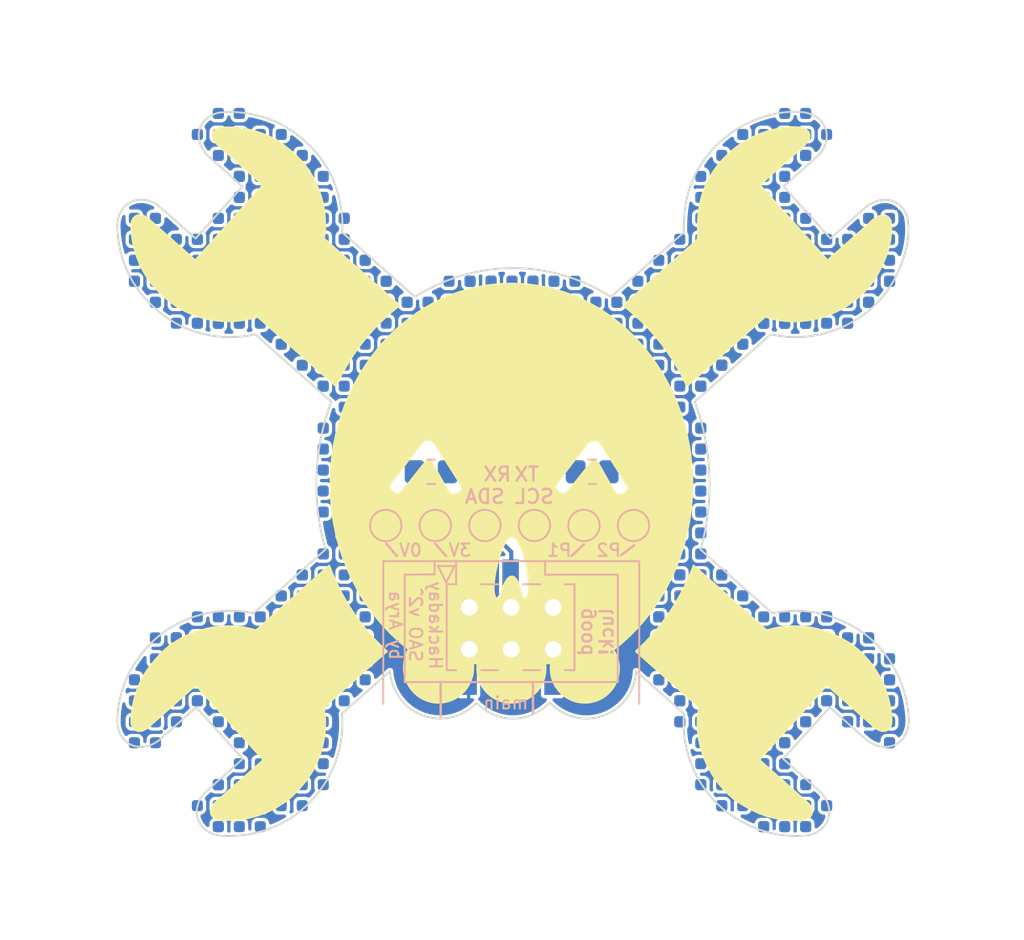
<source format=kicad_pcb>
(kicad_pcb (version 20211014) (generator pcbnew)
  (layers (0 "F.Cu" signal) (31 "B.Cu" signal) (34 "B.Paste" user) (35 "F.Paste" user) (36 "B.SilkS" user "B.Silkscreen") (37 "F.SilkS" user "F.Silkscreen") (38 "B.Mask" user) (39 "F.Mask" user) (44 "Edge.Cuts" user))
  (net 0 "")
  (net 1 "VCC")
  (net 2 "GND")
  (net 3 "SDA")
  (net 4 "SCL")
  (net 5 "GP1")
  (net 6 "GP2")
  (footprint "jolly_wrencher_pcb:protoblock_imperial" (layer "B.Cu") (at 99.06 72.39)
    (fp_text reference "REF**" hide)
    (fp_text value "protoblock_imperial")
  )
  (footprint "jolly_wrencher_pcb:protoblock_imperial" (layer "B.Cu") (at 63.5 101.6)
    (fp_text reference "REF**" hide)
    (fp_text value "protoblock_imperial")
  )
  (footprint "jolly_wrencher_pcb:protoblock_imperial" (layer "B.Cu") (at 99.06 100.33 180)
    (fp_text reference "REF**" hide)
    (fp_text value "protoblock_imperial")
  )
  (footprint "jolly_wrencher_pcb:protoblock_imperial" (layer "B.Cu") (at 77.47 78.74 180)
    (fp_text reference "REF**" hide)
    (fp_text value "protoblock_imperial")
  )
  (footprint "jolly_wrencher_pcb:protoblock_imperial" (layer "B.Cu") (at 63.5 99.06 90)
    (fp_text reference "REF**" hide)
    (fp_text value "protoblock_imperial")
  )
  (footprint "jolly_wrencher_pcb:protoblock_imperial" (layer "B.Cu") (at 99.06 60.96 90)
    (fp_text reference "REF**" hide)
    (fp_text value "protoblock_imperial")
  )
  (footprint "jolly_wrencher_pcb:protoblock_imperial" (layer "B.Cu") (at 62.23 66.04 180)
    (fp_text reference "REF**" hide)
    (fp_text value "protoblock_imperial")
  )
  (footprint "jolly_wrencher_pcb:protoblock_imperial" (layer "B.Cu") (at 66.04 101.6)
    (fp_text reference "REF**" hide)
    (fp_text value "protoblock_imperial")
  )
  (footprint "jolly_wrencher_pcb:protogroup_imperial" (layer "B.Cu") (at 95.25 92.71)
    (fp_text reference "REF**" hide)
    (fp_text value "protogroup_imperial")
  )
  (footprint "jolly_wrencher_pcb:protoblock_imperial" (layer "B.Cu") (at 57.15 67.31 180)
    (fp_text reference "REF**" hide)
    (fp_text value "protoblock_imperial")
  )
  (footprint "jolly_wrencher_pcb:protogroup_imperial" (layer "B.Cu") (at 71.12 74.93 180)
    (fp_text reference "REF**" hide)
    (fp_text value "protogroup_imperial")
  )
  (footprint "jolly_wrencher_pcb:protoblock_imperial" (layer "B.Cu") (at 104.14 95.25)
    (fp_text reference "REF**" hide)
    (fp_text value "protoblock_imperial")
  )
  (footprint "jolly_wrencher_pcb:protoblock_imperial" (layer "B.Cu") (at 96.52 101.6 180)
    (fp_text reference "REF**" hide)
    (fp_text value "protoblock_imperial")
  )
  (footprint "jolly_wrencher_pcb:protogroup_imperial" (layer "B.Cu") (at 71.12 91.44)
    (fp_text reference "REF**" hide)
    (fp_text value "protogroup_imperial")
  )
  (footprint "jolly_wrencher_pcb:protogroup_imperial" (layer "B.Cu") (at 95.25 90.17)
    (fp_text reference "REF**" hide)
    (fp_text value "protogroup_imperial")
  )
  (footprint "jolly_wrencher_pcb:protogroup_imperial" (layer "B.Cu") (at 92.71 92.71)
    (fp_text reference "REF**" hide)
    (fp_text value "protogroup_imperial")
  )
  (footprint "jolly_wrencher_pcb:protoblock_imperial" (layer "B.Cu") (at 91.44 76.2 -90)
    (fp_text reference "REF**" hide)
    (fp_text value "protoblock_imperial")
  )
  (footprint "jolly_wrencher_pcb:protoblock_imperial" (layer "B.Cu") (at 60.96 95.25)
    (fp_text reference "REF**" hide)
    (fp_text value "protoblock_imperial")
  )
  (footprint "jolly_wrencher_pcb:protoblock_imperial" (layer "B.Cu") (at 77.47 69.85 90)
    (fp_text reference "REF**" hide)
    (fp_text value "protoblock_imperial")
  )
  (footprint "jolly_wrencher_pcb:protoblock_imperial" (layer "B.Cu") (at 91.44 86.36 -90)
    (fp_text reference "REF**" hide)
    (fp_text value "protoblock_imperial")
  )
  (footprint "jolly_wrencher_pcb:protoblock_imperial" (layer "B.Cu") (at 91.44 81.28 180)
    (fp_text reference "REF**" hide)
    (fp_text value "protoblock_imperial")
  )
  (footprint "jolly_wrencher_pcb:protoblock_imperial" (layer "B.Cu") (at 99.06 95.25)
    (fp_text reference "REF**" hide)
    (fp_text value "protoblock_imperial")
  )
  (footprint "jolly_wrencher_pcb:protoblock_imperial" (layer "B.Cu") (at 102.87 66.04 90)
    (fp_text reference "REF**" hide)
    (fp_text value "protoblock_imperial")
  )
  (footprint "jolly_wrencher_pcb:protoblock_imperial" (layer "B.Cu") (at 104.14 96.52)
    (fp_text reference "REF**" hide)
    (fp_text value "protoblock_imperial")
  )
  (footprint "jolly_wrencher_pcb:protoblock_imperial" (layer "B.Cu") (at 91.44 95.25 90)
    (fp_text reference "REF**" hide)
    (fp_text value "protoblock_imperial")
  )
  (footprint "jolly_wrencher_pcb:protogroup_imperial" (layer "B.Cu") (at 74.93 77.47 180)
    (fp_text reference "REF**" hide)
    (fp_text value "protogroup_imperial")
  )
  (footprint "jolly_wrencher_pcb:protogroup_imperial" (layer "B.Cu") (at 90.17 80.01 180)
    (fp_text reference "REF**" hide)
    (fp_text value "protogroup_imperial")
  )
  (footprint "jolly_wrencher_pcb:protoblock_imperial" (layer "B.Cu") (at 81.28 68.58 90)
    (fp_text reference "REF**" hide)
    (fp_text value "protoblock_imperial")
  )
  (footprint "jolly_wrencher_pcb:protoblock_imperial" (layer "B.Cu") (at 97.79 96.52)
    (fp_text reference "REF**" hide)
    (fp_text value "protoblock_imperial")
  )
  (footprint "jolly_wrencher_pcb:protogroup_imperial" (layer "B.Cu") (at 97.79 92.71)
    (fp_text reference "REF**" hide)
    (fp_text value "protogroup_imperial")
  )
  (footprint "jolly_wrencher_pcb:protoblock_imperial" (layer "B.Cu") (at 102.87 92.71)
    (fp_text reference "REF**" hide)
    (fp_text value "protoblock_imperial")
  )
  (footprint "jolly_wrencher_pcb:protoblock_imperial" (layer "B.Cu") (at 88.9 81.28)
    (fp_text reference "REF**" hide)
    (fp_text value "protoblock_imperial")
  )
  (footprint "jolly_wrencher_pcb:protoblock_imperial" (layer "B.Cu") (at 90.17 87.63)
    (fp_text reference "REF**" hide)
    (fp_text value "protoblock_imperial")
  )
  (footprint "jolly_wrencher_pcb:protoblock_imperial" (layer "B.Cu") (at 83.82 69.85 -90)
    (fp_text reference "REF**" hide)
    (fp_text value "protoblock_imperial")
  )
  (footprint "jolly_wrencher_pcb:protoblock_imperial" (layer "B.Cu") (at 99.06 67.31 -90)
    (fp_text reference "REF**" hide)
    (fp_text value "protoblock_imperial")
  )
  (footprint "jolly_wrencher_pcb:protoblock_imperial" (layer "B.Cu") (at 97.79 60.96 180)
    (fp_text reference "REF**" hide)
    (fp_text value "protoblock_imperial")
  )
  (footprint "jolly_wrencher_pcb:protogroup_imperial" (layer "B.Cu") (at 92.71 67.31 180)
    (fp_text reference "REF**" hide)
    (fp_text value "protogroup_imperial")
  )
  (footprint "jolly_wrencher_pcb:protogroup_imperial" (layer "B.Cu") (at 83.82 74.93 180)
    (fp_text reference "REF**" hide)
    (fp_text value "protogroup_imperial")
  )
  (footprint "Resistor_SMD:R_0805_2012Metric_Pad1.20x1.40mm_HandSolder" (layer "B.Cu") (at 85.5 80.75)
    (fp_text reference "R1" hide)
    (fp_text value "LED")
  )
  (footprint "jolly_wrencher_pcb:protogroup_imperial" (layer "B.Cu") (at 81.28 72.39 180)
    (fp_text reference "REF**" hide)
    (fp_text value "protogroup_imperial")
  )
  (footprint "jolly_wrencher_pcb:protogroup_imperial" (layer "B.Cu") (at 66.04 68.58 180)
    (fp_text reference "REF**" hide)
    (fp_text value "protogroup_imperial")
  )
  (footprint "jolly_wrencher_pcb:protoblock_imperial" (layer "B.Cu") (at 68.58 86.36 90)
    (fp_text reference "REF**" hide)
    (fp_text value "protoblock_imperial")
  )
  (footprint "jolly_wrencher_pcb:protoblock_imperial" (layer "B.Cu") (at 91.44 93.98)
    (fp_text reference "REF**" hide)
    (fp_text value "protoblock_imperial")
  )
  (footprint "jolly_wrencher_pcb:protoblock_imperial" (layer "B.Cu") (at 81.28 69.85)
    (fp_text reference "REF**" hide)
    (fp_text value "protoblock_imperial")
  )
  (footprint "jolly_wrencher_pcb:protoblock_imperial" (layer "B.Cu") (at 69.85 77.47 180)
    (fp_text reference "REF**" hide)
    (fp_text value "protoblock_imperial")
  )
  (footprint "jolly_wrencher_pcb:protoblock_imperial" (layer "B.Cu") (at 97.79 59.69)
    (fp_text reference "REF**" hide)
    (fp_text value "protoblock_imperial")
  )
  (footprint "jolly_wrencher_pcb:protoblock_imperial" (layer "B.Cu") (at 87.63 69.85 -90)
    (fp_text reference "REF**" hide)
    (fp_text value "protoblock_imperial")
  )
  (footprint "jolly_wrencher_pcb:protoblock_imperial" (layer "B.Cu") (at 57.15 68.58 180)
    (fp_text reference "REF**" hide)
    (fp_text value "protoblock_imperial")
  )
  (footprint "jolly_wrencher_pcb:protogroup_imperial" (layer "B.Cu") (at 68.58 63.5 180)
    (fp_text reference "REF**" hide)
    (fp_text value "protogroup_imperial")
  )
  (footprint "jolly_wrencher_pcb:protogroup_imperial" (layer "B.Cu") (at 71.12 69.85 180)
    (fp_text reference "REF**" hide)
    (fp_text value "protogroup_imperial")
  )
  (footprint "jolly_wrencher_pcb:protogroup_imperial" (layer "B.Cu") (at 69.85 82.55 180)
    (fp_text reference "REF**" hide)
    (fp_text value "protogroup_imperial")
  )
  (footprint "jolly_wrencher_pcb:protoblock_imperial" (layer "B.Cu") (at 78.74 78.74 180)
    (fp_text reference "REF**" hide)
    (fp_text value "protoblock_imperial")
  )
  (footprint "jolly_wrencher_pcb:protoblock_imperial" (layer "B.Cu") (at 60.96 67.31 -90)
    (fp_text reference "REF**" hide)
    (fp_text value "protoblock_imperial")
  )
  (footprint "jolly_wrencher_pcb:protoblock_imperial" (layer "B.Cu") (at 72.39 90.17)
    (fp_text reference "REF**" hide)
    (fp_text value "protoblock_imperial")
  )
  (footprint "jolly_wrencher_pcb:protoblock_imperial" (layer "B.Cu") (at 72.39 69.85 180)
    (fp_text reference "REF**" hide)
    (fp_text value "protoblock_imperial")
  )
  (footprint "jolly_wrencher_pcb:protoblock_imperial" (layer "B.Cu") (at 101.6 71.12 -90)
    (fp_text reference "REF**" hide)
    (fp_text value "protoblock_imperial")
  )
  (footprint "jolly_wrencher_pcb:protoblock_imperial" (layer "B.Cu") (at 104.14 67.31 90)
    (fp_text reference "REF**" hide)
    (fp_text value "protoblock_imperial")
  )
  (footprint "jolly_wrencher_pcb:protoblock_imperial" (layer "B.Cu") (at 91.44 86.36 90)
    (fp_text reference "REF**" hide)
    (fp_text value "protoblock_imperial")
  )
  (footprint "jolly_wrencher_pcb:protogroup_imperial" (layer "B.Cu") (at 83.82 72.39 180)
    (fp_text reference "REF**" hide)
    (fp_text value "protogroup_imperial")
  )
  (footprint "jolly_wrencher_pcb:protoblock_imperial" (layer "B.Cu") (at 58.42 96.52 180)
    (fp_text reference "REF**" hide)
    (fp_text value "protoblock_imperial")
  )
  (footprint "jolly_wrencher_pcb:protoblock_imperial" (layer "B.Cu") (at 64.77 101.6 180)
    (fp_text reference "REF**" hide)
    (fp_text value "protoblock_imperial")
  )
  (footprint "jolly_wrencher_pcb:protoblock_imperial" (layer "B.Cu") (at 71.12 88.9 180)
    (fp_text reference "REF**" hide)
    (fp_text value "protoblock_imperial")
  )
  (footprint "jolly_wrencher_pcb:protoblock_imperial" (layer "B.Cu") (at 69.85 64.77 90)
    (fp_text reference "REF**" hide)
    (fp_text value "protoblock_imperial")
  )
  (footprint "jolly_wrencher_pcb:protoblock_imperial" (layer "B.Cu") (at 87.63 71.12)
    (fp_text reference "REF**" hide)
    (fp_text value "protoblock_imperial")
  )
  (footprint "jolly_wrencher_pcb:protoblock_imperial" (layer "B.Cu") (at 80.01 69.85)
    (fp_text reference "REF**" hide)
    (fp_text value "protoblock_imperial")
  )
  (footprint "jolly_wrencher_pcb:protoblock_imperial" (layer "B.Cu") (at 96.52 101.6 90)
    (fp_text reference "REF**" hide)
    (fp_text value "protoblock_imperial")
  )
  (footprint "jolly_wrencher_pcb:protogroup_imperial" (layer "B.Cu") (at 95.25 95.25)
    (fp_text reference "REF**" hide)
    (fp_text value "protogroup_imperial")
  )
  (footprint "jolly_wrencher_pcb:protoblock_imperial" (layer "B.Cu") (at 58.42 69.85 180)
    (fp_text reference "REF**" hide)
    (fp_text value "protoblock_imperial")
  )
  (footprint "jolly_wrencher_pcb:protoblock_imperial" (layer "B.Cu") (at 72.39 86.36)
    (fp_text reference "REF**" hide)
    (fp_text value "protoblock_imperial")
  )
  (footprint "jolly_wrencher_pcb:protogroup_imperial" (layer "B.Cu") (at 67.31 96.52)
    (fp_text reference "REF**" hide)
    (fp_text value "protogroup_imperial")
  )
  (footprint "jolly_wrencher_pcb:protoblock_imperial" (layer "B.Cu") (at 62.23 93.98 90)
    (fp_text reference "REF**" hide)
    (fp_text value "protoblock_imperial")
  )
  (footprint "jolly_wrencher_pcb:protogroup_imperial" (layer "B.Cu") (at 96.52 62.23 180)
    (fp_text reference "REF**" hide)
    (fp_text value "protogroup_imperial")
  )
  (footprint "jolly_wrencher_pcb:protoblock_imperial" (layer "B.Cu") (at 91.44 80.01 180)
    (fp_text reference "REF**" hide)
    (fp_text value "protoblock_imperial")
  )
  (footprint "jolly_wrencher_pcb:protoblock_imperial" (layer "B.Cu") (at 81.28 78.74 180)
    (fp_text reference "REF**" hide)
    (fp_text value "protoblock_imperial")
  )
  (footprint "jolly_wrencher_pcb:protoblock_imperial" (layer "B.Cu") (at 63.5 64.77 180)
    (fp_text reference "REF**" hide)
    (fp_text value "protoblock_imperial")
  )
  (footprint "jolly_wrencher_pcb:protoblock_imperial" (layer "B.Cu") (at 64.77 101.6)
    (fp_text reference "REF**" hide)
    (fp_text value "protoblock_imperial")
  )
  (footprint "jolly_wrencher_pcb:protoblock_imperial" (layer "B.Cu") (at 59.69 95.25 180)
    (fp_text reference "REF**" hide)
    (fp_text value "protoblock_imperial")
  )
  (footprint "jolly_wrencher_pcb:protogroup_imperial" (layer "B.Cu") (at 77.47 77.47 180)
    (fp_text reference "REF**" hide)
    (fp_text value "protogroup_imperial")
  )
  (footprint "jolly_wrencher_pcb:protogroup_imperial" (layer "B.Cu") (at 68.58 68.58 180)
    (fp_text reference "REF**" hide)
    (fp_text value "protogroup_imperial")
  )
  (footprint "jolly_wrencher_pcb:protogroup_imperial" (layer "B.Cu") (at 72.39 77.47 180)
    (fp_text reference "REF**" hide)
    (fp_text value "protogroup_imperial")
  )
  (footprint "jolly_wrencher_pcb:protogroup_imperial" (layer "B.Cu") (at 76.2 74.93 180)
    (fp_text reference "REF**" hide)
    (fp_text value "protogroup_imperial")
  )
  (footprint "jolly_wrencher_pcb:protoblock_imperial" (layer "B.Cu") (at 69.85 85.09 -90)
    (fp_text reference "REF**" hide)
    (fp_text value "protoblock_imperial")
  )
  (footprint "jolly_wrencher_pcb:protoblock_imperial" (layer "B.Cu") (at 87.63 80.01 -90)
    (fp_text reference "REF**" hide)
    (fp_text value "protoblock_imperial")
  )
  (footprint "jolly_wrencher_pcb:protoblock_imperial" (layer "B.Cu") (at 92.71 87.63 180)
    (fp_text reference "REF**" hide)
    (fp_text value "protoblock_imperial")
  )
  (footprint "jolly_wrencher_pcb:protogroup_imperial" (layer "B.Cu") (at 93.98 62.23 180)
    (fp_text reference "REF**" hide)
    (fp_text value "protogroup_imperial")
  )
  (footprint "jolly_wrencher_pcb:protoblock_imperial" (layer "B.Cu") (at 62.23 101.6 180)
    (fp_text reference "REF**" hide)
    (fp_text value "protoblock_imperial")
  )
  (footprint "jolly_wrencher_pcb:protoblock_imperial" (layer "B.Cu") (at 71.12 85.09 180)
    (fp_text reference "REF**" hide)
    (fp_text value "protoblock_imperial")
  )
  (footprint "jolly_wrencher_pcb:protoblock_imperial" (layer "B.Cu") (at 104.14 66.04 90)
    (fp_text reference "REF**" hide)
    (fp_text value "protoblock_imperial")
  )
  (footprint "jolly_wrencher_pcb:protoblock_imperial" (layer "B.Cu") (at 82.55 69.85 90)
    (fp_text reference "REF**" hide)
    (fp_text value "protoblock_imperial")
  )
  (footprint "jolly_wrencher_pcb:protoblock_imperial" (layer "B.Cu") (at 102.87 96.52 180)
    (fp_text reference "REF**" hide)
    (fp_text value "protoblock_imperial")
  )
  (footprint "jolly_wrencher_pcb:protogroup_imperial" (layer "B.Cu") (at 100.33 91.44)
    (fp_text reference "REF**" hide)
    (fp_text value "protogroup_imperial")
  )
  (footprint "jolly_wrencher_pcb:protoblock_imperial" (layer "B.Cu") (at 102.87 91.44)
    (fp_text reference "REF**" hide)
    (fp_text value "protoblock_imperial")
  )
  (footprint "jolly_wrencher_pcb:protoblock_imperial" (layer "B.Cu") (at 102.87 64.77 90)
    (fp_text reference "REF**" hide)
    (fp_text value "protoblock_imperial")
  )
  (footprint "jolly_wrencher_pcb:protoblock_imperial" (layer "B.Cu") (at 93.98 100.33)
    (fp_text reference "REF**" hide)
    (fp_text value "protoblock_imperial")
  )
  (footprint "jolly_wrencher_pcb:protoblock_imperial" (layer "B.Cu") (at 80.01 68.58 90)
    (fp_text reference "REF**" hide)
    (fp_text value "protoblock_imperial")
  )
  (footprint "jolly_wrencher_pcb:protoblock_imperial" (layer "B.Cu") (at 99.06 66.04 180)
    (fp_text reference "REF**" hide)
    (fp_text value "protoblock_imperial")
  )
  (footprint "jolly_wrencher_pcb:protoblock_imperial" (layer "B.Cu") (at 102.87 67.31 90)
    (fp_text reference "REF**" hide)
    (fp_text value "protoblock_imperial")
  )
  (footprint "jolly_wrencher_pcb:protoblock_imperial" (layer "B.Cu") (at 91.44 85.09 -90)
    (fp_text reference "REF**" hide)
    (fp_text value "protoblock_imperial")
  )
  (footprint "jolly_wrencher_pcb:protogroup_imperial" (layer "B.Cu") (at 90.17 77.47 180)
    (fp_text reference "REF**" hide)
    (fp_text value "protogroup_imperial")
  )
  (footprint "jolly_wrencher_pcb:protogroup_imperial" (layer "B.Cu") (at 68.58 93.98)
    (fp_text reference "REF**" hide)
    (fp_text value "protogroup_imperial")
  )
  (footprint "jolly_wrencher_pcb:protoblock_imperial" (layer "B.Cu") (at 100.33 71.12 180)
    (fp_text reference "REF**" hide)
    (fp_text value "protoblock_imperial")
  )
  (footprint "jolly_wrencher_pcb:protoblock_imperial" (layer "B.Cu") (at 62.23 100.33 -90)
    (fp_text reference "REF**" hide)
    (fp_text value "protoblock_imperial")
  )
  (footprint "jolly_wrencher_pcb:protoblock_imperial" (layer "B.Cu") (at 69.85 66.04 -90)
    (fp_text reference "REF**" hide)
    (fp_text value "protoblock_imperial")
  )
  (footprint "jolly_wrencher_pcb:protoblock_imperial" (layer "B.Cu") (at 69.85 67.31 180)
    (fp_text reference "REF**" hide)
    (fp_text value "protoblock_imperial")
  )
  (footprint "jolly_wrencher_pcb:protoblock_imperial" (layer "B.Cu") (at 85.09 69.85 90)
    (fp_text reference "REF**" hide)
    (fp_text value "protoblock_imperial")
  )
  (footprint "jolly_wrencher_pcb:protoblock_imperial" (layer "B.Cu") (at 63.5 90.17)
    (fp_text reference "REF**" hide)
    (fp_text value "protoblock_imperial")
  )
  (footprint "jolly_wrencher_pcb:protogroup_imperial" (layer "B.Cu") (at 68.58 91.44)
    (fp_text reference "REF**" hide)
    (fp_text value "protogroup_imperial")
  )
  (footprint "jolly_wrencher_pcb:protoblock_imperial" (layer "B.Cu") (at 88.9 85.09 -90)
    (fp_text reference "REF**" hide)
    (fp_text value "protoblock_imperial")
  )
  (footprint "jolly_wrencher_pcb:protogroup_imperial" (layer "B.Cu") (at 92.71 90.17)
    (fp_text reference "REF**" hide)
    (fp_text value "protogroup_imperial")
  )
  (footprint "jolly_wrencher_pcb:protoblock_imperial" (layer "B.Cu") (at 59.69 92.71)
    (fp_text reference "REF**" hide)
    (fp_text value "protoblock_imperial")
  )
  (footprint "jolly_wrencher_pcb:protoblock_imperial" (layer "B.Cu") (at 96.52 59.69 180)
    (fp_text reference "REF**" hide)
    (fp_text value "protoblock_imperial")
  )
  (footprint "TestPoint:TestPoint_Pad_D1.5mm" (layer "B.Cu") (at 76 84)
    (fp_text reference "TP4" hide)
    (fp_text value "3V" hide)
  )
  (footprint "jolly_wrencher_pcb:protogroup_imperial" (layer "B.Cu") (at 90.17 91.44)
    (fp_text reference "REF**" hide)
    (fp_text value "protogroup_imperial")
  )
  (footprint "jolly_wrencher_pcb:protoblock_imperial" (layer "B.Cu") (at 59.69 95.25 -90)
    (fp_text reference "REF**" hide)
    (fp_text value "protoblock_imperial")
  )
  (footprint "jolly_wrencher_pcb:protoblock_imperial" (layer "B.Cu") (at 83.808657 78.738869 90)
    (fp_text reference "REF**" hide)
    (fp_text value "protoblock_imperial")
  )
  (footprint "jolly_wrencher_pcb:protogroup_imperial" (layer "B.Cu") (at 87.63 77.47 180)
    (fp_text reference "REF**" hide)
    (fp_text value "protogroup_imperial")
  )
  (footprint "jolly_wrencher_pcb:protoblock_imperial" (layer "B.Cu") (at 62.23 72.39 -90)
    (fp_text reference "REF**" hide)
    (fp_text value "protoblock_imperial")
  )
  (footprint "jolly_wrencher_pcb:protoblock_imperial" (layer "B.Cu") (at 69.85 66.04 180)
    (fp_text reference "REF**" hide)
    (fp_text value "protoblock_imperial")
  )
  (footprint "jolly_wrencher_pcb:protoblock_imperial" (layer "B.Cu") (at 90.17 93.98)
    (fp_text reference "REF**" hide)
    (fp_text value "protoblock_imperial")
  )
  (footprint "jolly_wrencher_pcb:protoblock_imperial" (layer "B.Cu") (at 93.98 73.66 90)
    (fp_text reference "REF**" hide)
    (fp_text value "protoblock_imperial")
  )
  (footprint "jolly_wrencher_pcb:protoblock_imperial" (layer "B.Cu") (at 68.58 74.93 180)
    (fp_text reference "REF**" hide)
    (fp_text value "protoblock_imperial")
  )
  (footprint "jolly_wrencher_pcb:protogroup_imperial" (layer "B.Cu") (at 82.55 77.47 180)
    (fp_text reference "REF**" hide)
    (fp_text value "protogroup_imperial")
  )
  (footprint "jolly_wrencher_pcb:protogroup_imperial" (layer "B.Cu") (at 63.5 91.44)
    (fp_text reference "REF**" hide)
    (fp_text value "protogroup_imperial")
  )
  (footprint "jolly_wrencher_pcb:protoblock_imperial" (layer "B.Cu") (at 93.98 88.9 180)
    (fp_text reference "REF**" hide)
    (fp_text value "protoblock_imperial")
  )
  (footprint "TestPoint:TestPoint_Pad_D1.5mm" (layer "B.Cu") (at 82 84)
    (fp_text reference "TP2" hide)
    (fp_text value "SCL")
  )
  (footprint "jolly_wrencher_pcb:protoblock_imperial" (layer "B.Cu") (at 71.12 81.28)
    (fp_text reference "REF**" hide)
    (fp_text value "protoblock_imperial")
  )
  (footprint "jolly_wrencher_pcb:protoblock_imperial" (layer "B.Cu") (at 93.98 100.33 90)
    (fp_text reference "REF**" hide)
    (fp_text value "protoblock_imperial")
  )
  (footprint "jolly_wrencher_pcb:protoblock_imperial" (layer "B.Cu") (at 69.85 76.2 180)
    (fp_text reference "REF**" hide)
    (fp_text value "protoblock_imperial")
  )
  (footprint "jolly_wrencher_pcb:protoblock_imperial" (layer "B.Cu") (at 93.98 87.63 90)
    (fp_text reference "REF**" hide)
    (fp_text value "protoblock_imperial")
  )
  (footprint "jolly_wrencher_pcb:protoblock_imperial" (layer "B.Cu") (at 72.39 87.63)
    (fp_text reference "REF**" hide)
    (fp_text value "protoblock_imperial")
  )
  (footprint "jolly_wrencher_pcb:protoblock_imperial" (layer "B.Cu") (at 100.33 93.98)
    (fp_text reference "REF**" hide)
    (fp_text value "protoblock_imperial")
  )
  (footprint "jolly_wrencher_pcb:protoblock_imperial" (layer "B.Cu") (at 91.44 77.47 180)
    (fp_text reference "REF**" hide)
    (fp_text value "protoblock_imperial")
  )
  (footprint "jolly_wrencher_pcb:protoblock_imperial" (layer "B.Cu") (at 69.85 80.01 180)
    (fp_text reference "REF**" hide)
    (fp_text value "protoblock_imperial")
  )
  (footprint "jolly_wrencher_pcb:protogroup_imperial" (layer "B.Cu") (at 90.17 88.9)
    (fp_text reference "REF**" hide)
    (fp_text value "protogroup_imperial")
  )
  (footprint "jolly_wrencher_pcb:protogroup_imperial" (layer "B.Cu") (at 85.09 77.47 180)
    (fp_text reference "REF**" hide)
    (fp_text value "protogroup_imperial")
  )
  (footprint "jolly_wrencher_pcb:protoblock_imperial" (layer "B.Cu") (at 58.42 93.98 -90)
    (fp_text reference "REF**" hide)
    (fp_text value "protoblock_imperial")
  )
  (footprint "jolly_wrencher_pcb:protogroup_imperial" (layer "B.Cu") (at 86.36 72.39 180)
    (fp_text reference "REF**" hide)
    (fp_text value "protogroup_imperial")
  )
  (footprint "jolly_wrencher_pcb:protoblock_imperial" (layer "B.Cu") (at 102.87 68.58 180)
    (fp_text reference "REF**" hide)
    (fp_text value "protoblock_imperial")
  )
  (footprint "jolly_wrencher_pcb:protoblock_imperial" (layer "B.Cu") (at 101.6 66.04 90)
    (fp_text reference "REF**" hide)
    (fp_text value "protoblock_imperial")
  )
  (footprint "jolly_wrencher_pcb:protogroup_imperial" (layer "B.Cu") (at 63.5 71.12 180)
    (fp_text reference "REF**" hide)
    (fp_text value "protogroup_imperial")
  )
  (footprint "jolly_wrencher_pcb:protoblock_imperial" (layer "B.Cu") (at 91.44 82.55 180)
    (fp_text reference "REF**" hide)
    (fp_text value "protoblock_imperial")
  )
  (footprint "jolly_wrencher_pcb:protoblock_imperial" (layer "B.Cu") (at 67.31 60.96 180)
    (fp_text reference "REF**" hide)
    (fp_text value "protoblock_imperial")
  )
  (footprint "jolly_wrencher_pcb:protoblock_imperial" (layer "B.Cu") (at 66.04 72.39 180)
    (fp_text reference "REF**" hide)
    (fp_text value "protoblock_imperial")
  )
  (footprint "TestPoint:TestPoint_Pad_D1.5mm" (layer "B.Cu") (at 85 84)
    (fp_text reference "TP3" hide)
    (fp_text value "GP1" hide)
  )
  (footprint "jolly_wrencher_pcb:protoblock_imperial" (layer "B.Cu") (at 63.5 59.69)
    (fp_text reference "REF**" hide)
    (fp_text value "protoblock_imperial")
  )
  (footprint "jolly_wrencher_pcb:protoblock_imperial" (layer "B.Cu") (at 64.77 90.17)
    (fp_text reference "REF**" hide)
    (fp_text value "protoblock_imperial")
  )
  (footprint "jolly_wrencher_pcb:protogroup_imperial" (layer "B.Cu") (at 90.17 69.85 180)
    (fp_text reference "REF**" hide)
    (fp_text value "protogroup_imperial")
  )
  (footprint "jolly_wrencher_pcb:protoblock_imperial" (layer "B.Cu") (at 57.15 66.04 180)
    (fp_text reference "REF**" hide)
    (fp_text value "protoblock_imperial")
  )
  (footprint "jolly_wrencher_pcb:protoblock_imperial" (layer "B.Cu") (at 102.87 69.85 -90)
    (fp_text reference "REF**" hide)
    (fp_text value "protoblock_imperial")
  )
  (footprint "jolly_wrencher_pcb:protoblock_imperial" (layer "B.Cu") (at 62.23 101.6 -90)
    (fp_text reference "REF**" hide)
    (fp_text value "protoblock_imperial")
  )
  (footprint "jolly_wrencher_pcb:protoblock_imperial" (layer "B.Cu") (at 83.82 69.85 90)
    (fp_text reference "REF**" hide)
    (fp_text value "protoblock_imperial")
  )
  (footprint "jolly_wrencher_pcb:protoblock_imperial" (layer "B.Cu") (at 99.06 71.12 180)
    (fp_text reference "REF**" hide)
    (fp_text value "protoblock_imperial")
  )
  (footprint "jolly_wrencher_pcb:protoblock_imperial" (layer "B.Cu") (at 82.55 68.58 90)
    (fp_text reference "REF**" hide)
    (fp_text value "protoblock_imperial")
  )
  (footprint "jolly_wrencher_pcb:protoblock_imperial" (layer "B.Cu") (at 91.44 62.23 180)
    (fp_text reference "REF**" hide)
    (fp_text value "protoblock_imperial")
  )
  (footprint "jolly_wrencher_pcb:protogroup_imperial" (layer "B.Cu") (at 71.12 72.39 180)
    (fp_text reference "REF**" hide)
    (fp_text value "protogroup_imperial")
  )
  (footprint "jolly_wrencher_pcb:protogroup_imperial" (layer "B.Cu") (at 66.04 66.04 180)
    (fp_text reference "REF**" hide)
    (fp_text value "protogroup_imperial")
  )
  (footprint "jolly_wrencher_pcb:protogroup_imperial" (layer "B.Cu") (at 60.96 69.85 180)
    (fp_text reference "REF**" hide)
    (fp_text value "protogroup_imperial")
  )
  (footprint "jolly_wrencher_pcb:protogroup_imperial" (layer "B.Cu") (at 97.79 69.85 180)
    (fp_text reference "REF**" hide)
    (fp_text value "protogroup_imperial")
  )
  (footprint "jolly_wrencher_pcb:protoblock_imperial" (layer "B.Cu") (at 101.6 67.31 90)
    (fp_text reference "REF**" hide)
    (fp_text value "protoblock_imperial")
  )
  (footprint "jolly_wrencher_pcb:protoblock_imperial" (layer "B.Cu") (at 57.15 93.98 -90)
    (fp_text reference "REF**" hide)
    (fp_text value "protoblock_imperial")
  )
  (footprint "jolly_wrencher_pcb:protoblock_imperial" (layer "B.Cu") (at 87.63 69.85 180)
    (fp_text reference "REF**" hide)
    (fp_text value "protoblock_imperial")
  )
  (footprint "jolly_wrencher_pcb:protoblock_imperial" (layer "B.Cu") (at 99.06 59.69 180)
    (fp_text reference "REF**" hide)
    (fp_text value "protoblock_imperial")
  )
  (footprint "jolly_wrencher_pcb:protoblock_imperial" (layer "B.Cu") (at 91.44 87.63 180)
    (fp_text reference "REF**" hide)
    (fp_text value "protoblock_imperial")
  )
  (footprint "jolly_wrencher_pcb:protoblock_imperial" (layer "B.Cu") (at 58.42 68.58 180)
    (fp_text reference "REF**" hide)
    (fp_text value "protoblock_imperial")
  )
  (footprint "jolly_wrencher_pcb:protoblock_imperial" (layer "B.Cu") (at 78.74 68.58 90)
    (fp_text reference "REF**" hide)
    (fp_text value "protoblock_imperial")
  )
  (footprint "jolly_wrencher_pcb:protogroup_imperial" (layer "B.Cu") (at 73.66 74.93 180)
    (fp_text reference "REF**" hide)
    (fp_text value "protogroup_imperial")
  )
  (footprint "jolly_wrencher_pcb:protogroup_imperial" (layer "B.Cu") (at 67.31 88.9)
    (fp_text reference "REF**" hide)
    (fp_text value "protogroup_imperial")
  )
  (footprint "jolly_wrencher_pcb:protogroup_imperial" (layer "B.Cu") (at 63.5 93.98)
    (fp_text reference "REF**" hide)
    (fp_text value "protogroup_imperial")
  )
  (footprint "jolly_wrencher_pcb:protoblock_imperial" (layer "B.Cu") (at 62.23 90.17)
    (fp_text reference "REF**" hide)
    (fp_text value "protoblock_imperial")
  )
  (footprint "jolly_wrencher_pcb:protoblock_imperial" (layer "B.Cu") (at 63.5 100.33)
    (fp_text reference "REF**" hide)
    (fp_text value "protoblock_imperial")
  )
  (footprint "jolly_wrencher_pcb:protoblock_imperial" (layer "B.Cu") (at 62.23 95.25)
    (fp_text reference "REF**" hide)
    (fp_text value "protoblock_imperial")
  )
  (footprint "jolly_wrencher_pcb:protoblock_imperial" (layer "B.Cu") (at 86.36 71.12)
    (fp_text reference "REF**" hide)
    (fp_text value "protoblock_imperial")
  )
  (footprint "jolly_wrencher_pcb:protoblock_imperial" (layer "B.Cu") (at 60.96 71.12 90)
    (fp_text reference "REF**" hide)
    (fp_text value "protoblock_imperial")
  )
  (footprint "jolly_wrencher_pcb:protoblock_imperial" (layer "B.Cu") (at 58.42 64.77 180)
    (fp_text reference "REF**" hide)
    (fp_text value "protoblock_imperial")
  )
  (footprint "jolly_wrencher_pcb:protogroup_imperial" (layer "B.Cu") (at 95.25 67.31 180)
    (fp_text reference "REF**" hide)
    (fp_text value "protogroup_imperial")
  )
  (footprint "jolly_wrencher_pcb:protoblock_imperial" (layer "B.Cu") (at 92.71 86.36 90)
    (fp_text reference "REF**" hide)
    (fp_text value "protoblock_imperial")
  )
  (footprint "jolly_wrencher_pcb:protoblock_imperial" (layer "B.Cu") (at 67.31 87.63 -90)
    (fp_text reference "REF**" hide)
    (fp_text value "protoblock_imperial")
  )
  (footprint "jolly_wrencher_pcb:protoblock_imperial" (layer "B.Cu") (at 66.04 90.17)
    (fp_text reference "REF**" hide)
    (fp_text value "protoblock_imperial")
  )
  (footprint "jolly_wrencher_pcb:protoblock_imperial" (layer "B.Cu") (at 88.9 91.44 -90)
    (fp_text reference "REF**" hide)
    (fp_text value "protoblock_imperial")
  )
  (footprint "jolly_wrencher_pcb:protogroup_imperial" (layer "B.Cu") (at 66.04 93.98)
    (fp_text reference "REF**" hide)
    (fp_text value "protogroup_imperial")
  )
  (footprint "jolly_wrencher_pcb:protoblock_imperial" (layer "B.Cu") (at 62.23 66.04 -90)
    (fp_text reference "REF**" hide)
    (fp_text value "protoblock_imperial")
  )
  (footprint "jolly_wrencher_pcb:protoblock_imperial" (layer "B.Cu") (at 71.12 85.09 -90)
    (fp_text reference "REF**" hide)
    (fp_text value "protoblock_imperial")
  )
  (footprint "jolly_wrencher_pcb:protogroup_imperial" (layer "B.Cu") (at 91.44 74.93 180)
    (fp_text reference "REF**" hide)
    (fp_text value "protogroup_imperial")
  )
  (footprint "jolly_wrencher_pcb:protogroup_imperial" (layer "B.Cu") (at 88.9 74.93 180)
    (fp_text reference "REF**" hide)
    (fp_text value "protogroup_imperial")
  )
  (footprint "jolly_wrencher_pcb:protoblock_imperial" (layer "B.Cu") (at 91.44 63.5 180)
    (fp_text reference "REF**" hide)
    (fp_text value "protoblock_imperial")
  )
  (footprint "jolly_wrencher_pcb:protoblock_imperial" (layer "B.Cu") (at 69.85 78.74 180)
    (fp_text reference "REF**" hide)
    (fp_text value "protoblock_imperial")
  )
  (footprint "jolly_wrencher_pcb:protoblock_imperial" (layer "B.Cu") (at 69.85 83.82 180)
    (fp_text reference "REF**" hide)
    (fp_text value "protoblock_imperial")
  )
  (footprint "jolly_wrencher_pcb:protoblock_imperial" (layer "B.Cu") (at 95.25 71.12 180)
    (fp_text reference "REF**" hide)
    (fp_text value "protoblock_imperial")
  )
  (footprint "jolly_wrencher_pcb:protogroup_imperial" (layer "B.Cu") (at 66.04 63.5 180)
    (fp_text reference "REF**" hide)
    (fp_text value "protogroup_imperial")
  )
  (footprint "jolly_wrencher_pcb:protoblock_imperial" (layer "B.Cu") (at 82.55 69.85)
    (fp_text reference "REF**" hide)
    (fp_text value "protoblock_imperial")
  )
  (footprint "jolly_wrencher_pcb:protoblock_imperial" (layer "B.Cu") (at 63.5 64.77 -90)
    (fp_text reference "REF**" hide)
    (fp_text value "protoblock_imperial")
  )
  (footprint "jolly_wrencher_pcb:protoblock_imperial" (layer "B.Cu") (at 96.52 72.39)
    (fp_text reference "REF**" hide)
    (fp_text value "protoblock_imperial")
  )
  (footprint "jolly_wrencher_pcb:protoblock_imperial" (layer "B.Cu") (at 91.44 78.74 180)
    (fp_text reference "REF**" hide)
    (fp_text value "protoblock_imperial")
  )
  (footprint "jolly_wrencher_pcb:protoblock_imperial" (layer "B.Cu") (at 78.74 69.85 90)
    (fp_text reference "REF**" hide)
    (fp_text value "protoblock_imperial")
  )
  (footprint "jolly_wrencher_pcb:protoblock_imperial" (layer "B.Cu") (at 95.25 72.39 90)
    (fp_text reference "REF**" hide)
    (fp_text value "protoblock_imperial")
  )
  (footprint "jolly_wrencher_pcb:protoblock_imperial" (layer "B.Cu") (at 100.33 93.98 90)
    (fp_text reference "REF**" hide)
    (fp_text value "protoblock_imperial")
  )
  (footprint "jolly_wrencher_pcb:protoblock_imperial" (layer "B.Cu") (at 97.79 96.52 90)
    (fp_text reference "REF**" hide)
    (fp_text value "protoblock_imperial")
  )
  (footprint "jolly_wrencher_pcb:protogroup_imperial" (layer "B.Cu") (at 100.33 69.85 180)
    (fp_text reference "REF**" hide)
    (fp_text value "protogroup_imperial")
  )
  (footprint "jolly_wrencher_pcb:protogroup_imperial" (layer "B.Cu") (at 95.25 97.79)
    (fp_text reference "REF**" hide)
    (fp_text value "protogroup_imperial")
  )
  (footprint "jolly_wrencher_pcb:protoblock_imperial" (layer "B.Cu") (at 58.42 96.52 90)
    (fp_text reference "REF**" hide)
    (fp_text value "protoblock_imperial")
  )
  (footprint "jolly_wrencher_pcb:protoblock_imperial" (layer "B.Cu") (at 104.14 64.77 90)
    (fp_text reference "REF**" hide)
    (fp_text value "protoblock_imperial")
  )
  (footprint "jolly_wrencher_pcb:protoblock_imperial" (layer "B.Cu") (at 100.33 67.31 90)
    (fp_text reference "REF**" hide)
    (fp_text value "protoblock_imperial")
  )
  (footprint "jolly_wrencher_pcb:protoblock_imperial" (layer "B.Cu") (at 101.6 90.17 90)
    (fp_text reference "REF**" hide)
    (fp_text value "protoblock_imperial")
  )
  (footprint "jolly_wrencher_pcb:protoblock_imperial" (layer "B.Cu") (at 60.96 67.31 180)
    (fp_text reference "REF**" hide)
    (fp_text value "protoblock_imperial")
  )
  (footprint "jolly_wrencher_pcb:protoblock_imperial" (layer "B.Cu") (at 73.66 69.85 180)
    (fp_text reference "REF**" hide)
    (fp_text value "protoblock_imperial")
  )
  (footprint "jolly_wrencher_pcb:protoblock_imperial" (layer "B.Cu") (at 57.15 64.77 180)
    (fp_text reference "REF**" hide)
    (fp_text value "protoblock_imperial")
  )
  (footprint "jolly_wrencher_pcb:protoblock_imperial" (layer "B.Cu") (at 69.85 77.47 90)
    (fp_text reference "REF**" hide)
    (fp_text value "protoblock_imperial")
  )
  (footprint "jolly_wrencher_pcb:protoblock_imperial" (layer "B.Cu") (at 97.79 95.25)
    (fp_text reference "REF**" hide)
    (fp_text value "protoblock_imperial")
  )
  (footprint "jolly_wrencher_pcb:protogroup_imperial" (layer "B.Cu") (at 97.79 67.31 180)
    (fp_text reference "REF**" hide)
    (fp_text value "protogroup_imperial")
  )
  (footprint "jolly_wrencher_pcb:protogroup_imperial" (layer "B.Cu") (at 78.74 72.39 180)
    (fp_text reference "REF**" hide)
    (fp_text value "protogroup_imperial")
  )
  (footprint "jolly_wrencher_pcb:protogroup_imperial" (layer "B.Cu") (at 86.36 74.93 180)
    (fp_text reference "REF**" hide)
    (fp_text value "protogroup_imperial")
  )
  (footprint "jolly_wrencher_pcb:protogroup_imperial" (layer "B.Cu") (at 69.85 86.36)
    (fp_text reference "REF**" hide)
    (fp_text value "protogroup_imperial")
  )
  (footprint "jolly_wrencher_pcb:protoblock_imperial" (layer "B.Cu") (at 88.9 88.9 -90)
    (fp_text reference "REF**" hide)
    (fp_text value "protoblock_imperial")
  )
  (footprint "jolly_wrencher_pcb:protogroup_imperial" (layer "B.Cu") (at 92.71 69.85 180)
    (fp_text reference "REF**" hide)
    (fp_text value "protogroup_imperial")
  )
  (footprint "jolly_wrencher_pcb:protogroup_imperial" (layer "B.Cu") (at 68.58 71.12 180)
    (fp_text reference "REF**" hide)
    (fp_text value "protogroup_imperial")
  )
  (footprint "jolly_wrencher_pcb:protoblock_imperial" (layer "B.Cu") (at 69.85 99.06)
    (fp_text reference "REF**" hide)
    (fp_text value "protoblock_imperial")
  )
  (footprint "jolly_wrencher_pcb:protogroup_imperial" (layer "B.Cu") (at 96.52 64.77 180)
    (fp_text reference "REF**" hide)
    (fp_text value "protogroup_imperial")
  )
  (footprint "jolly_wrencher_pcb:protoblock_imperial" (layer "B.Cu") (at 72.39 68.58 180)
    (fp_text reference "REF**" hide)
    (fp_text value "protoblock_imperial")
  )
  (footprint "jolly_wrencher_pcb:protogroup_imperial" (layer "B.Cu") (at 90.17 82.55 90)
    (fp_text reference "REF**" hide)
    (fp_text value "protogroup_imperial")
  )
  (footprint "jolly_wrencher_pcb:protoblock_imperial" (layer "B.Cu") (at 59.69 91.44 180)
    (fp_text reference "REF**" hide)
    (fp_text value "protoblock_imperial")
  )
  (footprint "jolly_wrencher_pcb:protoblock_imperial" (layer "B.Cu") (at 71.12 86.36 180)
    (fp_text reference "REF**" hide)
    (fp_text value "protoblock_imperial")
  )
  (footprint "jolly_wrencher_pcb:protogroup_imperial" (layer "B.Cu") (at 64.77 96.52)
    (fp_text reference "REF**" hide)
    (fp_text value "protogroup_imperial")
  )
  (footprint "jolly_wrencher_pcb:protoblock_imperial" (layer "B.Cu") (at 80.01 69.85 90)
    (fp_text reference "REF**" hide)
    (fp_text value "protoblock_imperial")
  )
  (footprint "jolly_wrencher_pcb:protoblock_imperial" (layer "B.Cu") (at 88.9 86.36 -90)
    (fp_text reference "REF**" hide)
    (fp_text value "protoblock_imperial")
  )
  (footprint "jolly_wrencher_pcb:protoblock_imperial" (layer "B.Cu") (at 90.17 67.31 180)
    (fp_text reference "REF**" hide)
    (fp_text value "protoblock_imperial")
  )
  (footprint "jolly_wrencher_pcb:protoblock_imperial" (layer "B.Cu") (at 71.12 93.98 90)
    (fp_text reference "REF**" hide)
    (fp_text value "protoblock_imperial")
  )
  (footprint "jolly_wrencher_pcb:protogroup_imperial" (layer "B.Cu") (at 72.39 80.01 180)
    (fp_text reference "REF**" hide)
    (fp_text value "protogroup_imperial")
  )
  (footprint "jolly_wrencher_pcb:protoblock_imperial" (layer "B.Cu") (at 92.71 87.63 -90)
    (fp_text reference "REF**" hide)
    (fp_text value "protoblock_imperial")
  )
  (footprint "jolly_wrencher_pcb:protoblock_imperial" (layer "B.Cu") (at 72.39 88.9)
    (fp_text reference "REF**" hide)
    (fp_text value "protoblock_imperial")
  )
  (footprint "jolly_wrencher_pcb:protogroup_imperial" (layer "B.Cu") (at 97.79 90.17)
    (fp_text reference "REF**" hide)
    (fp_text value "protogroup_imperial")
  )
  (footprint "jolly_wrencher_pcb:protoblock_imperial" (layer "B.Cu") (at 77.47 69.85)
    (fp_text reference "REF**" hide)
    (fp_text value "protoblock_imperial")
  )
  (footprint "jolly_wrencher_pcb:protoblock_imperial" (layer "B.Cu") (at 88.9 87.63 -90)
    (fp_text reference "REF**" hide)
    (fp_text value "protoblock_imperial")
  )
  (footprint "jolly_wrencher_pcb:protoblock_imperial" (layer "B.Cu") (at 91.44 87.63)
    (fp_text reference "REF**" hide)
    (fp_text value "protoblock_imperial")
  )
  (footprint "jolly_wrencher_pcb:protoblock_imperial" (layer "B.Cu") (at 90.17 67.31 -90)
    (fp_text reference "REF**" hide)
    (fp_text value "protoblock_imperial")
  )
  (footprint "jolly_wrencher_pcb:protogroup_imperial" (layer "B.Cu") (at 88.9 72.39 180)
    (fp_text reference "REF**" hide)
    (fp_text value "protogroup_imperial")
  )
  (footprint "jolly_wrencher_pcb:protoblock_imperial" (layer "B.Cu") (at 97.79 72.39)
    (fp_text reference "REF**" hide)
    (fp_text value "protoblock_imperial")
  )
  (footprint "jolly_wrencher_pcb:protoblock_imperial" (layer "B.Cu") (at 63.5 101.6 180)
    (fp_text reference "REF**" hide)
    (fp_text value "protoblock_imperial")
  )
  (footprint "jolly_wrencher_pcb:protoblock_imperial" (layer "B.Cu") (at 60.96 71.12 180)
    (fp_text reference "REF**" hide)
    (fp_text value "protoblock_imperial")
  )
  (footprint "jolly_wrencher_pcb:protoblock_imperial" (layer "B.Cu") (at 72.39 85.09 90)
    (fp_text reference "REF**" hide)
    (fp_text value "protoblock_imperial")
  )
  (footprint "jolly_wrencher_pcb:protoblock_imperial" (layer "B.Cu") (at 63.5 66.04 180)
    (fp_text reference "REF**" hide)
    (fp_text value "protoblock_imperial")
  )
  (footprint "jolly_wrencher_pcb:protogroup_imperial" (layer "B.Cu") (at 81.28 74.93 180)
    (fp_text reference "REF**" hide)
    (fp_text value "protogroup_imperial")
  )
  (footprint "jolly_wrencher_pcb:protoblock_imperial" (layer "B.Cu") (at 91.44 64.77 180)
    (fp_text reference "REF**" hide)
    (fp_text value "protoblock_imperial")
  )
  (footprint "jolly_wrencher_pcb:protoblock_imperial" (layer "B.Cu") (at 58.42 96.52 -90)
    (fp_text reference "REF**" hide)
    (fp_text value "protoblock_imperial")
  )
  (footprint "jolly_wrencher_pcb:protogroup_imperial" (layer "B.Cu") (at 66.04 91.44)
    (fp_text reference "REF**" hide)
    (fp_text value "protogroup_imperial")
  )
  (footprint "TestPoint:TestPoint_Pad_D1.5mm" (layer "B.Cu") (at 73 84)
    (fp_text reference "TP5" hide)
    (fp_text value "GND" hide)
  )
  (footprint "jolly_wrencher_pcb:protoblock_imperial" (layer "B.Cu") (at 99.06 95.25 90)
    (fp_text reference "REF**" hide)
    (fp_text value "protoblock_imperial")
  )
  (footprint "jolly_wrencher_pcb:protoblock_imperial" (layer "B.Cu") (at 63.5 62.23 180)
    (fp_text reference "REF**" hide)
    (fp_text value "protoblock_imperial")
  )
  (footprint "jolly_wrencher_pcb:protoblock_imperial" (layer "B.Cu") (at 97.79 59.69 180)
    (fp_text reference "REF**" hide)
    (fp_text value "protoblock_imperial")
  )
  (footprint "jolly_wrencher_pcb:protoblock_imperial" (layer "B.Cu") (at 59.69 93.98 -90)
    (fp_text reference "REF**" hide)
    (fp_text value "protoblock_imperial")
  )
  (footprint "jolly_wrencher_pcb:protoblock_imperial" (layer "B.Cu") (at 69.85 78.74 90)
    (fp_text reference "REF**" hide)
    (fp_text value "protoblock_imperial")
  )
  (footprint "jolly_wrencher_pcb:protoblock_imperial" (layer "B.Cu") (at 100.33 90.17)
    (fp_text reference "REF**" hide)
    (fp_text value "protoblock_imperial")
  )
  (footprint "jolly_wrencher_pcb:protoblock_imperial" (layer "B.Cu") (at 99.06 59.69 90)
    (fp_text reference "REF**" hide)
    (fp_text value "protoblock_imperial")
  )
  (footprint "jolly_wrencher_pcb:protoblock_imperial" (layer "B.Cu") (at 63.5 72.39 -90)
    (fp_text reference "REF**" hide)
    (fp_text value "protoblock_imperial")
  )
  (footprint "jolly_wrencher_pcb:protoblock_imperial" (layer "B.Cu") (at 62.23 60.96)
    (fp_text reference "REF**" hide)
    (fp_text value "protoblock_imperial")
  )
  (footprint "TestPoint:TestPoint_Pad_D1.5mm" (layer "B.Cu") (at 88 84)
    (fp_text reference "TP6" hide)
    (fp_text value "GP2" hide)
  )
  (footprint "TestPoint:TestPoint_Pad_D1.5mm" (layer "B.Cu") (at 79 84)
    (fp_text reference "TP1" hide)
    (fp_text value "SDA")
  )
  (footprint "jolly_wrencher_pcb:protoblock_imperial" (layer "B.Cu") (at 101.6 69.85 180)
    (fp_text reference "REF**" hide)
    (fp_text value "protoblock_imperial")
  )
  (footprint "jolly_wrencher_pcb:protoblock_imperial" (layer "B.Cu") (at 91.44 95.25)
    (fp_text reference "REF**" hide)
    (fp_text value "protoblock_imperial")
  )
  (footprint "jolly_wrencher_pcb:protoblock_imperial" (layer "B.Cu") (at 91.44 86.36 180)
    (fp_text reference "REF**" hide)
    (fp_text value "protoblock_imperial")
  )
  (footprint "jolly_wrencher_pcb:protoblock_imperial" (layer "B.Cu") (at 97.79 71.12 180)
    (fp_text reference "REF**" hide)
    (fp_text value "protoblock_imperial")
  )
  (footprint "jolly_wrencher_pcb:protoblock_imperial" (layer "B.Cu") (at 67.31 100.33 180)
    (fp_text reference "REF**" hide)
    (fp_text value "protoblock_imperial")
  )
  (footprint "jolly_wrencher_pcb:protogroup_imperial" (layer "B.Cu") (at 78.74 74.93 180)
    (fp_text reference "REF**" hide)
    (fp_text value "protogroup_imperial")
  )
  (footprint "Connector_IDC:IDC-Header_2x03_P2.54mm_Vertical" (layer "B.Cu") (at 78.06 88.96 -90)
    (fp_text reference "J2" hide)
    (fp_text value "SAO_THT" hide)
  )
  (footprint "jolly_wrencher_pcb:protoblock_imperial" (layer "B.Cu") (at 101.6 68.58 180)
    (fp_text reference "REF**" hide)
    (fp_text value "protoblock_imperial")
  )
  (footprint "jolly_wrencher_pcb:protogroup_imperial" (layer "B.Cu") (at 101.6 93.98)
    (fp_text reference "REF**" hide)
    (fp_text value "protogroup_imperial")
  )
  (footprint "jolly_wrencher_pcb:protogroup_imperial" (layer "B.Cu") (at 80.01 77.47 180)
    (fp_text reference "REF**" hide)
    (fp_text value "protogroup_imperial")
  )
  (footprint "jolly_wrencher_pcb:protoblock_imperial" (layer "B.Cu") (at 95.25 59.69 90)
    (fp_text reference "REF**" hide)
    (fp_text value "protoblock_imperial")
  )
  (footprint "jolly_wrencher_pcb:protoblock_imperial" (layer "B.Cu") (at 59.69 96.52)
    (fp_text reference "REF**" hide)
    (fp_text value "protoblock_imperial")
  )
  (footprint "jolly_wrencher_pcb:protoblock_imperial" (layer "B.Cu") (at 102.87 96.52)
    (fp_text reference "REF**" hide)
    (fp_text value "protoblock_imperial")
  )
  (footprint "jolly_wrencher_pcb:protogroup_imperial" (layer "B.Cu") (at 60.96 91.44)
    (fp_text reference "REF**" hide)
    (fp_text value "protogroup_imperial")
  )
  (footprint "jolly_wrencher_pcb:protoblock_imperial" (layer "B.Cu") (at 71.12 87.63 180)
    (fp_text reference "REF**" hide)
    (fp_text value "protoblock_imperial")
  )
  (footprint "jolly_wrencher_pcb:protogroup_imperial" (layer "B.Cu") (at 90.17 85.09 90)
    (fp_text reference "REF**" hide)
    (fp_text value "protogroup_imperial")
  )
  (footprint "jolly_wrencher_pcb:protoblock_imperial" (layer "B.Cu") (at 78.74 69.85)
    (fp_text reference "REF**" hide)
    (fp_text value "protoblock_imperial")
  )
  (footprint "jolly_wrencher_pcb:protoblock_imperial" (layer "B.Cu") (at 66.04 101.6 -90)
    (fp_text reference "REF**" hide)
    (fp_text value "protoblock_imperial")
  )
  (footprint "jolly_wrencher_pcb:protoblock_imperial" (layer "B.Cu") (at 97.79 101.6 180)
    (fp_text reference "REF**" hide)
    (fp_text value "protoblock_imperial")
  )
  (footprint "jolly_wrencher_pcb:protoblock_imperial" (layer "B.Cu") (at 99.06 59.69)
    (fp_text reference "REF**" hide)
    (fp_text value "protoblock_imperial")
  )
  (footprint "jolly_wrencher_pcb:protoblock_imperial" (layer "B.Cu") (at 72.39 81.28 -90)
    (fp_text reference "REF**" hide)
    (fp_text value "protoblock_imperial")
  )
  (footprint "jolly_wrencher_pcb:protoblock_imperial" (layer "B.Cu") (at 66.04 88.9 -90)
    (fp_text reference "REF**" hide)
    (fp_text value "protoblock_imperial")
  )
  (footprint "jolly_wrencher_pcb:protoblock_imperial" (layer "B.Cu") (at 71.12 93.98)
    (fp_text reference "REF**" hide)
    (fp_text value "protoblock_imperial")
  )
  (footprint "jolly_wrencher_pcb:protoblock_imperial" (layer "B.Cu") (at 71.12 82.55)
    (fp_text reference "REF**" hide)
    (fp_text value "protoblock_imperial")
  )
  (footprint "jolly_wrencher_pcb:protogroup_imperial" (layer "B.Cu") (at 73.66 72.39 180)
    (fp_text reference "REF**" hide)
    (fp_text value "protogroup_imperial")
  )
  (footprint "jolly_wrencher_pcb:protogroup_imperial" (layer "B.Cu") (at 93.98 72.39 180)
    (fp_text reference "REF**" hide)
    (fp_text value "protogroup_imperial")
  )
  (footprint "jolly_wrencher_pcb:protoblock_imperial" (layer "B.Cu") (at 69.85 80.01 90)
    (fp_text reference "REF**" hide)
    (fp_text value "protoblock_imperial")
  )
  (footprint "jolly_wrencher_pcb:protoblock_imperial" (layer "B.Cu") (at 58.42 92.71 180)
    (fp_text reference "REF**" hide)
    (fp_text value "protoblock_imperial")
  )
  (footprint "jolly_wrencher_pcb:protoblock_imperial" (layer "B.Cu") (at 60.96 90.17 90)
    (fp_text reference "REF**" hide)
    (fp_text value "protoblock_imperial")
  )
  (footprint "jolly_wrencher_pcb:protoblock_imperial" (layer "B.Cu") (at 88.9 81.28 -90)
    (fp_text reference "REF**" hide)
    (fp_text value "protoblock_imperial")
  )
  (footprint "jolly_wrencher_pcb:protogroup_imperial" (layer "B.Cu") (at 63.5 68.58 180)
    (fp_text reference "REF**" hide)
    (fp_text value "protogroup_imperial")
  )
  (footprint "jolly_wrencher_pcb:protoblock_imperial" (layer "B.Cu") (at 87.63 78.74 180)
    (fp_text reference "REF**" hide)
    (fp_text value "protoblock_imperial")
  )
  (footprint "jolly_wrencher_pcb:protoblock_imperial" (layer "B.Cu") (at 64.77 59.69)
    (fp_text reference "REF**" hide)
    (fp_text value "protoblock_imperial")
  )
  (footprint "jolly_wrencher_pcb:protoblock_imperial" (layer "B.Cu") (at 83.82 69.85)
    (fp_text reference "REF**" hide)
    (fp_text value "protoblock_imperial")
  )
  (footprint "jolly_wrencher_pcb:protoblock_imperial" (layer "B.Cu") (at 92.71 99.06 90)
    (fp_text reference "REF**" hide)
    (fp_text value "protoblock_imperial")
  )
  (footprint "jolly_wrencher_pcb:protoblock_imperial" (layer "B.Cu") (at 57.15 95.25 -90)
    (fp_text reference "REF**" hide)
    (fp_text value "protoblock_imperial")
  )
  (footprint "jolly_wrencher_pcb:protoblock_imperial" (layer "B.Cu") (at 90.17 86.36 90)
    (fp_text reference "REF**" hide)
    (fp_text value "protoblock_imperial")
  )
  (footprint "jolly_wrencher_pcb:protoblock_imperial" (layer "B.Cu") (at 92.71 73.66 180)
    (fp_text reference "REF**" hide)
    (fp_text value "protoblock_imperial")
  )
  (footprint "jolly_wrencher_pcb:protoblock_imperial" (layer "B.Cu") (at 69.85 85.09 90)
    (fp_text reference "REF**" hide)
    (fp_text value "protoblock_imperial")
  )
  (footprint "jolly_wrencher_pcb:protogroup_imperial" (layer "B.Cu") (at 76.2 72.39 180)
    (fp_text reference "REF**" hide)
    (fp_text value "protogroup_imperial")
  )
  (footprint "jolly_wrencher_pcb:protogroup_imperial" (layer "B.Cu") (at 66.04 60.96 180)
    (fp_text reference "REF**" hide)
    (fp_text value "protogroup_imperial")
  )
  (footprint "jolly_wrencher_pcb:protoblock_imperial" (layer "B.Cu") (at 91.44 96.52 -90)
    (fp_text reference "REF**" hide)
    (fp_text value "protoblock_imperial")
  )
  (footprint "jolly_wrencher_pcb:protoblock_imperial" (layer "B.Cu") (at 88.9 90.17 -90)
    (fp_text reference "REF**" hide)
    (fp_text value "protoblock_imperial")
  )
  (footprint "jolly_wrencher_pcb:protoblock_imperial" (layer "B.Cu") (at 71.12 67.31 180)
    (fp_text reference "REF**" hide)
    (fp_text value "protoblock_imperial")
  )
  (footprint "jolly_wrencher_pcb:protoblock_imperial" (layer "B.Cu") (at 69.85 97.79)
    (fp_text reference "REF**" hide)
    (fp_text value "protoblock_imperial")
  )
  (footprint "jolly_wrencher_pcb:protoblock_imperial" (layer "B.Cu") (at 59.69 91.44)
    (fp_text reference "REF**" hide)
    (fp_text value "protoblock_imperial")
  )
  (footprint "jolly_wrencher_pcb:protoblock_imperial" (layer "B.Cu") (at 82.55 78.74 180)
    (fp_text reference "REF**" hide)
    (fp_text value "protoblock_imperial")
  )
  (footprint "jolly_wrencher_pcb:protogroup_imperial" (layer "B.Cu") (at 68.58 73.66 180)
    (fp_text reference "REF**" hide)
    (fp_text value "protogroup_imperial")
  )
  (footprint "jolly_wrencher_pcb:protoblock_imperial" (layer "B.Cu") (at 68.58 87.63)
    (fp_text reference "REF**" hide)
    (fp_text value "protoblock_imperial")
  )
  (footprint "jolly_wrencher_pcb:protogroup_imperial" (layer "B.Cu") (at 95.25 100.33)
    (fp_text reference "REF**" hide)
    (fp_text value "protogroup_imperial")
  )
  (footprint "jolly_wrencher_pcb:protogroup_imperial" (layer "B.Cu") (at 59.69 67.31 180)
    (fp_text reference "REF**" hide)
    (fp_text value "protogroup_imperial")
  )
  (footprint "jolly_wrencher_pcb:protoblock_imperial" (layer "B.Cu") (at 96.52 71.12 180)
    (fp_text reference "REF**" hide)
    (fp_text value "protoblock_imperial")
  )
  (footprint "jolly_wrencher_pcb:protoblock_imperial" (layer "B.Cu") (at 72.39 92.71 90)
    (fp_text reference "REF**" hide)
    (fp_text value "protoblock_imperial")
  )
  (footprint "Resistor_SMD:R_0805_2012Metric_Pad1.20x1.40mm_HandSolder" (layer "B.Cu") (at 75.75 80.75 180)
    (fp_text reference "R2" hide)
    (fp_text value "LED")
  )
  (footprint "jolly_wrencher_pcb:protoblock_imperial" (layer "B.Cu") (at 68.58 99.06 180)
    (fp_text reference "REF**" hide)
    (fp_text value "protoblock_imperial")
  )
  (footprint "jolly_wrencher_pcb:protogroup_imperial" (layer "B.Cu") (at 91.44 72.39 180)
    (fp_text reference "REF**" hide)
    (fp_text value "protogroup_imperial")
  )
  (footprint "jolly_wrencher_pcb:protogroup_imperial" (layer "B.Cu") (at 93.98 64.77 180)
    (fp_text reference "REF**" hide)
    (fp_text value "protogroup_imperial")
  )
  (footprint "jolly_wrencher_pcb:protogroup_imperial" (layer "B.Cu") (at 67.31 99.06)
    (fp_text reference "REF**" hide)
    (fp_text value "protogroup_imperial")
  )
  (footprint "jolly_wrencher_pcb:protoblock_imperial" (layer "B.Cu") (at 59.69 71.12 -90)
    (fp_text reference "REF**" hide)
    (fp_text value "protoblock_imperial")
  )
  (footprint "jolly_wrencher_pcb:protoblock_imperial" (layer "B.Cu") (at 60.96 93.98 -90)
    (fp_text reference "REF**" hide)
    (fp_text value "protoblock_imperial")
  )
  (footprint "jolly_wrencher_pcb:protoblock_imperial" (layer "B.Cu") (at 92.71 88.9 180)
    (fp_text reference "REF**" hide)
    (fp_text value "protoblock_imperial")
  )
  (footprint "jolly_wrencher_pcb:protogroup_imperial" (layer "B.Cu") (at 68.58 66.04 180)
    (fp_text reference "REF**" hide)
    (fp_text value "protogroup_imperial")
  )
  (footprint "jolly_wrencher_pcb:protoblock_imperial" (layer "B.Cu") (at 76.2 69.85 90)
    (fp_text reference "REF**" hide)
    (fp_text value "protoblock_imperial")
  )
  (footprint "jolly_wrencher_pcb:protoblock_imperial" (layer "B.Cu") (at 101.6 95.25 90)
    (fp_text reference "REF**" hide)
    (fp_text value "protoblock_imperial")
  )
  (footprint "jolly_wrencher_pcb:protoblock_imperial" (layer "B.Cu") (at 104.14 93.98)
    (fp_text reference "REF**" hide)
    (fp_text value "protoblock_imperial")
  )
  (footprint "jolly_wrencher_pcb:protogroup_imperial" (layer "B.Cu") (at 92.71 95.25)
    (fp_text reference "REF**" hide)
    (fp_text value "protogroup_imperial")
  )
  (footprint "jolly_wrencher_pcb:protoblock_imperial" (layer "B.Cu") (at 102.87 92.71 -90)
    (fp_text reference "REF**" hide)
    (fp_text value "protoblock_imperial")
  )
  (footprint "jolly_wrencher_pcb:protoblock_imperial" (layer "B.Cu") (at 58.42 95.25 -90)
    (fp_text reference "REF**" hide)
    (fp_text value "protoblock_imperial")
  )
  (footprint "jolly_wrencher_pcb:protogroup_imperial" (layer "B.Cu") (at 69.85 88.9)
    (fp_text reference "REF**" hide)
    (fp_text value "protogroup_imperial")
  )
  (footprint "jolly_wrencher_pcb:protoblock_imperial" (layer "B.Cu") (at 97.79 64.77 180)
    (fp_text reference "REF**" hide)
    (fp_text value "protoblock_imperial")
  )
  (footprint "jolly_wrencher_pcb:protogroup_imperial" (layer "B.Cu") (at 97.79 100.33)
    (fp_text reference "REF**" hide)
    (fp_text value "protogroup_imperial")
  )
  (footprint "jolly_wrencher_pcb:protoblock_imperial" (layer "B.Cu") (at 95.25 88.9)
    (fp_text reference "REF**" hide)
    (fp_text value "protoblock_imperial")
  )
  (footprint "Connector_PinHeader_2.54mm:PinHeader_2x03_P2.54mm_Vertical_SMD" (layer "B.Cu") (at 80.56 90.16 -90)
    (fp_text reference "J1" hide)
    (fp_text value "SAO_SMD" hide)
  )
  (footprint "jolly_wrencher_pcb:protoblock_imperial" (layer "B.Cu") (at 88.9 92.71 -90)
    (fp_text reference "REF**" hide)
    (fp_text value "protoblock_imperial")
  )
  (footprint "jolly_wrencher_pcb:protogroup_imperial" (layer "B.Cu") (at 63.5 60.96 180)
    (fp_text reference "REF**" hide)
    (fp_text value "protogroup_imperial")
  )
  (footprint "jolly_wrencher_pcb:protogroup_imperial" (layer "B.Cu") (at 92.71 97.79)
    (fp_text reference "REF**" hide)
    (fp_text value "protogroup_imperial")
  )
  (footprint "jolly_wrencher_pcb:protoblock_imperial" (layer "B.Cu") (at 97.79 99.06)
    (fp_text reference "REF**" hide)
    (fp_text value "protoblock_imperial")
  )
  (footprint "jolly_wrencher_pcb:protoblock_imperial" (layer "B.Cu") (at 63.5 96.52)
    (fp_text reference "REF**" hide)
    (fp_text value "protoblock_imperial")
  )
  (footprint "jolly_wrencher_pcb:protogroup_imperial" (layer "B.Cu") (at 64.77 99.06)
    (fp_text reference "REF**" hide)
    (fp_text value "protogroup_imperial")
  )
  (footprint "jolly_wrencher_pcb:protoblock_imperial" (layer "B.Cu") (at 80.01 78.74 180)
    (fp_text reference "REF**" hide)
    (fp_text value "protoblock_imperial")
  )
  (footprint "jolly_wrencher_pcb:protoblock_imperial" (layer "B.Cu") (at 69.85 96.52)
    (fp_text reference "REF**" hide)
    (fp_text value "protoblock_imperial")
  )
  (footprint "jolly_wrencher_pcb:protoblock_imperial" (layer "B.Cu") (at 95.25 59.69 180)
    (fp_text reference "REF**" hide)
    (fp_text value "protoblock_imperial")
  )
  (footprint "jolly_wrencher_pcb:protoblock_imperial" (layer "B.Cu") (at 71.12 83.82 -90)
    (fp_text reference "REF**" hide)
    (fp_text value "protoblock_imperial")
  )
  (footprint "jolly_wrencher_pcb:protoblock_imperial" (layer "B.Cu") (at 88.9 68.58 -90)
    (fp_text reference "REF**" hide)
    (fp_text value "protoblock_imperial")
  )
  (footprint "jolly_wrencher_pcb:protogroup_imperial" (layer "B.Cu") (at 95.25 69.85 180)
    (fp_text reference "REF**" hide)
    (fp_text value "protogroup_imperial")
  )
  (footprint "jolly_wrencher_pcb:protoblock_imperial" (layer "B.Cu") (at 73.66 80.01 90)
    (fp_text reference "REF**" hide)
    (fp_text value "protoblock_imperial")
  )
  (footprint "jolly_wrencher_pcb:protoblock_imperial" (layer "B.Cu") (at 97.79 62.23 -90)
    (fp_text reference "REF**" hide)
    (fp_text value "protoblock_imperial")
  )
  (footprint "jolly_wrencher_pcb:protogroup_imperial" (layer "B.Cu") (at 66.04 71.12 180)
    (fp_text reference "REF**" hide)
    (fp_text value "protogroup_imperial")
  )
  (footprint "jolly_wrencher_pcb:protoblock_imperial" (layer "B.Cu") (at 92.71 74.93 -90)
    (fp_text reference "REF**" hide)
    (fp_text value "protoblock_imperial")
  )
  (footprint "jolly_wrencher_pcb:protoblock_imperial" (layer "B.Cu") (at 62.23 101.6)
    (fp_text reference "REF**" hide)
    (fp_text value "protoblock_imperial")
  )
  (footprint "jolly_wrencher_pcb:protoblock_imperial" (layer "B.Cu") (at 57.15 96.52 -90)
    (fp_text reference "REF**" hide)
    (fp_text value "protoblock_imperial")
  )
  (footprint "jolly_wrencher_pcb:protoblock_imperial" (layer "B.Cu") (at 81.28 69.85 90)
    (fp_text reference "REF**" hide)
    (fp_text value "protoblock_imperial")
  )
  (gr_line (start 81.915 93.472) (end 81.915 95.377) (layer "B.SilkS") (width 0.15))
  (gr_line (start 76.327 93.472) (end 76.327 95.631) (layer "B.SilkS") (width 0.15))
  (gr_line (start 73.025 85.1) (end 73.675 85.85) (layer "B.SilkS") (width 0.15))
  (gr_line (start 87.25 85.8) (end 88.05 85.2) (layer "B.SilkS") (width 0.15))
  (gr_line (start 84.25 85.85) (end 85 85.15) (layer "B.SilkS") (width 0.15))
  (gr_line (start 76 85.1) (end 76.65 85.85) (layer "B.SilkS") (width 0.15))
  (gr_poly (pts (xy 63.755294 59.911611) (xy 63.95492 59.925216) (xy 64.15399 59.945608) (xy 64.352277 59.972734) (xy 64.549555 60.006539) (xy 64.745597 60.046969) (xy 64.940177 60.093971) (xy 65.133066 60.14749) (xy 65.324039 60.207472) (xy 65.512869 60.273864) (xy 65.699328 60.346611) (xy 65.883191 60.42566) (xy 66.06423 60.510956) (xy 66.242218 60.602445) (xy 66.360716 60.66925) (xy 66.484205 60.745049) (xy 66.611641 60.828942) (xy 66.741979 60.920029) (xy 66.874175 61.017411) (xy 67.007185 61.120186) (xy 67.139964 61.227457) (xy 67.27147 61.338321) (xy 67.400657 61.451881) (xy 67.526481 61.567234) (xy 67.647898 61.683482) (xy 67.763865 61.799725) (xy 67.873336 61.915063) (xy 67.975268 62.028595) (xy 68.068617 62.139422) (xy 68.152337 62.246644) (xy 68.320085 62.483225) (xy 68.475885 62.727844) (xy 68.619487 62.979846) (xy 68.750642 63.23858) (xy 68.869099 63.503393) (xy 68.97461 63.773631) (xy 69.066924 64.048642) (xy 69.145792 64.327773) (xy 69.210965 64.610371) (xy 69.262193 64.895783) (xy 69.299225 65.183357) (xy 69.321814 65.472439) (xy 69.329708 65.762377) (xy 69.322659 66.052518) (xy 69.300416 66.342209) (xy 69.26273 66.630797) (xy 73.836714 70.678922) (xy 73.535049 70.916545) (xy 73.240529 71.164104) (xy 72.953351 71.421382) (xy 72.67371 71.688158) (xy 72.401801 71.964214) (xy 72.137821 72.24933) (xy 71.881964 72.543287) (xy 71.634427 72.845865) (xy 71.395405 73.156846) (xy 71.165094 73.47601) (xy 70.943689 73.803138) (xy 70.731386 74.138011) (xy 70.528381 74.480409) (xy 70.334869 74.830113) (xy 70.151046 75.186904) (xy 69.977107 75.550562) (xy 65.234451 71.35361) (xy 64.941698 71.44069) (xy 64.64538 71.511236) (xy 64.346251 71.565414) (xy 64.045064 71.603389) (xy 63.742572 71.625328) (xy 63.439526 71.631397) (xy 63.136681 71.621761) (xy 62.834789 71.596586) (xy 62.534602 71.556038) (xy 62.236874 71.500282) (xy 61.942358 71.429486) (xy 61.651806 71.343815) (xy 61.365971 71.243434) (xy 61.085605 71.128509) (xy 60.811463 70.999207) (xy 60.544296 70.855694) (xy 60.427646 70.785706) (xy 60.306241 70.706601) (xy 60.181104 70.619306) (xy 60.053254 70.524746) (xy 59.923711 70.423849) (xy 59.793498 70.317541) (xy 59.663634 70.20675) (xy 59.535139 70.092401) (xy 59.409036 69.975422) (xy 59.286343 69.85674) (xy 59.168082 69.73728) (xy 59.055274 69.617971) (xy 58.948939 69.499738) (xy 58.850097 69.383509) (xy 58.75977 69.27021) (xy 58.678978 69.160769) (xy 58.556365 68.979925) (xy 58.440643 68.794601) (xy 58.33191 68.605081) (xy 58.230262 68.411649) (xy 58.135796 68.214588) (xy 58.04861 68.014181) (xy 57.9688 67.810714) (xy 57.896463 67.604468) (xy 57.831696 67.395729) (xy 57.774597 67.184779) (xy 57.725262 66.971902) (xy 57.683788 66.757382) (xy 57.650272 66.541503) (xy 57.624812 66.324547) (xy 57.607504 66.1068) (xy 57.598445 65.888544) (xy 57.59863 65.82446) (xy 57.602057 65.763416) (xy 57.608616 65.705436) (xy 57.618195 65.650545) (xy 57.630685 65.59877) (xy 57.645975 65.550133) (xy 57.663954 65.50466) (xy 57.684512 65.462376) (xy 57.707538 65.423307) (xy 57.732922 65.387475) (xy 57.760553 65.354908) (xy 57.790321 65.325629) (xy 57.822115 65.299663) (xy 57.855824 65.277035) (xy 57.891338 65.25777) (xy 57.928547 65.241894) (xy 57.967339 65.22943) (xy 58.007605 65.220403) (xy 58.049234 65.214839) (xy 58.092115 65.212763) (xy 58.136138 65.214199) (xy 58.181191 65.219172) (xy 58.227166 65.227707) (xy 58.27395 65.239829) (xy 58.321434 65.255562) (xy 58.369507 65.274933) (xy 58.418059 65.297964) (xy 58.466978 65.324682) (xy 58.516155 65.355112) (xy 58.565478 65.389277) (xy 58.614838 65.427203) (xy 58.664123 65.468915) (xy 61.464136 67.950407) (xy 65.576753 63.386345) (xy 62.85473 60.96595) (xy 62.807493 60.922025) (xy 62.76405 60.877714) (xy 62.724388 60.833125) (xy 62.688493 60.788368) (xy 62.65635 60.743553) (xy 62.627946 60.69879) (xy 62.603265 60.654187) (xy 62.582295 60.609855) (xy 62.565021 60.565904) (xy 62.551428 60.522442) (xy 62.541504 60.479579) (xy 62.535233 60.437426) (xy 62.532601 60.396092) (xy 62.533595 60.355685) (xy 62.538201 60.316317) (xy 62.546403 60.278096) (xy 62.558189 60.241132) (xy 62.573544 60.205535) (xy 62.592453 60.171414) (xy 62.614904 60.138879) (xy 62.640881 60.108039) (xy 62.67037 60.079005) (xy 62.703358 60.051886) (xy 62.739831 60.02679) (xy 62.779773 60.003829) (xy 62.823172 59.983111) (xy 62.870013 59.964747) (xy 62.920281 59.948845) (xy 62.973964 59.935516) (xy 63.031046 59.924869) (xy 63.091513 59.917013) (xy 63.155353 59.912058) (xy 63.355284 59.904978) (xy 63.55534 59.904847)) (layer "F.SilkS") (width 0.12) (fill solid))
  (gr_poly (pts (xy 81.171958 69.375109) (xy 81.728136 69.421983) (xy 82.276241 69.499173) (xy 82.815583 69.605918) (xy 83.345472 69.741455) (xy 83.86522 69.905022) (xy 84.374139 70.095857) (xy 84.871538 70.313197) (xy 85.35673 70.55628) (xy 85.829024 70.824343) (xy 86.287733 71.116624) (xy 86.732167 71.432361) (xy 87.161637 71.770791) (xy 87.575455 72.131152) (xy 87.972931 72.512681) (xy 88.353376 72.914617) (xy 88.716102 73.336197) (xy 89.060419 73.776658) (xy 89.385638 74.235238) (xy 89.691071 74.711174) (xy 89.976029 75.203705) (xy 90.239822 75.712068) (xy 90.481762 76.2355) (xy 90.70116 76.77324) (xy 90.897326 77.324524) (xy 91.069572 77.888591) (xy 91.217209 78.464678) (xy 91.339548 79.052022) (xy 91.4359 79.649862) (xy 91.505575 80.257434) (xy 91.547886 80.873977) (xy 91.562143 81.498729) (xy 91.540099 82.274192) (xy 91.47486 83.036698) (xy 91.367763 83.78478) (xy 91.220145 84.516971) (xy 91.033343 85.231803) (xy 90.808694 85.92781) (xy 90.547536 86.603525) (xy 90.251206 87.25748) (xy 89.921042 87.888209) (xy 89.55838 88.494244) (xy 89.164557 89.07412) (xy 88.740912 89.626367) (xy 88.288781 90.149521) (xy 87.809501 90.642113) (xy 87.30441 91.102677) (xy 86.774846 91.529745) (xy 86.814118 91.591572) (xy 86.851281 91.654873) (xy 86.886277 91.719594) (xy 86.919045 91.785683) (xy 86.949527 91.853084) (xy 86.977666 91.921745) (xy 87.0034 91.991611) (xy 87.026673 92.06263) (xy 87.047424 92.134746) (xy 87.065595 92.207908) (xy 87.081128 92.282059) (xy 87.093963 92.357148) (xy 87.104042 92.43312) (xy 87.111305 92.509921) (xy 87.115694 92.587499) (xy 87.11715 92.665798) (xy 87.114506 92.771986) (xy 87.106575 92.876782) (xy 87.093486 92.980055) (xy 87.075369 93.081676) (xy 87.052353 93.181516) (xy 87.024569 93.279443) (xy 86.992145 93.37533) (xy 86.955213 93.469045) (xy 86.9139 93.560459) (xy 86.868339 93.649443) (xy 86.818657 93.735867) (xy 86.764985 93.8196) (xy 86.707452 93.900514) (xy 86.646189 93.978478) (xy 86.581325 94.053363) (xy 86.512989 94.125038) (xy 86.441312 94.193375) (xy 86.366423 94.258244) (xy 86.288452 94.319514) (xy 86.207529 94.377056) (xy 86.123784 94.43074) (xy 86.037345 94.480437) (xy 85.948344 94.526016) (xy 85.856909 94.567349) (xy 85.76317 94.604305) (xy 85.667258 94.636754) (xy 85.569302 94.664567) (xy 85.469431 94.687614) (xy 85.367776 94.705765) (xy 85.264466 94.718891) (xy 85.159631 94.726862) (xy 85.0534 94.729548) (xy 84.947169 94.726862) (xy 84.842334 94.718891) (xy 84.739024 94.705765) (xy 84.637368 94.687614) (xy 84.537497 94.664567) (xy 84.439541 94.636754) (xy 84.343628 94.604305) (xy 84.249889 94.567349) (xy 84.158454 94.526016) (xy 84.069452 94.480437) (xy 83.983013 94.43074) (xy 83.899267 94.377056) (xy 83.818344 94.319514) (xy 83.740373 94.258244) (xy 83.665483 94.193375) (xy 83.593806 94.125038) (xy 83.52547 94.053363) (xy 83.460606 93.978478) (xy 83.399343 93.900514) (xy 83.34181 93.8196) (xy 83.288138 93.735867) (xy 83.238456 93.649443) (xy 83.192895 93.560459) (xy 83.151583 93.469045) (xy 83.114651 93.37533) (xy 83.082227 93.279443) (xy 83.054444 93.181516) (xy 83.031428 93.081676) (xy 83.013312 92.980055) (xy 83.000223 92.876782) (xy 82.992293 92.771986) (xy 82.989651 92.665798) (xy 82.990033 92.624833) (xy 82.991206 92.584001) (xy 82.993164 92.543329) (xy 82.995899 92.502844) (xy 82.999403 92.462575) (xy 83.003669 92.42255) (xy 83.008689 92.382794) (xy 83.014457 92.343338) (xy 82.647346 92.343338) (xy 82.653115 92.382794) (xy 82.658136 92.42255) (xy 82.662402 92.462575) (xy 82.665905 92.502844) (xy 82.668639 92.543329) (xy 82.670596 92.584001) (xy 82.671769 92.624833) (xy 82.67215 92.665798) (xy 82.669507 92.771986) (xy 82.661576 92.876782) (xy 82.648486 92.980055) (xy 82.630369 93.081676) (xy 82.607353 93.181516) (xy 82.579569 93.279443) (xy 82.547145 93.37533) (xy 82.510213 93.469045) (xy 82.468901 93.560459) (xy 82.423339 93.649443) (xy 82.373657 93.735867) (xy 82.319985 93.8196) (xy 82.262453 93.900514) (xy 82.201189 93.978478) (xy 82.136325 94.053363) (xy 82.067989 94.125038) (xy 81.996312 94.193375) (xy 81.921424 94.258244) (xy 81.843453 94.319514) (xy 81.76253 94.377056) (xy 81.678784 94.43074) (xy 81.592345 94.480437) (xy 81.503344 94.526016) (xy 81.411909 94.567349) (xy 81.318171 94.604305) (xy 81.222258 94.636754) (xy 81.124302 94.664567) (xy 81.024432 94.687614) (xy 80.922776 94.705765) (xy 80.819466 94.718891) (xy 80.714631 94.726862) (xy 80.608401 94.729548) (xy 80.50217 94.726862) (xy 80.397334 94.718891) (xy 80.294024 94.705765) (xy 80.192368 94.687614) (xy 80.092497 94.664567) (xy 79.994541 94.636754) (xy 79.898628 94.604305) (xy 79.804889 94.567349) (xy 79.713454 94.526016) (xy 79.624452 94.480437) (xy 79.538013 94.43074) (xy 79.454267 94.377056) (xy 79.373344 94.319514) (xy 79.295373 94.258244) (xy 79.220484 94.193375) (xy 79.148806 94.125038) (xy 79.080471 94.053363) (xy 79.015606 93.978478) (xy 78.954343 93.900514) (xy 78.89681 93.8196) (xy 78.843138 93.735867) (xy 78.793457 93.649443) (xy 78.747895 93.560459) (xy 78.706583 93.469045) (xy 78.669651 93.37533) (xy 78.637228 93.279443) (xy 78.609444 93.181516) (xy 78.586429 93.081676) (xy 78.568312 92.980055) (xy 78.555224 92.876782) (xy 78.547293 92.771986) (xy 78.544651 92.665798) (xy 78.545033 92.624833) (xy 78.546206 92.584001) (xy 78.548164 92.543329) (xy 78.550899 92.502844) (xy 78.554403 92.462575) (xy 78.558669 92.42255) (xy 78.56369 92.382794) (xy 78.569457 92.343338) (xy 78.281723 92.343338) (xy 78.285016 92.373943) (xy 78.287949 92.404655) (xy 78.290498 92.435476) (xy 78.292637 92.466412) (xy 78.294342 92.497467) (xy 78.295587 92.528644) (xy 78.296347 92.559948) (xy 78.296598 92.591384) (xy 78.29391 92.701286) (xy 78.285845 92.809759) (xy 78.272535 92.916669) (xy 78.254112 93.021881) (xy 78.230708 93.125259) (xy 78.202455 93.226668) (xy 78.169485 93.325974) (xy 78.13193 93.42304) (xy 78.089922 93.517732) (xy 78.043593 93.609915) (xy 77.993074 93.699454) (xy 77.938498 93.786213) (xy 77.879996 93.870057) (xy 77.817701 93.950851) (xy 77.751744 94.02846) (xy 77.682258 94.102749) (xy 77.609374 94.173582) (xy 77.533224 94.240825) (xy 77.453941 94.304343) (xy 77.371656 94.363999) (xy 77.286501 94.41966) (xy 77.198608 94.47119) (xy 77.108109 94.518453) (xy 77.015136 94.561316) (xy 76.919821 94.599641) (xy 76.822295 94.633295) (xy 76.722692 94.662143) (xy 76.621142 94.686048) (xy 76.517778 94.704876) (xy 76.412732 94.718493) (xy 76.306135 94.726761) (xy 76.19812 94.729548) (xy 76.090105 94.726761) (xy 75.983508 94.718493) (xy 75.878461 94.704876) (xy 75.775097 94.686048) (xy 75.673548 94.662143) (xy 75.573944 94.633295) (xy 75.476419 94.599641) (xy 75.381104 94.561316) (xy 75.288131 94.518453) (xy 75.197632 94.47119) (xy 75.109739 94.41966) (xy 75.024584 94.363999) (xy 74.942298 94.304343) (xy 74.863015 94.240825) (xy 74.786865 94.173582) (xy 74.713981 94.102749) (xy 74.644495 94.02846) (xy 74.578539 93.950851) (xy 74.516243 93.870057) (xy 74.457742 93.786213) (xy 74.403166 93.699454) (xy 74.352647 93.609915) (xy 74.306318 93.517732) (xy 74.264309 93.42304) (xy 74.226755 93.325974) (xy 74.193785 93.226668) (xy 74.165532 93.125259) (xy 74.142129 93.021881) (xy 74.123706 92.916669) (xy 74.110397 92.809759) (xy 74.102332 92.701286) (xy 74.099644 92.591384) (xy 74.100885 92.516505) (xy 74.10464 92.442285) (xy 74.110867 92.368762) (xy 74.119522 92.295979) (xy 74.130563 92.223975) (xy 74.143948 92.152791) (xy 74.159633 92.082468) (xy 74.177576 92.013047) (xy 74.197735 91.944568) (xy 74.220067 91.877073) (xy 74.244529 91.8106) (xy 74.271079 91.745193) (xy 74.299673 91.680889) (xy 74.33027 91.617732) (xy 74.362827 91.555761) (xy 74.397301 91.495017) (xy 73.872407 91.067434) (xy 73.371828 90.606826) (xy 72.896881 90.114636) (xy 72.448884 89.592307) (xy 72.029155 89.041283) (xy 71.639011 88.463005) (xy 71.27977 87.858917) (xy 71.275985 87.851644) (xy 79.530844 87.851644) (xy 79.541791 88.062048) (xy 79.602377 88.278668) (xy 79.631113 88.356964) (xy 79.658992 88.416736) (xy 79.686149 88.459097) (xy 79.712721 88.48516) (xy 79.738843 88.496039) (xy 79.764651 88.492847) (xy 79.790282 88.476698) (xy 79.81587 88.448704) (xy 79.867464 88.361637) (xy 79.920519 88.240554) (xy 79.976123 88.094361) (xy 80.099324 87.762274) (xy 80.169095 87.594194) (xy 80.245761 87.436633) (xy 80.287019 87.364579) (xy 80.330409 87.298496) (xy 80.376067 87.239495) (xy 80.424127 87.188691) (xy 80.474726 87.147197) (xy 80.528001 87.116125) (xy 80.584086 87.09659) (xy 80.643117 87.089705) (xy 80.699052 87.099016) (xy 80.751068 87.120979) (xy 80.799401 87.154463) (xy 80.844288 87.198338) (xy 80.885964 87.251474) (xy 80.924665 87.312741) (xy 80.960628 87.381009) (xy 80.994088 87.455147) (xy 81.054446 87.616513) (xy 81.107626 87.787799) (xy 81.200009 88.123964) (xy 81.242987 88.270759) (xy 81.286341 88.391307) (xy 81.30875 88.438913) (xy 81.33196 88.476567) (xy 81.356209 88.503138) (xy 81.381731 88.517497) (xy 81.408764 88.518513) (xy 81.437544 88.505056) (xy 81.468305 88.475996) (xy 81.501285 88.430202) (xy 81.53672 88.366544) (xy 81.574845 88.283893) (xy 81.66011 88.057088) (xy 81.679638 87.8608) (xy 81.683163 87.635702) (xy 81.671739 87.387491) (xy 81.646422 87.121862) (xy 81.608268 86.844511) (xy 81.558331 86.561134) (xy 81.497668 86.277425) (xy 81.427333 85.999081) (xy 81.348382 85.731797) (xy 81.261869 85.481269) (xy 81.168852 85.253192) (xy 81.070384 85.053262) (xy 81.019436 84.965632) (xy 80.967521 84.887175) (xy 80.914772 84.818602) (xy 80.861319 84.760625) (xy 80.807295 84.713957) (xy 80.752833 84.67931) (xy 80.698063 84.657394) (xy 80.643117 84.648923) (xy 80.592612 84.654461) (xy 80.541468 84.673372) (xy 80.489852 84.704972) (xy 80.437932 84.748575) (xy 80.385876 84.803497) (xy 80.333852 84.869053) (xy 80.230569 85.029327) (xy 80.129426 85.223916) (xy 80.031764 85.447342) (xy 79.938924 85.694123) (xy 79.852249 85.958781) (xy 79.773081 86.235837) (xy 79.70276 86.519809) (xy 79.64263 86.805219) (xy 79.594031 87.086588) (xy 79.558306 87.358434) (xy 79.536797 87.61528) (xy 79.530844 87.851644) (xy 71.275985 87.851644) (xy 70.952749 87.230461) (xy 70.659267 86.57908) (xy 70.40064 85.906218) (xy 70.178187 85.213317) (xy 69.993226 84.50182) (xy 69.847073 83.77317) (xy 69.741047 83.028809) (xy 69.676465 82.270181) (xy 69.662135 81.763564) (xy 72.672772 81.763564) (xy 72.673503 81.863375) (xy 72.677154 81.963133) (xy 72.683462 82.062818) (xy 72.692163 82.162412) (xy 72.702992 82.261895) (xy 72.729983 82.460455) (xy 72.762322 82.658344) (xy 72.834605 83.051502) (xy 72.847353 83.108993) (xy 72.861863 83.16581) (xy 72.895992 83.277401) (xy 72.936627 83.38624) (xy 72.983405 83.492293) (xy 73.035961 83.595525) (xy 73.093931 83.695899) (xy 73.15695 83.793382) (xy 73.224656 83.887939) (xy 73.296683 83.979533) (xy 73.372667 84.068131) (xy 73.452245 84.153697) (xy 73.535051 84.236196) (xy 73.620723 84.315593) (xy 73.708895 84.391853) (xy 73.799203 84.464942) (xy 73.891284 84.534823) (xy 73.980623 84.605192) (xy 74.028344 84.640898) (xy 74.077828 84.675912) (xy 74.128869 84.709454) (xy 74.181263 84.740743) (xy 74.234805 84.768998) (xy 74.289292 84.793441) (xy 74.344519 84.813289) (xy 74.372346 84.821247) (xy 74.400281 84.827764) (xy 74.428299 84.832742) (xy 74.456374 84.836085) (xy 74.48448 84.837693) (xy 74.512593 84.837471) (xy 74.540686 84.83532) (xy 74.568734 84.831142) (xy 74.596712 84.824841) (xy 74.624593 84.816319) (xy 74.652352 84.805477) (xy 74.679965 84.79222) (xy 74.707404 84.776448) (xy 74.734645 84.758065) (xy 74.751542 84.733541) (xy 74.766498 84.708358) (xy 74.779641 84.682555) (xy 74.791095 84.656172) (xy 74.800987 84.629247) (xy 74.809443 84.60182) (xy 74.822551 84.545613) (xy 74.831426 84.487866) (xy 74.837077 84.42889) (xy 74.842738 84.308501) (xy 74.8476 84.186947) (xy 74.852251 84.126514) (xy 74.859727 84.066727) (xy 74.871035 84.007899) (xy 74.878442 83.978942) (xy 74.887185 83.950342) (xy 74.89739 83.922137) (xy 74.909183 83.894368) (xy 74.922691 83.867073) (xy 74.938038 83.840291) (xy 74.951279 83.788574) (xy 74.967304 83.738627) (xy 74.986022 83.690431) (xy 75.007346 83.64397) (xy 75.031187 83.599225) (xy 75.057455 83.556178) (xy 75.086063 83.514812) (xy 75.116921 83.475109) (xy 75.14994 83.437051) (xy 75.185032 83.40062) (xy 75.222108 83.365799) (xy 75.261079 83.33257) (xy 75.301856 83.300914) (xy 75.34435 83.270815) (xy 75.388473 83.242254) (xy 75.434135 83.215214) (xy 75.813046 83.02736) (xy 76.003698 82.935942) (xy 76.195581 82.847252) (xy 76.389022 82.762079) (xy 76.584346 82.681213) (xy 76.78188 82.605445) (xy 76.981949 82.535566) (xy 77.063202 82.509635) (xy 77.142756 82.480172) (xy 77.220744 82.44748) (xy 77.2973 82.41186) (xy 77.372557 82.373613) (xy 77.446648 82.333042) (xy 77.519706 82.290447) (xy 77.591864 82.246132) (xy 77.734015 82.153543) (xy 77.874165 82.057689) (xy 78.152727 81.865839) (xy 78.242356 81.79156) (xy 78.327544 81.710459) (xy 78.407719 81.623126) (xy 78.482308 81.530149) (xy 78.550738 81.432121) (xy 78.612437 81.329629) (xy 78.666831 81.223264) (xy 78.713348 81.113617) (xy 78.751415 81.001276) (xy 78.780458 80.886833) (xy 78.799906 80.770876) (xy 78.805852 80.712515) (xy 78.809185 80.653996) (xy 78.809832 80.595394) (xy 82.40695 80.595394) (xy 82.407598 80.653996) (xy 82.41093 80.712515) (xy 82.416877 80.770876) (xy 82.425365 80.829007) (xy 82.436325 80.886833) (xy 82.449683 80.944281) (xy 82.465368 81.001276) (xy 82.483309 81.057746) (xy 82.503435 81.113617) (xy 82.525673 81.168814) (xy 82.549952 81.223264) (xy 82.604346 81.329629) (xy 82.666044 81.432121) (xy 82.734475 81.530149) (xy 82.809064 81.623126) (xy 82.889239 81.710459) (xy 82.974427 81.79156) (xy 83.064055 81.865839) (xy 83.342619 82.057689) (xy 83.48277 82.153543) (xy 83.624921 82.246132) (xy 83.697079 82.290447) (xy 83.770137 82.333042) (xy 83.844228 82.373613) (xy 83.919485 82.41186) (xy 83.996041 82.44748) (xy 84.074029 82.480172) (xy 84.153583 82.509635) (xy 84.234836 82.535566) (xy 84.434904 82.605445) (xy 84.632437 82.681213) (xy 84.827761 82.762079) (xy 85.021202 82.847252) (xy 85.213086 82.935942) (xy 85.403738 83.02736) (xy 85.78265 83.215214) (xy 85.828311 83.242254) (xy 85.872433 83.270815) (xy 85.914927 83.300914) (xy 85.955703 83.33257) (xy 85.994674 83.365799) (xy 86.031749 83.40062) (xy 86.066841 83.437051) (xy 86.09986 83.475109) (xy 86.130718 83.514812) (xy 86.159325 83.556178) (xy 86.185594 83.599225) (xy 86.209435 83.64397) (xy 86.230759 83.690431) (xy 86.249477 83.738627) (xy 86.265501 83.788574) (xy 86.278742 83.840291) (xy 86.29409 83.867073) (xy 86.307598 83.894368) (xy 86.319392 83.922137) (xy 86.329597 83.950342) (xy 86.33834 83.978942) (xy 86.345747 84.007899) (xy 86.357057 84.066727) (xy 86.364533 84.126514) (xy 86.369185 84.186947) (xy 86.374048 84.308501) (xy 86.37971 84.42889) (xy 86.385361 84.487866) (xy 86.394236 84.545613) (xy 86.407344 84.60182) (xy 86.4158 84.629247) (xy 86.425692 84.656172) (xy 86.437146 84.682555) (xy 86.450289 84.708358) (xy 86.465246 84.733541) (xy 86.482142 84.758065) (xy 86.509383 84.776448) (xy 86.536822 84.79222) (xy 86.564434 84.805477) (xy 86.592194 84.816319) (xy 86.620075 84.824841) (xy 86.648052 84.831142) (xy 86.6761 84.83532) (xy 86.704193 84.837471) (xy 86.732305 84.837693) (xy 86.760412 84.836085) (xy 86.788486 84.832742) (xy 86.816504 84.827764) (xy 86.844439 84.821247) (xy 86.872266 84.813289) (xy 86.899959 84.803988) (xy 86.927492 84.793441) (xy 86.981979 84.768998) (xy 87.035521 84.740743) (xy 87.087915 84.709454) (xy 87.138956 84.675912) (xy 87.18844 84.640898) (xy 87.236161 84.605192) (xy 87.325501 84.534823) (xy 87.417582 84.464942) (xy 87.50789 84.391853) (xy 87.596062 84.315593) (xy 87.681733 84.236196) (xy 87.76454 84.153697) (xy 87.844117 84.068131) (xy 87.920101 83.979533) (xy 87.992128 83.887939) (xy 88.059834 83.793382) (xy 88.122853 83.695899) (xy 88.180823 83.595525) (xy 88.233379 83.492293) (xy 88.280157 83.38624) (xy 88.320792 83.277401) (xy 88.354921 83.16581) (xy 88.38218 83.051502) (xy 88.454463 82.658344) (xy 88.486803 82.460455) (xy 88.513794 82.261895) (xy 88.533324 82.062818) (xy 88.539633 81.963133) (xy 88.543284 81.863375) (xy 88.544015 81.763564) (xy 88.541562 81.663719) (xy 88.535661 81.563859) (xy 88.526048 81.464003) (xy 88.521125 81.343469) (xy 88.50945 81.224142) (xy 88.491336 81.106107) (xy 88.467094 80.989449) (xy 88.437035 80.874251) (xy 88.401473 80.760599) (xy 88.360718 80.648577) (xy 88.315081 80.53827) (xy 88.264875 80.429761) (xy 88.210412 80.323137) (xy 88.152002 80.21848) (xy 88.089959 80.115876) (xy 88.024592 80.015409) (xy 87.956215 79.917163) (xy 87.885138 79.821224) (xy 87.811674 79.727675) (xy 87.724611 79.613637) (xy 87.632885 79.5021) (xy 87.536616 79.393572) (xy 87.435923 79.288561) (xy 87.330929 79.187574) (xy 87.221752 79.091118) (xy 87.108515 78.999702) (xy 86.991336 78.913832) (xy 86.870338 78.834016) (xy 86.74564 78.760761) (xy 86.617364 78.694575) (xy 86.485629 78.635966) (xy 86.350556 78.58544) (xy 86.212266 78.543506) (xy 86.070879 78.51067) (xy 85.926516 78.48744) (xy 85.850786 78.47125) (xy 85.774911 78.457247) (xy 85.698885 78.44541) (xy 85.622703 78.435719) (xy 85.54636 78.428153) (xy 85.469852 78.422689) (xy 85.393174 78.419307) (xy 85.316321 78.417986) (xy 85.200889 78.41981) (xy 85.085511 78.426119) (xy 84.970329 78.436803) (xy 84.855484 78.451754) (xy 84.741119 78.470862) (xy 84.627373 78.494016) (xy 84.51439 78.521107) (xy 84.402311 78.552026) (xy 84.291276 78.586663) (xy 84.181428 78.624907) (xy 84.072909 78.66665) (xy 83.965859 78.711782) (xy 83.86042 78.760193) (xy 83.756735 78.811773) (xy 83.654943 78.866413) (xy 83.555188 78.924003) (xy 83.471764 78.987001) (xy 83.390617 79.052718) (xy 83.311729 79.121029) (xy 83.235084 79.191812) (xy 83.160661 79.264944) (xy 83.088444 79.340299) (xy 83.018415 79.417756) (xy 82.950555 79.49719) (xy 82.884847 79.578478) (xy 82.821273 79.661497) (xy 82.759814 79.746123) (xy 82.700453 79.832233) (xy 82.643171 79.919704) (xy 82.587951 80.008411) (xy 82.534775 80.098231) (xy 82.483625 80.189042) (xy 82.46347 80.246162) (xy 82.446501 80.303716) (xy 82.432647 80.361628) (xy 82.421837 80.419826) (xy 82.413998 80.478235) (xy 82.40906 80.536783) (xy 82.40695 80.595394) (xy 78.809832 80.595394) (xy 78.807723 80.536783) (xy 78.802784 80.478235) (xy 78.794946 80.419826) (xy 78.784136 80.361628) (xy 78.770282 80.303716) (xy 78.753313 80.246162) (xy 78.733158 80.189042) (xy 78.682008 80.098231) (xy 78.628832 80.008411) (xy 78.573612 79.919704) (xy 78.516331 79.832234) (xy 78.45697 79.746124) (xy 78.395511 79.661498) (xy 78.331937 79.578479) (xy 78.266229 79.497191) (xy 78.198369 79.417757) (xy 78.12834 79.3403) (xy 78.056123 79.264945) (xy 77.9817 79.191813) (xy 77.905054 79.12103) (xy 77.826167 79.052718) (xy 77.74502 78.987001) (xy 77.661595 78.924003) (xy 77.56184 78.866413) (xy 77.460048 78.811773) (xy 77.356363 78.760193) (xy 77.250924 78.711782) (xy 77.143875 78.666651) (xy 77.035355 78.624908) (xy 76.925508 78.586663) (xy 76.814473 78.552027) (xy 76.702394 78.521108) (xy 76.589411 78.494017) (xy 76.475666 78.470863) (xy 76.3613 78.451755) (xy 76.246456 78.436804) (xy 76.131274 78.426119) (xy 76.015896 78.41981) (xy 75.900464 78.417986) (xy 75.823611 78.419312) (xy 75.746933 78.422696) (xy 75.670425 78.42816) (xy 75.594082 78.435726) (xy 75.5179 78.445415) (xy 75.441874 78.457249) (xy 75.365999 78.47125) (xy 75.290269 78.48744) (xy 75.217723 78.497823) (xy 75.145906 78.51067) (xy 75.074833 78.525919) (xy 75.004519 78.543506) (xy 74.93498 78.563367) (xy 74.866229 78.58544) (xy 74.731156 78.635966) (xy 74.599421 78.694575) (xy 74.471145 78.760761) (xy 74.346447 78.834016) (xy 74.225449 78.913832) (xy 74.10827 78.999702) (xy 73.995033 79.091118) (xy 73.885856 79.187574) (xy 73.780862 79.288561) (xy 73.680169 79.393572) (xy 73.5839 79.5021) (xy 73.492174 79.613637) (xy 73.405112 79.727675) (xy 73.331648 79.821224) (xy 73.260572 79.917163) (xy 73.192194 80.015409) (xy 73.126828 80.115876) (xy 73.064784 80.21848) (xy 73.006374 80.323137) (xy 72.95191 80.429761) (xy 72.901704 80.53827) (xy 72.856068 80.648577) (xy 72.815312 80.760599) (xy 72.779749 80.874251) (xy 72.749691 80.989449) (xy 72.725449 81.106107) (xy 72.707336 81.224142) (xy 72.695662 81.343469) (xy 72.690739 81.464003) (xy 72.681126 81.563859) (xy 72.675225 81.663719) (xy 72.672772 81.763564) (xy 69.662135 81.763564) (xy 69.654645 81.498729) (xy 69.668901 80.873977) (xy 69.711212 80.257434) (xy 69.780887 79.649861) (xy 69.877239 79.052022) (xy 69.999578 78.464677) (xy 70.147215 77.88859) (xy 70.319461 77.324524) (xy 70.515627 76.773239) (xy 70.735025 76.2355) (xy 70.976965 75.712067) (xy 71.240758 75.203705) (xy 71.525715 74.711174) (xy 71.831148 74.235237) (xy 72.156368 73.776657) (xy 72.500685 73.336196) (xy 72.86341 72.914617) (xy 73.243855 72.512681) (xy 73.641331 72.131152) (xy 74.055149 71.770791) (xy 74.484619 71.432361) (xy 74.929053 71.116624) (xy 75.387761 70.824343) (xy 75.860056 70.55628) (xy 76.345247 70.313197) (xy 76.842647 70.095857) (xy 77.351565 69.905022) (xy 77.871313 69.741455) (xy 78.401203 69.605918) (xy 78.940544 69.499173) (xy 79.488649 69.421983) (xy 80.044827 69.375109) (xy 80.608391 69.359316) (xy 80.608394 69.359316)) (layer "F.SilkS") (width 0.12) (fill solid))
  (gr_poly (pts (xy 85.338252 78.453498) (xy 85.414929 78.456879) (xy 85.491437 78.462343) (xy 85.56778 78.469909) (xy 85.643962 78.4796) (xy 85.719989 78.491436) (xy 85.795865 78.505439) (xy 85.871595 78.52163) (xy 86.015958 78.544859) (xy 86.157344 78.577695) (xy 86.295635 78.61963) (xy 86.430707 78.670155) (xy 86.562442 78.728765) (xy 86.690719 78.79495) (xy 86.815417 78.868205) (xy 86.936415 78.948021) (xy 87.053593 79.033891) (xy 87.166831 79.125307) (xy 87.276007 79.221763) (xy 87.381002 79.322749) (xy 87.481694 79.42776) (xy 87.577964 79.536288) (xy 87.66969 79.647825) (xy 87.756752 79.761864) (xy 87.830216 79.855413) (xy 87.901292 79.951353) (xy 87.96967 80.049598) (xy 88.035036 80.150066) (xy 88.09708 80.25267) (xy 88.15549 80.357327) (xy 88.209953 80.463952) (xy 88.26016 80.57246) (xy 88.305796 80.682767) (xy 88.346552 80.794789) (xy 88.382114 80.908441) (xy 88.412173 81.023639) (xy 88.436414 81.140297) (xy 88.454528 81.258331) (xy 88.466202 81.377658) (xy 88.471125 81.498192) (xy 88.480738 81.598048) (xy 88.486639 81.697908) (xy 88.489092 81.797753) (xy 88.488361 81.897564) (xy 88.48471 81.997322) (xy 88.478402 82.097007) (xy 88.458871 82.296084) (xy 88.431881 82.494644) (xy 88.399542 82.692534) (xy 88.327259 83.085692) (xy 88.3 83.2) (xy 88.265871 83.311591) (xy 88.225235 83.42043) (xy 88.178457 83.526483) (xy 88.125901 83.629715) (xy 88.067931 83.730089) (xy 88.004911 83.827572) (xy 87.937206 83.922128) (xy 87.865179 84.013723) (xy 87.789195 84.10232) (xy 87.709618 84.187886) (xy 87.626812 84.270385) (xy 87.541141 84.349782) (xy 87.452969 84.426043) (xy 87.362661 84.499131) (xy 87.27058 84.569012) (xy 87.181241 84.639381) (xy 87.13352 84.675087) (xy 87.084036 84.710102) (xy 87.032995 84.743643) (xy 86.980601 84.774932) (xy 86.927058 84.803188) (xy 86.872571 84.82763) (xy 86.845038 84.838177) (xy 86.817345 84.847479) (xy 86.789518 84.855437) (xy 86.761583 84.861954) (xy 86.733565 84.866932) (xy 86.70549 84.870274) (xy 86.677383 84.871883) (xy 86.649271 84.87166) (xy 86.621178 84.869509) (xy 86.59313 84.865332) (xy 86.565152 84.859031) (xy 86.537271 84.850508) (xy 86.509511 84.839667) (xy 86.481899 84.826409) (xy 86.45446 84.810638) (xy 86.427219 84.792255) (xy 86.410322 84.76773) (xy 86.395365 84.742547) (xy 86.382223 84.716745) (xy 86.370769 84.690362) (xy 86.360877 84.663437) (xy 86.352421 84.636009) (xy 86.339313 84.579803) (xy 86.330438 84.522056) (xy 86.324787 84.46308) (xy 86.319125 84.342691) (xy 86.314263 84.221136) (xy 86.309611 84.160704) (xy 86.302135 84.100917) (xy 86.290826 84.042089) (xy 86.283419 84.013132) (xy 86.274676 83.984532) (xy 86.264471 83.956327) (xy 86.252677 83.928558) (xy 86.239169 83.901263) (xy 86.223821 83.874481) (xy 86.21058 83.822764) (xy 86.194556 83.772816) (xy 86.175837 83.724621) (xy 86.154513 83.678159) (xy 86.130673 83.633414) (xy 86.104404 83.590367) (xy 86.075797 83.549001) (xy 86.044939 83.509297) (xy 86.01192 83.471239) (xy 85.976828 83.434808) (xy 85.939752 83.399987) (xy 85.900782 83.366758) (xy 85.860006 83.335102) (xy 85.817512 83.305003) (xy 85.77339 83.276443) (xy 85.727729 83.249403) (xy 85.348818 83.061549) (xy 85.158166 82.970132) (xy 84.966283 82.881442) (xy 84.772842 82.796269) (xy 84.577517 82.715403) (xy 84.379984 82.639635) (xy 84.179915 82.569754) (xy 84.098662 82.543823) (xy 84.019108 82.514361) (xy 83.941119 82.481669) (xy 83.864563 82.446049) (xy 83.789307 82.407802) (xy 83.715216 82.367231) (xy 83.642158 82.324636) (xy 83.569999 82.280321) (xy 83.427849 82.187732) (xy 83.287698 82.091878) (xy 83.009134 81.900028) (xy 82.919506 81.825749) (xy 82.834317 81.744648) (xy 82.754142 81.657315) (xy 82.753135 81.65606) (xy 83.283624 81.65606) (xy 83.284279 81.671513) (xy 83.285653 81.686913) (xy 83.287743 81.702232) (xy 83.290546 81.717444) (xy 83.294058 81.732521) (xy 83.298276 81.747436) (xy 83.303199 81.762162) (xy 83.308821 81.776672) (xy 83.315141 81.790939) (xy 83.322156 81.804937) (xy 83.329862 81.818637) (xy 83.338256 81.832013) (xy 83.347335 81.845039) (xy 83.357096 81.857686) (xy 83.367537 81.869928) (xy 83.378653 81.881738) (xy 83.390443 81.893088) (xy 83.402903 81.903953) (xy 83.560735 82.034873) (xy 83.573015 82.04455) (xy 83.585707 82.053559) (xy 83.598785 82.061891) (xy 83.612221 82.069539) (xy 83.625987 82.076493) (xy 83.640056 82.082746) (xy 83.654401 82.088289) (xy 83.668993 82.093114) (xy 83.683806 82.097213) (xy 83.698812 82.100577) (xy 83.713984 82.103198) (xy 83.729294 82.105068) (xy 83.744714 82.106178) (xy 83.760218 82.106519) (xy 83.775778 82.106085) (xy 83.791365 82.104865) (xy 83.806872 82.102865) (xy 83.822189 82.100103) (xy 83.837293 82.096592) (xy 83.852159 82.092346) (xy 83.86676 82.087379) (xy 83.881072 82.081705) (xy 83.89507 82.075338) (xy 83.908729 82.068291) (xy 83.922023 82.060578) (xy 83.934928 82.052213) (xy 83.947417 82.04321) (xy 83.959466 82.033583) (xy 83.971051 82.023344) (xy 83.982145 82.012509) (xy 83.992723 82.001091) (xy 84.002761 81.989103) (xy 85.475002 80.138315) (xy 85.483584 80.128187) (xy 85.492713 80.118676) (xy 85.502356 80.109796) (xy 85.51248 80.101561) (xy 85.523049 80.093986) (xy 85.534031 80.087086) (xy 85.545393 80.080875) (xy 85.557099 80.075368) (xy 85.569118 80.07058) (xy 85.581415 80.066524) (xy 85.593956 80.063216) (xy 85.606708 80.06067) (xy 85.619637 80.058901) (xy 85.63271 80.057923) (xy 85.645892 80.057752) (xy 85.659151 80.058401) (xy 85.665771 80.059035) (xy 85.672344 80.059871) (xy 85.685331 80.062139) (xy 85.698081 80.065185) (xy 85.710564 80.068989) (xy 85.722748 80.073532) (xy 85.734602 80.078794) (xy 85.746096 80.084756) (xy 85.757199 80.091396) (xy 85.76788 80.098697) (xy 85.778108 80.106637) (xy 85.787852 80.115198) (xy 85.797082 80.124358) (xy 85.805766 80.1341) (xy 85.813873 80.144402) (xy 85.821373 80.155246) (xy 85.824886 80.160864) (xy 85.828235 80.16661) (xy 86.849309 81.983088) (xy 86.857806 81.997379) (xy 86.866899 82.011106) (xy 86.876562 82.024261) (xy 86.886769 82.036834) (xy 86.897496 82.048819) (xy 86.908717 82.060208) (xy 86.920406 82.070992) (xy 86.932538 82.081164) (xy 86.945087 82.090715) (xy 86.958028 82.099638) (xy 86.971336 82.107925) (xy 86.984985 82.115567) (xy 86.998949 82.122558) (xy 87.013203 82.128888) (xy 87.027722 82.13455) (xy 87.04248 82.139536) (xy 87.057452 82.143838) (xy 87.072612 82.147447) (xy 87.087935 82.150358) (xy 87.103395 82.15256) (xy 87.118967 82.154046) (xy 87.134625 82.154808) (xy 87.150345 82.154839) (xy 87.1661 82.15413) (xy 87.181864 82.152673) (xy 87.197614 82.150461) (xy 87.213322 82.147485) (xy 87.228964 82.143738) (xy 87.244515 82.139211) (xy 87.259948 82.133897) (xy 87.275238 82.127787) (xy 87.29036 82.120874) (xy 87.525879 82.006208) (xy 87.539287 81.999234) (xy 87.552241 81.991597) (xy 87.564722 81.983322) (xy 87.576709 81.974432) (xy 87.588184 81.96495) (xy 87.599125 81.954901) (xy 87.609513 81.944308) (xy 87.619328 81.933195) (xy 87.628551 81.921585) (xy 87.637162 81.909502) (xy 87.64514 81.89697) (xy 87.652466 81.884013) (xy 87.65912 81.870654) (xy 87.665083 81.856918) (xy 87.670334 81.842826) (xy 87.674854 81.828405) (xy 87.678601 81.813764) (xy 87.681552 81.799019) (xy 87.683711 81.7842) (xy 87.685083 81.769339) (xy 87.685672 81.754466) (xy 87.685483 81.739611) (xy 87.68452 81.724806) (xy 87.682787 81.71008) (xy 87.680289 81.695464) (xy 87.67703 81.68099) (xy 87.673015 81.666687) (xy 87.668248 81.652586) (xy 87.662733 81.638718) (xy 87.656476 81.625113) (xy 87.649479 81.611802) (xy 87.641748 81.598816) (xy 86.054691 79.087042) (xy 86.040909 79.06002) (xy 86.025547 79.03412) (xy 86.008675 79.009395) (xy 85.990366 78.985898) (xy 85.970691 78.963679) (xy 85.949723 78.942791) (xy 85.927532 78.923287) (xy 85.90419 78.905217) (xy 85.87977 78.888635) (xy 85.854342 78.873592) (xy 85.827979 78.86014) (xy 85.800753 78.848331) (xy 85.772734 78.838218) (xy 85.743995 78.829852) (xy 85.714608 78.823285) (xy 85.684644 78.81857) (xy 85.647266 78.819644) (xy 85.610236 78.822862) (xy 85.573636 78.828184) (xy 85.537548 78.835569) (xy 85.502052 78.844978) (xy 85.467232 78.856369) (xy 85.433166 78.869704) (xy 85.399939 78.884941) (xy 85.36763 78.902041) (xy 85.336322 78.920963) (xy 85.306096 78.941667) (xy 85.277033 78.964113) (xy 85.249215 78.98826) (xy 85.222723 79.014068) (xy 85.197639 79.041498) (xy 85.174045 79.070508) (xy 83.351628 81.449213) (xy 83.351628 81.449214) (xy 83.341901 81.46258) (xy 83.332934 81.476271) (xy 83.324726 81.49026) (xy 83.317274 81.504519) (xy 83.310574 81.519023) (xy 83.304623 81.533743) (xy 83.299418 81.548652) (xy 83.294957 81.563725) (xy 83.291235 81.578933) (xy 83.288251 81.594249) (xy 83.286001 81.609647) (xy 83.284482 81.625099) (xy 83.28369 81.640579) (xy 83.283624 81.65606) (xy 82.753135 81.65606) (xy 82.679553 81.564339) (xy 82.611123 81.46631) (xy 82.549424 81.363818) (xy 82.49503 81.257454) (xy 82.470751 81.203004) (xy 82.448513 81.147806) (xy 82.428387 81.091936) (xy 82.410446 81.035466) (xy 82.394761 80.97847) (xy 82.381402 80.921022) (xy 82.370443 80.863196) (xy 82.361955 80.805065) (xy 82.356008 80.746704) (xy 82.352676 80.688185) (xy 82.352028 80.629584) (xy 82.354138 80.570972) (xy 82.359076 80.512425) (xy 82.366915 80.454015) (xy 82.377725 80.395817) (xy 82.391579 80.337905) (xy 82.408548 80.280352) (xy 82.428704 80.223231) (xy 82.479854 80.132421) (xy 82.53303 80.0426) (xy 82.588249 79.953893) (xy 82.645531 79.866423) (xy 82.704892 79.780313) (xy 82.766351 79.695687) (xy 82.829926 79.612668) (xy 82.895635 79.53138) (xy 82.963495 79.451946) (xy 83.033524 79.374489) (xy 83.105741 79.299134) (xy 83.180164 79.226003) (xy 83.25681 79.15522) (xy 83.335698 79.086908) (xy 83.416845 79.021191) (xy 83.500269 78.958192) (xy 83.600024 78.900602) (xy 83.701815 78.845962) (xy 83.8055 78.794382) (xy 83.910938 78.745972) (xy 84.017987 78.70084) (xy 84.126506 78.659097) (xy 84.236354 78.620853) (xy 84.347388 78.586216) (xy 84.459467 78.555298) (xy 84.57245 78.528206) (xy 84.686195 78.505052) (xy 84.800561 78.485945) (xy 84.915406 78.470994) (xy 85.030589 78.460309) (xy 85.145967 78.454) (xy 85.2614 78.452177)) (layer "F.SilkS") (width 0.12) (fill solid))
  (gr_poly (pts (xy 96.066677 90.354002) (xy 96.247551 90.301405) (xy 96.429979 90.255142) (xy 96.613771 90.215174) (xy 96.798736 90.181461) (xy 96.984684 90.153964) (xy 97.171426 90.132644) (xy 97.358771 90.117461) (xy 97.54653 90.108377) (xy 97.734513 90.105351) (xy 97.922529 90.108345) (xy 98.110388 90.117319) (xy 98.297901 90.132234) (xy 98.484878 90.15305) (xy 98.671128 90.179729) (xy 98.856461 90.21223) (xy 99.040689 90.250515) (xy 99.17287 90.282929) (xy 99.312403 90.322374) (xy 99.458021 90.368306) (xy 99.608458 90.420179) (xy 99.762448 90.477447) (xy 99.918726 90.539564) (xy 100.076024 90.605985) (xy 100.233077 90.676163) (xy 100.388619 90.749553) (xy 100.541384 90.825609) (xy 100.690106 90.903785) (xy 100.833519 90.983536) (xy 100.970356 91.064316) (xy 101.099352 91.145578) (xy 101.219241 91.226777) (xy 101.328756 91.307368) (xy 101.578785 91.511985) (xy 101.816626 91.730575) (xy 102.041839 91.962263) (xy 102.253985 92.206176) (xy 102.452624 92.461441) (xy 102.637317 92.727182) (xy 102.807623 93.002526) (xy 102.963104 93.286599) (xy 103.103319 93.578527) (xy 103.22783 93.877436) (xy 103.336197 94.182453) (xy 103.427979 94.492703) (xy 103.502738 94.807312) (xy 103.560033 95.125407) (xy 103.599426 95.446113) (xy 103.620477 95.768557) (xy 103.621182 95.832607) (xy 103.618608 95.893626) (xy 103.612867 95.951587) (xy 103.60407 96.006464) (xy 103.592328 96.058233) (xy 103.577752 96.106869) (xy 103.560454 96.152345) (xy 103.540544 96.194636) (xy 103.518134 96.233717) (xy 103.493334 96.269564) (xy 103.466257 96.302149) (xy 103.437012 96.331448) (xy 103.405712 96.357436) (xy 103.372467 96.380088) (xy 103.337388 96.399377) (xy 103.300588 96.415278) (xy 103.262176 96.427767) (xy 103.222264 96.436817) (xy 103.180964 96.442404) (xy 103.138385 96.444501) (xy 103.09464 96.443084) (xy 103.04984 96.438128) (xy 103.004096 96.429606) (xy 102.957518 96.417494) (xy 102.910219 96.401766) (xy 102.862309 96.382397) (xy 102.813899 96.359361) (xy 102.765101 96.332634) (xy 102.716025 96.302189) (xy 102.666783 96.268001) (xy 102.617487 96.230045) (xy 102.568246 96.188296) (xy 99.717926 93.657987) (xy 95.61523 98.192283) (xy 98.485671 100.742127) (xy 98.532939 100.786054) (xy 98.576429 100.83042) (xy 98.616154 100.875116) (xy 98.652129 100.920031) (xy 98.684365 100.965054) (xy 98.712875 101.010076) (xy 98.737674 101.054985) (xy 98.758773 101.099671) (xy 98.776186 101.144024) (xy 98.789926 101.187934) (xy 98.800007 101.231291) (xy 98.80644 101.273982) (xy 98.80924 101.3159) (xy 98.808419 101.356932) (xy 98.803991 101.396969) (xy 98.795968 101.4359) (xy 98.784364 101.473615) (xy 98.769192 101.510004) (xy 98.750464 101.544956) (xy 98.728194 101.57836) (xy 98.702395 101.610106) (xy 98.67308 101.640085) (xy 98.640263 101.668185) (xy 98.603955 101.694296) (xy 98.564171 101.718308) (xy 98.520923 101.74011) (xy 98.474224 101.759592) (xy 98.424088 101.776644) (xy 98.370528 101.791155) (xy 98.313556 101.803014) (xy 98.253186 101.812112) (xy 98.189431 101.818338) (xy 98.067064 101.825926) (xy 97.944555 101.830928) (xy 97.699321 101.83322) (xy 97.454153 101.825291) (xy 97.209475 101.807221) (xy 96.965709 101.779086) (xy 96.72328 101.740965) (xy 96.48261 101.692936) (xy 96.244122 101.635077) (xy 96.1133 101.597615) (xy 95.975447 101.552752) (xy 95.831802 101.501093) (xy 95.683605 101.443242) (xy 95.532095 101.379804) (xy 95.378511 101.311383) (xy 95.224093 101.238585) (xy 95.070079 101.162015) (xy 94.91771 101.082276) (xy 94.768223 100.999974) (xy 94.62286 100.915713) (xy 94.482859 100.830099) (xy 94.349459 100.743735) (xy 94.2239 100.657227) (xy 94.107421 100.571179) (xy 94.001261 100.486196) (xy 94.001263 100.486205) (xy 93.717211 100.23146) (xy 93.450688 99.958283) (xy 93.202434 99.668116) (xy 92.973187 99.362407) (xy 92.763688 99.042598) (xy 92.574675 98.710135) (xy 92.406888 98.366463) (xy 92.261065 98.013026) (xy 92.137946 97.651269) (xy 92.03827 97.282636) (xy 91.962775 96.908573) (xy 91.912202 96.530524) (xy 91.887289 96.149934) (xy 91.888776 95.768247) (xy 91.917401 95.386908) (xy 91.973903 95.007362) (xy 88.153982 91.624001) (xy 88.435625 91.36186) (xy 88.709731 91.090373) (xy 88.976098 90.809767) (xy 89.23452 90.520267) (xy 89.484793 90.222101) (xy 89.726713 89.915493) (xy 89.960075 89.600669) (xy 90.184675 89.277857) (xy 90.400309 88.947281) (xy 90.606772 88.609167) (xy 90.803861 88.263743) (xy 90.991369 87.911233) (xy 91.169094 87.551864) (xy 91.33683 87.185861) (xy 91.494374 86.813452) (xy 91.641521 86.434861)) (layer "F.SilkS") (width 0.12) (fill solid))
  (gr_poly (pts (xy 69.722401 86.813454) (xy 69.879945 87.185864) (xy 70.047681 87.551866) (xy 70.225406 87.911235) (xy 70.412914 88.263745) (xy 70.610003 88.60917) (xy 70.816466 88.947283) (xy 71.0321 89.277859) (xy 71.256701 89.600672) (xy 71.490063 89.915495) (xy 71.731984 90.222103) (xy 71.982257 90.52027) (xy 72.240679 90.809769) (xy 72.507046 91.090375) (xy 72.781153 91.361862) (xy 73.062796 91.624003) (xy 69.242872 95.007364) (xy 69.280085 95.24285) (xy 69.306764 95.479431) (xy 69.323051 95.716738) (xy 69.329085 95.9544) (xy 69.325006 96.192046) (xy 69.310953 96.429306) (xy 69.287065 96.66581) (xy 69.253483 96.901186) (xy 69.210347 97.135065) (xy 69.157795 97.367076) (xy 69.095967 97.596848) (xy 69.025003 97.824011) (xy 68.945043 98.048194) (xy 68.856227 98.269027) (xy 68.758693 98.486139) (xy 68.652582 98.69916) (xy 68.587018 98.81839) (xy 68.512629 98.942793) (xy 68.430287 99.071301) (xy 68.340862 99.202846) (xy 68.245226 99.336358) (xy 68.144251 99.47077) (xy 68.038808 99.605013) (xy 67.929768 99.738019) (xy 67.818003 99.868719) (xy 67.704384 99.996046) (xy 67.589782 100.11893) (xy 67.475069 100.236304) (xy 67.361116 100.347098) (xy 67.248795 100.450246) (xy 67.138977 100.544677) (xy 67.032533 100.629325) (xy 66.81654 100.785641) (xy 66.593504 100.931774) (xy 66.363954 101.067569) (xy 66.128415 101.192867) (xy 65.887414 101.307514) (xy 65.64148 101.411352) (xy 65.391139 101.504225) (xy 65.136918 101.585975) (xy 64.879345 101.656447) (xy 64.618945 101.715484) (xy 64.356248 101.762929) (xy 64.091779 101.798626) (xy 63.826065 101.822418) (xy 63.559635 101.834148) (xy 63.293014 101.83366) (xy 63.02673 101.820797) (xy 62.96298 101.814613) (xy 62.902619 101.805538) (xy 62.845658 101.793682) (xy 62.792111 101.779158) (xy 62.741991 101.762077) (xy 62.695311 101.74255) (xy 62.652083 101.72069) (xy 62.61232 101.696608) (xy 62.576036 101.670414) (xy 62.543243 101.642222) (xy 62.513953 101.612143) (xy 62.488181 101.580288) (xy 62.465938 101.546768) (xy 62.447238 101.511696) (xy 62.432094 101.475183) (xy 62.420518 101.437341) (xy 62.412523 101.39828) (xy 62.408122 101.358114) (xy 62.407329 101.316953) (xy 62.410155 101.274909) (xy 62.416614 101.232093) (xy 62.426719 101.188618) (xy 62.440482 101.144594) (xy 62.457917 101.100134) (xy 62.479036 101.055349) (xy 62.503852 101.010351) (xy 62.532378 100.96525) (xy 62.564627 100.92016) (xy 62.600612 100.87519) (xy 62.640346 100.830454) (xy 62.683841 100.786062) (xy 62.731111 100.742127) (xy 65.60155 98.192283) (xy 61.498852 93.657987) (xy 58.648532 96.188296) (xy 58.599306 96.230044) (xy 58.550049 96.267996) (xy 58.500872 96.302178) (xy 58.451883 96.332615) (xy 58.403192 96.359333) (xy 58.354908 96.382357) (xy 58.307141 96.401713) (xy 58.259999 96.417426) (xy 58.213593 96.429521) (xy 58.168031 96.438025) (xy 58.123423 96.442963) (xy 58.079879 96.44436) (xy 58.037507 96.442241) (xy 57.996417 96.436633) (xy 57.956718 96.42756) (xy 57.918521 96.415049) (xy 57.881933 96.399125) (xy 57.847065 96.379812) (xy 57.814026 96.357138) (xy 57.782924 96.331126) (xy 57.753871 96.301803) (xy 57.726974 96.269195) (xy 57.702343 96.233326) (xy 57.680088 96.194223) (xy 57.660318 96.15191) (xy 57.643142 96.106413) (xy 57.62867 96.057759) (xy 57.617011 96.005971) (xy 57.608275 95.951076) (xy 57.60257 95.893099) (xy 57.600006 95.832066) (xy 57.600693 95.768003) (xy 57.608902 95.604185) (xy 57.621761 95.44065) (xy 57.639228 95.277519) (xy 57.661262 95.114915) (xy 57.687822 94.952961) (xy 57.718867 94.791778) (xy 57.754357 94.63149) (xy 57.79425 94.472218) (xy 57.838505 94.314085) (xy 57.887082 94.157213) (xy 57.93994 94.001726) (xy 57.997037 93.847744) (xy 58.058333 93.695391) (xy 58.123787 93.544789) (xy 58.193358 93.39606) (xy 58.267004 93.249328) (xy 58.332209 93.129907) (xy 58.406252 93.00531) (xy 58.488265 92.876604) (xy 58.577374 92.744859) (xy 58.67271 92.611146) (xy 58.7734 92.476532) (xy 58.878575 92.342088) (xy 58.987362 92.208883) (xy 59.098891 92.077987) (xy 59.212291 91.950469) (xy 59.32669 91.827398) (xy 59.441218 91.709844) (xy 59.555002 91.598876) (xy 59.667173 91.495564) (xy 59.776859 91.400977) (xy 59.883189 91.316185) (xy 59.883171 91.316189) (xy 60.165367 91.114393) (xy 60.459234 90.929899) (xy 60.763613 90.763047) (xy 61.077346 90.614177) (xy 61.399275 90.483629) (xy 61.728241 90.371742) (xy 62.063085 90.278856) (xy 62.40265 90.205312) (xy 62.745777 90.151448) (xy 63.091308 90.117604) (xy 63.438083 90.104121) (xy 63.784946 90.111339) (xy 64.130738 90.139596) (xy 64.474299 90.189232) (xy 64.814472 90.260589) (xy 65.150099 90.354004) (xy 69.575255 86.434863)) (layer "F.SilkS") (width 0.12) (fill solid))
  (gr_poly (pts (xy 97.830606 59.890326) (xy 97.998599 59.906018) (xy 98.079345 59.918343) (xy 98.15715 59.93392) (xy 98.231434 59.952948) (xy 98.301615 59.975629) (xy 98.367114 60.002161) (xy 98.427349 60.032744) (xy 98.48174 60.067579) (xy 98.529706 60.106864) (xy 98.570668 60.1508) (xy 98.604043 60.199586) (xy 98.629252 60.253423) (xy 98.645715 60.312509) (xy 98.652849 60.377045) (xy 98.650076 60.447231) (xy 98.636814 60.523266) (xy 98.612482 60.605351) (xy 98.576501 60.693684) (xy 98.528288 60.788465) (xy 98.175939 61.12188) (xy 97.81859 61.450298) (xy 97.09393 62.097176) (xy 96.364385 62.739169) (xy 95.640032 63.386347) (xy 99.752648 67.950409) (xy 102.244945 65.741629) (xy 102.311505 65.672932) (xy 102.385342 65.602743) (xy 102.465359 65.533004) (xy 102.550457 65.465654) (xy 102.639539 65.402636) (xy 102.731509 65.345889) (xy 102.778233 65.320475) (xy 102.825268 65.297356) (xy 102.872475 65.276776) (xy 102.919718 65.258977) (xy 102.96686 65.244202) (xy 103.013763 65.232693) (xy 103.060291 65.224694) (xy 103.106305 65.220446) (xy 103.15167 65.220192) (xy 103.196247 65.224175) (xy 103.239899 65.232638) (xy 103.28249 65.245823) (xy 103.323882 65.263973) (xy 103.363938 65.28733) (xy 103.402521 65.316138) (xy 103.439493 65.350638) (xy 103.474717 65.391073) (xy 103.508057 65.437687) (xy 103.539375 65.490721) (xy 103.568533 65.550418) (xy 103.588976 65.729815) (xy 103.600167 65.909873) (xy 103.602491 66.090329) (xy 103.596333 66.270921) (xy 103.582076 66.451386) (xy 103.560104 66.631462) (xy 103.530802 66.810885) (xy 103.494555 66.989394) (xy 103.451745 67.166725) (xy 103.402758 67.342616) (xy 103.347978 67.516804) (xy 103.287789 67.689027) (xy 103.222576 67.859021) (xy 103.152721 68.026525) (xy 103.078611 68.191275) (xy 103.000628 68.353009) (xy 102.885643 68.589575) (xy 102.759167 68.818836) (xy 102.621676 69.0406) (xy 102.473647 69.254677) (xy 102.315555 69.460876) (xy 102.147877 69.659007) (xy 101.971087 69.848879) (xy 101.785663 70.0303) (xy 101.390813 70.36703) (xy 100.967134 70.667672) (xy 100.518433 70.930701) (xy 100.048517 71.15459) (xy 99.561194 71.337814) (xy 99.060271 71.478847) (xy 98.549555 71.576164) (xy 98.032853 71.62824) (xy 97.773448 71.636835) (xy 97.513974 71.633548) (xy 97.254907 71.618188) (xy 96.996723 71.590563) (xy 96.739898 71.550484) (xy 96.484908 71.49776) (xy 96.232229 71.432199) (xy 95.982336 71.353612) (xy 91.23968 75.550566) (xy 91.07083 75.196662) (xy 90.891632 74.847732) (xy 90.702237 74.50412) (xy 90.502794 74.166175) (xy 90.293451 73.834242) (xy 90.074359 73.508668) (xy 89.845667 73.1898) (xy 89.607524 72.877984) (xy 89.360079 72.573567) (xy 89.103482 72.276895) (xy 88.837883 71.988315) (xy 88.56343 71.708173) (xy 88.280273 71.436817) (xy 87.988561 71.174592) (xy 87.688444 70.921846) (xy 87.380071 70.678925) (xy 87.380069 70.678925) (xy 91.885633 66.691354) (xy 91.894506 66.583171) (xy 91.900732 66.474897) (xy 91.907121 66.258147) (xy 91.908825 65.824362) (xy 91.911666 65.60762) (xy 91.92085 65.391173) (xy 91.928998 65.283107) (xy 91.940143 65.17517) (xy 91.954755 65.06738) (xy 91.973306 64.959755) (xy 92.002197 64.723581) (xy 92.042157 64.490254) (xy 92.092883 64.260008) (xy 92.154072 64.033073) (xy 92.225421 63.809681) (xy 92.306627 63.590063) (xy 92.397386 63.374451) (xy 92.497396 63.163076) (xy 92.606352 62.95617) (xy 92.723953 62.753965) (xy 92.849894 62.55669) (xy 92.983874 62.364579) (xy 93.274732 61.996772) (xy 93.594103 61.652395) (xy 93.939561 61.3333) (xy 94.308681 61.041338) (xy 94.699037 60.778361) (xy 95.108205 60.546222) (xy 95.533758 60.346771) (xy 95.751921 60.259882) (xy 95.973271 60.18186) (xy 96.197505 60.112936) (xy 96.424319 60.053341) (xy 96.653411 60.003308) (xy 96.884477 59.963066) (xy 97.011581 59.939066) (xy 97.157111 59.917685) (xy 97.316424 59.900522) (xy 97.484874 59.889176) (xy 97.657816 59.885244)) (layer "F.SilkS") (width 0.12) (fill solid))
  (gr_poly (pts (xy 75.960973 78.454001) (xy 76.076352 78.46031) (xy 76.191534 78.470995) (xy 76.306379 78.485946) (xy 76.420745 78.505053) (xy 76.53449 78.528207) (xy 76.647473 78.555299) (xy 76.759552 78.586217) (xy 76.870586 78.620853) (xy 76.980434 78.659098) (xy 77.088953 78.700841) (xy 77.196002 78.745972) (xy 77.30144 78.794383) (xy 77.405126 78.845963) (xy 77.506916 78.900602) (xy 77.606671 78.958192) (xy 77.690096 79.021191) (xy 77.771243 79.086908) (xy 77.85013 79.15522) (xy 77.926776 79.226003) (xy 78.001199 79.299134) (xy 78.073416 79.37449) (xy 78.143446 79.451946) (xy 78.211306 79.53138) (xy 78.277014 79.612668) (xy 78.340589 79.695687) (xy 78.402048 79.780313) (xy 78.461409 79.866423) (xy 78.518691 79.953893) (xy 78.573911 80.0426) (xy 78.627087 80.132421) (xy 78.678237 80.223231) (xy 78.698392 80.280352) (xy 78.715361 80.337905) (xy 78.729215 80.395817) (xy 78.740025 80.454015) (xy 78.747864 80.512424) (xy 78.752802 80.570972) (xy 78.754912 80.629583) (xy 78.754265 80.688185) (xy 78.750932 80.746703) (xy 78.744986 80.805065) (xy 78.725538 80.921021) (xy 78.696494 81.035465) (xy 78.658428 81.147806) (xy 78.611911 81.257453) (xy 78.557516 81.363818) (xy 78.495818 81.466309) (xy 78.427387 81.564338) (xy 78.352798 81.657314) (xy 78.272623 81.744648) (xy 78.187435 81.825749) (xy 78.097806 81.900028) (xy 77.819242 82.091877) (xy 77.679092 82.187731) (xy 77.536941 82.28032) (xy 77.464783 82.324636) (xy 77.391725 82.36723) (xy 77.317634 82.407801) (xy 77.242377 82.446048) (xy 77.165821 82.481668) (xy 77.087832 82.51436) (xy 77.008278 82.543823) (xy 76.927025 82.569754) (xy 76.726957 82.639634) (xy 76.529423 82.715402) (xy 76.334099 82.796268) (xy 76.140657 82.881441) (xy 75.948774 82.970131) (xy 75.758122 83.061548) (xy 75.379212 83.249402) (xy 75.33355 83.276442) (xy 75.289428 83.305003) (xy 75.246934 83.335102) (xy 75.206158 83.366757) (xy 75.167188 83.399986) (xy 75.130112 83.434808) (xy 75.095021 83.471239) (xy 75.062001 83.509297) (xy 75.031144 83.549) (xy 75.002536 83.590366) (xy 74.976268 83.633413) (xy 74.952427 83.678158) (xy 74.931103 83.72462) (xy 74.912385 83.772816) (xy 74.89636 83.822763) (xy 74.883119 83.87448) (xy 74.867771 83.901262) (xy 74.854263 83.928557) (xy 74.84247 83.956327) (xy 74.832264 83.984531) (xy 74.823521 84.013131) (xy 74.816114 84.042088) (xy 74.804805 84.100916) (xy 74.797329 84.160703) (xy 74.792677 84.221136) (xy 74.787815 84.34269) (xy 74.782153 84.463079) (xy 74.776502 84.522055) (xy 74.767627 84.579802) (xy 74.75452 84.636008) (xy 74.746064 84.663436) (xy 74.736172 84.690361) (xy 74.724717 84.716744) (xy 74.711575 84.742546) (xy 74.696618 84.767729) (xy 74.679721 84.792253) (xy 74.65248 84.810636) (xy 74.625041 84.826408) (xy 74.597429 84.839666) (xy 74.569669 84.850507) (xy 74.541788 84.85903) (xy 74.513811 84.865331) (xy 74.485763 84.869508) (xy 74.457669 84.871659) (xy 74.429557 84.871882) (xy 74.40145 84.870273) (xy 74.373375 84.866931) (xy 74.345357 84.861953) (xy 74.317422 84.855436) (xy 74.289595 84.847478) (xy 74.234369 84.827629) (xy 74.179882 84.803187) (xy 74.126339 84.774931) (xy 74.073945 84.743643) (xy 74.022904 84.710101) (xy 73.973421 84.675087) (xy 73.925699 84.63938) (xy 73.83636 84.569012) (xy 73.74428 84.49913) (xy 73.653971 84.426042) (xy 73.565799 84.349782) (xy 73.480128 84.270385) (xy 73.397321 84.187886) (xy 73.317744 84.10232) (xy 73.241759 84.013722) (xy 73.169732 83.922128) (xy 73.102027 83.827572) (xy 73.039007 83.730089) (xy 72.981037 83.629714) (xy 72.928481 83.526483) (xy 72.881704 83.42043) (xy 72.841069 83.31159) (xy 72.80694 83.199999) (xy 72.792429 83.143183) (xy 72.779682 83.085692) (xy 72.707398 82.692533) (xy 72.675058 82.494644) (xy 72.648067 82.296084) (xy 72.637237 82.196601) (xy 72.628537 82.097007) (xy 72.622229 81.997321) (xy 72.618577 81.897564) (xy 72.617846 81.797753) (xy 72.6203 81.697908) (xy 72.62308 81.650868) (xy 73.234917 81.650868) (xy 73.235572 81.666322) (xy 73.236946 81.681722) (xy 73.239036 81.697041) (xy 73.241838 81.712253) (xy 73.24535 81.72733) (xy 73.249569 81.742245) (xy 73.254491 81.756971) (xy 73.260113 81.771481) (xy 73.266433 81.785748) (xy 73.273447 81.799746) (xy 73.281153 81.813446) (xy 73.289547 81.826822) (xy 73.298626 81.839848) (xy 73.308387 81.852495) (xy 73.318828 81.864737) (xy 73.329944 81.876547) (xy 73.341734 81.887897) (xy 73.354193 81.898762) (xy 73.512026 82.029682) (xy 73.524306 82.039359) (xy 73.537 82.048368) (xy 73.550078 82.0567) (xy 73.563515 82.064348) (xy 73.577281 82.071302) (xy 73.59135 82.077555) (xy 73.605695 82.083098) (xy 73.620287 82.087923) (xy 73.6351 82.092022) (xy 73.650106 82.095386) (xy 73.665278 82.098007) (xy 73.680587 82.099877) (xy 73.696007 82.100987) (xy 73.71151 82.101328) (xy 73.727069 82.100894) (xy 73.742656 82.099674) (xy 73.758162 82.097674) (xy 73.77348 82.094912) (xy 73.788585 82.091401) (xy 73.80345 82.087155) (xy 73.818052 82.082188) (xy 73.832364 82.076514) (xy 73.846363 82.070147) (xy 73.860022 82.0631) (xy 73.873316 82.055387) (xy 73.88622 82.047022) (xy 73.89871 82.038019) (xy 73.910759 82.028392) (xy 73.922343 82.018153) (xy 73.933437 82.007318) (xy 73.944015 81.995899) (xy 73.954052 81.983912) (xy 75.426293 80.133124) (xy 75.434875 80.122996) (xy 75.444004 80.113485) (xy 75.453647 80.104605) (xy 75.463771 80.09637) (xy 75.47434 80.088795) (xy 75.485322 80.081895) (xy 75.496684 80.075684) (xy 75.50839 80.070177) (xy 75.520409 80.065388) (xy 75.532706 80.061333) (xy 75.545247 80.058025) (xy 75.557999 80.055479) (xy 75.570928 80.05371) (xy 75.584 80.052732) (xy 75.597183 80.052561) (xy 75.610442 80.05321) (xy 75.617063 80.053844) (xy 75.623636 80.05468) (xy 75.636623 80.056947) (xy 75.649374 80.059994) (xy 75.661857 80.063798) (xy 75.674042 80.068341) (xy 75.685896 80.073603) (xy 75.697391 80.079565) (xy 75.708494 80.086205) (xy 75.719175 80.093506) (xy 75.729402 80.101446) (xy 75.739146 80.110007) (xy 75.748375 80.119167) (xy 75.757059 80.128909) (xy 75.765165 80.139211) (xy 75.772665 80.150055) (xy 75.776177 80.155673) (xy 75.779526 80.161419) (xy 76.800605 81.977897) (xy 76.809102 81.992188) (xy 76.818194 82.005915) (xy 76.827857 82.01907) (xy 76.838065 82.031643) (xy 76.848792 82.043628) (xy 76.860012 82.055017) (xy 76.871701 82.065801) (xy 76.883833 82.075973) (xy 76.896382 82.085524) (xy 76.909323 82.094447) (xy 76.92263 82.102734) (xy 76.936279 82.110376) (xy 76.950243 82.117367) (xy 76.964497 82.123697) (xy 76.979015 82.129359) (xy 76.993773 82.134345) (xy 77.008745 82.138647) (xy 77.023905 82.142256) (xy 77.039227 82.145166) (xy 77.054687 82.147369) (xy 77.070259 82.148855) (xy 77.085917 82.149617) (xy 77.101637 82.149648) (xy 77.117391 82.148939) (xy 77.133156 82.147482) (xy 77.148905 82.14527) (xy 77.164613 82.142294) (xy 77.180255 82.138547) (xy 77.195806 82.13402) (xy 77.211239 82.128706) (xy 77.226529 82.122596) (xy 77.241651 82.115683) (xy 77.47717 82.001017) (xy 77.490578 81.994043) (xy 77.503532 81.986406) (xy 77.516013 81.978131) (xy 77.528001 81.969241) (xy 77.539475 81.959759) (xy 77.550417 81.94971) (xy 77.560805 81.939117) (xy 77.570621 81.928004) (xy 77.579844 81.916394) (xy 77.588455 81.904311) (xy 77.596433 81.891779) (xy 77.603759 81.878822) (xy 77.610413 81.865463) (xy 77.616375 81.851727) (xy 77.621626 81.837635) (xy 77.626145 81.823214) (xy 77.629892 81.808573) (xy 77.632843 81.793827) (xy 77.635002 81.779009) (xy 77.636374 81.764148) (xy 77.636963 81.749275) (xy 77.636774 81.73442) (xy 77.635811 81.719615) (xy 77.634078 81.704889) (xy 77.63158 81.690273) (xy 77.628321 81.675799) (xy 77.624306 81.661496) (xy 77.619539 81.647395) (xy 77.614024 81.633527) (xy 77.607766 81.619922) (xy 77.60077 81.606611) (xy 77.593039 81.593625) (xy 76.005982 79.081851) (xy 75.9922 79.054829) (xy 75.976838 79.028929) (xy 75.959966 79.004204) (xy 75.941658 78.980707) (xy 75.921983 78.958488) (xy 75.901015 78.9376) (xy 75.878824 78.918096) (xy 75.855483 78.900026) (xy 75.831063 78.883444) (xy 75.805635 78.868401) (xy 75.779272 78.854949) (xy 75.752046 78.84314) (xy 75.724027 78.833027) (xy 75.695288 78.824661) (xy 75.6659 78.818094) (xy 75.635935 78.813379) (xy 75.598557 78.814453) (xy 75.561528 78.817671) (xy 75.524929 78.822993) (xy 75.488841 78.830378) (xy 75.453345 78.839787) (xy 75.418524 78.851178) (xy 75.384459 78.864513) (xy 75.351232 78.87975) (xy 75.318923 78.89685) (xy 75.287614 78.915772) (xy 75.257387 78.936476) (xy 75.228324 78.958921) (xy 75.200506 78.983069) (xy 75.174014 79.008877) (xy 75.14893 79.036307) (xy 75.125336 79.065317) (xy 73.302919 81.444022) (xy 73.302919 81.444023) (xy 73.293192 81.457389) (xy 73.284226 81.47108) (xy 73.276018 81.485069) (xy 73.268566 81.499328) (xy 73.261866 81.513832) (xy 73.255915 81.528552) (xy 73.250711 81.543461) (xy 73.246249 81.558534) (xy 73.242528 81.573742) (xy 73.239544 81.589058) (xy 73.237294 81.604456) (xy 73.235774 81.619908) (xy 73.234983 81.635388) (xy 73.234917 81.650868) (xy 72.62308 81.650868) (xy 72.626202 81.598048) (xy 72.635816 81.498192) (xy 72.640738 81.377658) (xy 72.652412 81.258331) (xy 72.670526 81.140297) (xy 72.694768 81.023639) (xy 72.724826 80.908441) (xy 72.760388 80.794789) (xy 72.801144 80.682767) (xy 72.846781 80.57246) (xy 72.896987 80.463952) (xy 72.951451 80.357327) (xy 73.00986 80.25267) (xy 73.071904 80.150066) (xy 73.137271 80.049598) (xy 73.205648 79.951353) (xy 73.276724 79.855413) (xy 73.350188 79.761864) (xy 73.43725 79.647825) (xy 73.528976 79.536288) (xy 73.625246 79.42776) (xy 73.725938 79.322749) (xy 73.830933 79.221763) (xy 73.940109 79.125307) (xy 74.053347 79.033891) (xy 74.170525 78.948021) (xy 74.291523 78.868205) (xy 74.416221 78.79495) (xy 74.544498 78.728765) (xy 74.676233 78.670155) (xy 74.811306 78.61963) (xy 74.880056 78.597557) (xy 74.949596 78.577695) (xy 75.01991 78.560108) (xy 75.090983 78.544859) (xy 75.1628 78.532012) (xy 75.235346 78.52163) (xy 75.311075 78.50544) (xy 75.386951 78.491439) (xy 75.462978 78.479604) (xy 75.539161 78.469915) (xy 75.615503 78.46235) (xy 75.692011 78.456886) (xy 75.768688 78.453502) (xy 75.84554 78.452177)) (layer "F.SilkS") (width 0.12) (fill solid))
  (gr_poly (pts (xy 97.846541 58.947465) (xy 97.917148 58.949519) (xy 97.987718 58.952835) (xy 98.058246 58.957547) (xy 98.128731 58.963788) (xy 98.232909 58.974802) (xy 98.337323 58.990625) (xy 98.441474 59.011345) (xy 98.544857 59.037053) (xy 98.646972 59.067838) (xy 98.747316 59.103789) (xy 98.845387 59.144996) (xy 98.940683 59.191549) (xy 99.032703 59.243536) (xy 99.120943 59.301048) (xy 99.163489 59.331904) (xy 99.204902 59.364175) (xy 99.24512 59.397871) (xy 99.284078 59.433004) (xy 99.321716 59.469586) (xy 99.357969 59.507627) (xy 99.392776 59.547139) (xy 99.426073 59.588133) (xy 99.457797 59.630619) (xy 99.487887 59.67461) (xy 99.516279 59.720116) (xy 99.54291 59.767149) (xy 99.567848 59.814505) (xy 99.59047 59.862545) (xy 99.610819 59.911216) (xy 99.628937 59.960465) (xy 99.644868 60.010241) (xy 99.658655 60.060491) (xy 99.679965 60.162203) (xy 99.693211 60.265181) (xy 99.698735 60.369005) (xy 99.696879 60.473256) (xy 99.687987 60.577514) (xy 99.6724 60.681359) (xy 99.650461 60.784372) (xy 99.622513 60.886133) (xy 99.588898 60.986223) (xy 99.549959 61.084221) (xy 99.506039 61.179708) (xy 99.45748 61.272265) (xy 99.404624 61.361471) (xy 99.124811 61.635904) (xy 98.840104 61.905408) (xy 98.551497 62.170941) (xy 98.259984 62.433464) (xy 97.084765 63.472659) (xy 99.923971 66.623165) (xy 101.646036 65.094885) (xy 101.721553 65.020789) (xy 101.7992 64.947889) (xy 101.878976 64.876601) (xy 101.960884 64.807344) (xy 102.044922 64.740537) (xy 102.131092 64.676596) (xy 102.219394 64.615942) (xy 102.309829 64.55899) (xy 102.402397 64.50616) (xy 102.497098 64.45787) (xy 102.593933 64.414537) (xy 102.692903 64.37658) (xy 102.794007 64.344417) (xy 102.897247 64.318466) (xy 103.002622 64.299146) (xy 103.110134 64.286873) (xy 103.170268 64.281309) (xy 103.230179 64.278813) (xy 103.289798 64.27931) (xy 103.349053 64.282728) (xy 103.407874 64.288993) (xy 103.466192 64.298032) (xy 103.523934 64.309772) (xy 103.581032 64.32414) (xy 103.637414 64.341062) (xy 103.693011 64.360464) (xy 103.747751 64.382275) (xy 103.801565 64.406419) (xy 103.854382 64.432825) (xy 103.906131 64.461418) (xy 103.956743 64.492126) (xy 104.006147 64.524875) (xy 104.054272 64.559592) (xy 104.101048 64.596204) (xy 104.146405 64.634637) (xy 104.190272 64.674818) (xy 104.232579 64.716673) (xy 104.273255 64.760131) (xy 104.31223 64.805116) (xy 104.349434 64.851556) (xy 104.384797 64.899378) (xy 104.418247 64.948508) (xy 104.449714 64.998873) (xy 104.479129 65.0504) (xy 104.50642 65.103015) (xy 104.531517 65.156646) (xy 104.554351 65.211218) (xy 104.57485 65.266659) (xy 104.600152 65.409321) (xy 104.620143 65.552602) (xy 104.63498 65.69638) (xy 104.644821 65.840535) (xy 104.649824 65.984949) (xy 104.650147 66.129499) (xy 104.645947 66.274067) (xy 104.637383 66.418532) (xy 104.624611 66.562774) (xy 104.607791 66.706673) (xy 104.587079 66.850108) (xy 104.562634 66.99296) (xy 104.534612 67.135108) (xy 104.503173 67.276433) (xy 104.468474 67.416814) (xy 104.430672 67.556131) (xy 104.374906 67.734316) (xy 104.315438 67.911537) (xy 104.252199 68.087615) (xy 104.185116 68.262368) (xy 104.114118 68.435617) (xy 104.039134 68.60718) (xy 103.960092 68.776877) (xy 103.876921 68.944527) (xy 103.789549 69.109951) (xy 103.697905 69.272967) (xy 103.601917 69.433394) (xy 103.501514 69.591053) (xy 103.396625 69.745762) (xy 103.287178 69.897342) (xy 103.173101 70.045611) (xy 103.054323 70.190389) (xy 102.740422 70.535135) (xy 102.402902 70.856174) (xy 102.043765 71.152727) (xy 101.66501 71.424017) (xy 101.268641 71.669266) (xy 100.856657 71.887697) (xy 100.43106 72.078531) (xy 99.993851 72.240992) (xy 99.547032 72.374301) (xy 99.092604 72.477682) (xy 98.632567 72.550356) (xy 98.168923 72.591545) (xy 97.703673 72.600473) (xy 97.238819 72.576362) (xy 96.776361 72.518434) (xy 96.318301 72.425911) (xy 91.70866 76.505353) (xy 91.897957 77.042659) (xy 92.065002 77.587132) (xy 92.209779 78.137874) (xy 92.332272 78.693986) (xy 92.432465 79.25457) (xy 92.510341 79.818728) (xy 92.565884 80.385562) (xy 92.599077 80.954172) (xy 92.609905 81.523661) (xy 92.598351 82.09313) (xy 92.564399 82.661681) (xy 92.508032 83.228416) (xy 92.429235 83.792436) (xy 92.327991 84.352843) (xy 92.204283 84.908738) (xy 92.058096 85.459224) (xy 96.415658 89.317904) (xy 96.643453 89.272646) (xy 96.872687 89.235434) (xy 97.10308 89.206247) (xy 97.334355 89.185063) (xy 97.566231 89.171861) (xy 97.798429 89.166619) (xy 98.030671 89.169314) (xy 98.262678 89.179927) (xy 98.491262 89.196908) (xy 98.718609 89.222646) (xy 98.944572 89.256863) (xy 99.169006 89.29928) (xy 99.391762 89.34962) (xy 99.612695 89.407604) (xy 99.831658 89.472955) (xy 100.048503 89.545393) (xy 100.263085 89.62464) (xy 100.475256 89.71042) (xy 100.68487 89.802452) (xy 100.89178 89.90046) (xy 101.095839 90.004164) (xy 101.296901 90.113287) (xy 101.494819 90.227551) (xy 101.689446 90.346677) (xy 102.006318 90.572944) (xy 102.308112 90.817921) (xy 102.594308 91.080462) (xy 102.864385 91.359426) (xy 103.117822 91.653666) (xy 103.354099 91.96204) (xy 103.572696 92.283405) (xy 103.773092 92.616614) (xy 103.954766 92.960526) (xy 104.117199 93.313996) (xy 104.259869 93.67588) (xy 104.382256 94.045034) (xy 104.48384 94.420315) (xy 104.5641 94.800578) (xy 104.622515 95.184679) (xy 104.658565 95.571475) (xy 104.66907 95.683106) (xy 104.673138 95.795891) (xy 104.670705 95.90925) (xy 104.661708 96.022599) (xy 104.646085 96.135356) (xy 104.623773 96.24694) (xy 104.594709 96.356768) (xy 104.55883 96.464258) (xy 104.516073 96.568827) (xy 104.466376 96.669894) (xy 104.438905 96.718932) (xy 104.409675 96.766876) (xy 104.378678 96.813653) (xy 104.345907 96.859191) (xy 104.311354 96.903416) (xy 104.27501 96.946257) (xy 104.236868 96.987639) (xy 104.196921 97.027491) (xy 104.155159 97.06574) (xy 104.111576 97.102312) (xy 104.066164 97.137135) (xy 104.018914 97.170137) (xy 103.968236 97.203754) (xy 103.916374 97.234657) (xy 103.863411 97.26288) (xy 103.809432 97.288457) (xy 103.754522 97.311423) (xy 103.698765 97.331812) (xy 103.642246 97.349659) (xy 103.585049 97.364998) (xy 103.468962 97.38829) (xy 103.351179 97.401963) (xy 103.232377 97.406294) (xy 103.113233 97.401557) (xy 102.994423 97.388029) (xy 102.876624 97.365984) (xy 102.760513 97.335698) (xy 102.646766 97.297447) (xy 102.536059 97.251506) (xy 102.429069 97.198151) (xy 102.326474 97.137656) (xy 102.228948 97.070299) (xy 101.637883 96.561556) (xy 101.05273 96.045745) (xy 99.886764 95.009028) (xy 97.062751 98.130388) (xy 99.114406 99.953532) (xy 99.199892 100.025113) (xy 99.282244 100.101485) (xy 99.360997 100.182366) (xy 99.435685 100.267474) (xy 99.505839 100.356526) (xy 99.570994 100.449239) (xy 99.630683 100.545332) (xy 99.68444 100.644521) (xy 99.731796 100.746524) (xy 99.772287 100.851059) (xy 99.805445 100.957843) (xy 99.830803 101.066593) (xy 99.847895 101.177028) (xy 99.856254 101.288864) (xy 99.855413 101.401818) (xy 99.851397 101.458627) (xy 99.844906 101.51561) (xy 99.837661 101.574323) (xy 99.827597 101.632179) (xy 99.814796 101.689135) (xy 99.79934 101.745145) (xy 99.78131 101.800164) (xy 99.760789 101.854146) (xy 99.737858 101.907048) (xy 99.7126 101.958823) (xy 99.685096 102.009427) (xy 99.655428 102.058815) (xy 99.623678 102.106942) (xy 99.589929 102.153763) (xy 99.516757 102.243306) (xy 99.436569 102.327083) (xy 99.35002 102.404736) (xy 99.257764 102.475903) (xy 99.160458 102.540224) (xy 99.058757 102.59734) (xy 98.953316 102.646889) (xy 98.84479 102.688513) (xy 98.733835 102.72185) (xy 98.621107 102.746541) (xy 98.456027 102.765707) (xy 98.290486 102.780362) (xy 98.124598 102.790547) (xy 97.958475 102.796301) (xy 97.792231 102.797666) (xy 97.625977 102.794681) (xy 97.459827 102.787387) (xy 97.293894 102.775824) (xy 97.128291 102.760032) (xy 96.96313 102.740051) (xy 96.798524 102.715922) (xy 96.634587 102.687685) (xy 96.471431 102.655379) (xy 96.309169 102.619047) (xy 96.147913 102.578726) (xy 95.987778 102.534459) (xy 95.836142 102.485502) (xy 95.685446 102.433579) (xy 95.53576 102.378702) (xy 95.387152 102.320888) (xy 95.239694 102.260149) (xy 95.093455 102.1965) (xy 94.948505 102.129954) (xy 94.804914 102.060527) (xy 94.662751 101.988232) (xy 94.522088 101.913083) (xy 94.382993 101.835095) (xy 94.245536 101.754281) (xy 94.109789 101.670656) (xy 93.975819 101.584234) (xy 93.843698 101.495029) (xy 93.713495 101.403055) (xy 93.380628 101.133508) (xy 93.066717 100.842717) (xy 92.77247 100.532209) (xy 92.498593 100.203511) (xy 92.24579 99.858151) (xy 92.014769 99.497656) (xy 91.806235 99.123553) (xy 91.620895 98.73737) (xy 91.459454 98.340633) (xy 91.322618 97.934872) (xy 91.211093 97.521611) (xy 91.125585 97.10238) (xy 91.0668 96.678705) (xy 91.035444 96.252114) (xy 91.032223 95.824133) (xy 91.057844 95.396291) (xy 88.160037 92.829317) (xy 88.152485 92.941442) (xy 88.140846 93.053246) (xy 88.125114 93.164563) (xy 88.105283 93.275227) (xy 88.081347 93.385072) (xy 88.053301 93.49393) (xy 88.021138 93.601636) (xy 87.984853 93.708022) (xy 87.910074 93.899743) (xy 87.821489 94.084775) (xy 87.719855 94.262575) (xy 87.605931 94.432599) (xy 87.480474 94.594304) (xy 87.34424 94.747147) (xy 87.197988 94.890583) (xy 87.042475 95.024069) (xy 86.878458 95.147062) (xy 86.706694 95.259017) (xy 86.527942 95.359391) (xy 86.342958 95.447641) (xy 86.152499 95.523223) (xy 85.957325 95.585593) (xy 85.75819 95.634208) (xy 85.555854 95.668523) (xy 85.374863 95.688878) (xy 85.193343 95.697408) (xy 85.011883 95.69437) (xy 84.831076 95.680018) (xy 84.651513 95.654608) (xy 84.473784 95.618398) (xy 84.298482 95.571642) (xy 84.126197 95.514596) (xy 83.95752 95.447516) (xy 83.793044 95.370659) (xy 83.633358 95.284279) (xy 83.479054 95.188633) (xy 83.330723 95.083976) (xy 83.188958 94.970566) (xy 83.054348 94.848656) (xy 82.927485 94.718504) (xy 82.840317 94.808992) (xy 82.749433 94.895689) (xy 82.655018 94.978495) (xy 82.557257 95.057312) (xy 82.456335 95.132041) (xy 82.352437 95.202585) (xy 82.245749 95.268844) (xy 82.136456 95.33072) (xy 82.024742 95.388115) (xy 81.910794 95.44093) (xy 81.794796 95.489066) (xy 81.676933 95.532425) (xy 81.55739 95.570908) (xy 81.436353 95.604418) (xy 81.314007 95.632854) (xy 81.190537 95.65612) (xy 81.006706 95.68195) (xy 80.822016 95.695442) (xy 80.637099 95.696861) (xy 80.452586 95.686472) (xy 80.269107 95.664538) (xy 80.087293 95.631326) (xy 79.907775 95.587099) (xy 79.731185 95.532123) (xy 79.558152 95.466663) (xy 79.389308 95.390982) (xy 79.225284 95.305346) (xy 79.06671 95.21002) (xy 78.914218 95.105268) (xy 78.768438 94.991356) (xy 78.630002 94.868547) (xy 78.499539 94.737107) (xy 78.449747 94.788641) (xy 78.39877 94.839011) (xy 78.346637 94.888189) (xy 78.293378 94.93615) (xy 78.239023 94.982867) (xy 78.1836 95.028314) (xy 78.127139 95.072465) (xy 78.06967 95.115293) (xy 78.01122 95.156773) (xy 77.951821 95.196876) (xy 77.891501 95.235578) (xy 77.830289 95.272852) (xy 77.768215 95.308672) (xy 77.705309 95.343011) (xy 77.641599 95.375844) (xy 77.577114 95.407143) (xy 77.405901 95.483569) (xy 77.230393 95.548008) (xy 77.051287 95.600561) (xy 76.869285 95.64133) (xy 76.685083 95.670415) (xy 76.499383 95.687917) (xy 76.312882 95.693937) (xy 76.12628 95.688577) (xy 75.940276 95.671936) (xy 75.75557 95.644115) (xy 75.57286 95.605217) (xy 75.392845 95.555341) (xy 75.216225 95.494589) (xy 75.043699 95.423061) (xy 74.875965 95.340859) (xy 74.713724 95.248084) (xy 74.558911 95.148316) (xy 74.411232 95.039008) (xy 74.270973 94.920731) (xy 74.138417 94.794057) (xy 74.013848 94.659558) (xy 73.897552 94.517806) (xy 73.789812 94.369372) (xy 73.690913 94.214828) (xy 73.601138 94.054747) (xy 73.520774 93.889699) (xy 73.450103 93.720257) (xy 73.38941 93.546992) (xy 73.33898 93.370477) (xy 73.299097 93.191283) (xy 73.270045 93.009982) (xy 73.252108 92.827145) (xy 70.34965 95.397841) (xy 70.36365 95.576755) (xy 70.37261 95.75594) (xy 70.376577 95.935275) (xy 70.375595 96.114636) (xy 70.369709 96.293901) (xy 70.358966 96.472947) (xy 70.34341 96.65165) (xy 70.323086 96.829889) (xy 70.298041 97.00754) (xy 70.268319 97.184481) (xy 70.233966 97.360589) (xy 70.195027 97.535741) (xy 70.151548 97.709814) (xy 70.103574 97.882686) (xy 70.05115 98.054234) (xy 69.994321 98.224335) (xy 69.920929 98.428557) (xy 69.840089 98.6295) (xy 69.752083 98.827117) (xy 69.657197 99.021362) (xy 69.555714 99.21219) (xy 69.447919 99.399553) (xy 69.334095 99.583407) (xy 69.214527 99.763704) (xy 69.0895 99.940399) (xy 68.959296 100.113446) (xy 68.8242 100.282799) (xy 68.684497 100.448412) (xy 68.54047 100.610237) (xy 68.392404 100.768231) (xy 68.240583 100.922346) (xy 68.08529 101.072536) (xy 67.834237 101.289633) (xy 67.572347 101.492796) (xy 67.300409 101.681877) (xy 67.019209 101.85673) (xy 66.729533 102.017208) (xy 66.432168 102.163165) (xy 66.1279 102.294453) (xy 65.817517 102.410927) (xy 65.501805 102.51244) (xy 65.181551 102.598846) (xy 64.857541 102.669997) (xy 64.530562 102.725747) (xy 64.2014 102.76595) (xy 63.870843 102.790459) (xy 63.539677 102.799128) (xy 63.208689 102.791809) (xy 63.096704 102.789474) (xy 62.984304 102.780536) (xy 62.872085 102.765003) (xy 62.760644 102.742884) (xy 62.650577 102.714189) (xy 62.542482 102.678926) (xy 62.436955 102.637105) (xy 62.38534 102.613737) (xy 62.334592 102.588734) (xy 62.284783 102.562095) (xy 62.235989 102.533822) (xy 62.188285 102.503916) (xy 62.141744 102.472378) (xy 62.096442 102.43921) (xy 62.052453 102.404412) (xy 62.009851 102.367985) (xy 61.968712 102.329931) (xy 61.929109 102.290251) (xy 61.891118 102.248946) (xy 61.854813 102.206017) (xy 61.820268 102.161465) (xy 61.787558 102.115292) (xy 61.756758 102.067497) (xy 61.727942 102.018084) (xy 61.701185 101.967052) (xy 61.674274 101.91314) (xy 61.650186 101.858403) (xy 61.628876 101.80292) (xy 61.610298 101.746768) (xy 61.594408 101.690025) (xy 61.58116 101.63277) (xy 61.570509 101.57508) (xy 61.562409 101.517033) (xy 61.556816 101.458708) (xy 61.553683 101.400181) (xy 61.552965 101.341532) (xy 61.554618 101.282837) (xy 61.564851 101.165625) (xy 61.584022 101.049169) (xy 61.611766 100.934092) (xy 61.647721 100.821018) (xy 61.691525 100.710571) (xy 61.742815 100.603374) (xy 61.801229 100.500051) (xy 61.866403 100.401225) (xy 61.937976 100.307521) (xy 62.015584 100.219562) (xy 62.592684 99.691407) (xy 63.175851 99.169673) (xy 64.346295 98.130699) (xy 61.522281 95.009028) (xy 59.501939 96.803027) (xy 59.422799 96.87833) (xy 59.339643 96.950372) (xy 59.252747 97.018733) (xy 59.162387 97.082995) (xy 59.068836 97.142739) (xy 58.97237 97.197546) (xy 58.873265 97.246997) (xy 58.771795 97.290672) (xy 58.668235 97.328154) (xy 58.562862 97.359023) (xy 58.455949 97.38286) (xy 58.347772 97.399247) (xy 58.238607 97.407764) (xy 58.128727 97.407992) (xy 58.01841 97.399513) (xy 57.907928 97.381908) (xy 57.848782 97.370736) (xy 57.790687 97.356723) (xy 57.733688 97.339956) (xy 57.677828 97.320524) (xy 57.623152 97.298514) (xy 57.569703 97.274014) (xy 57.517526 97.247112) (xy 57.466662 97.217895) (xy 57.417158 97.186451) (xy 57.369055 97.152869) (xy 57.322399 97.117235) (xy 57.277232 97.079637) (xy 57.191544 96.998903) (xy 57.11234 96.911368) (xy 57.039972 96.817734) (xy 56.974789 96.718703) (xy 56.917142 96.614979) (xy 56.86738 96.507262) (xy 56.825855 96.396255) (xy 56.792917 96.282661) (xy 56.768915 96.16718) (xy 56.7542 96.050516) (xy 56.750837 95.901949) (xy 56.751463 95.753396) (xy 56.755994 95.604931) (xy 56.764346 95.456629) (xy 56.776436 95.308563) (xy 56.792179 95.160808) (xy 56.811493 95.013438) (xy 56.834293 94.866528) (xy 56.860496 94.720151) (xy 56.890017 94.574383) (xy 56.922775 94.429297) (xy 56.958683 94.284968) (xy 56.99766 94.14147) (xy 57.039621 93.998877) (xy 57.132162 93.716704) (xy 57.205779 93.513936) (xy 57.28673 93.314412) (xy 57.374737 93.118179) (xy 57.469522 92.925284) (xy 57.570809 92.735772) (xy 57.678319 92.54969) (xy 57.791776 92.367085) (xy 57.910901 92.188002) (xy 58.035418 92.012489) (xy 58.165048 91.840591) (xy 58.299515 91.672355) (xy 58.43854 91.507828) (xy 58.581847 91.347055) (xy 58.729158 91.190083) (xy 58.880195 91.036959) (xy 59.034682 90.887729) (xy 59.339485 90.628761) (xy 59.659576 90.389831) (xy 59.993607 90.171236) (xy 60.340234 89.973275) (xy 60.698112 89.796247) (xy 61.065894 89.640448) (xy 61.442235 89.506178) (xy 61.825789 89.393734) (xy 62.215212 89.303416) (xy 62.609158 89.23552) (xy 63.00628 89.190346) (xy 63.405234 89.168191) (xy 63.804675 89.169354) (xy 64.203255 89.194133) (xy 64.599631 89.242826) (xy 64.992456 89.315732) (xy 69.35033 85.456434) (xy 69.204549 84.906069) (xy 69.081126 84.35031) (xy 68.980062 83.790053) (xy 68.901355 83.226197) (xy 68.845004 82.659638) (xy 68.811009 82.091273) (xy 68.799367 81.521999) (xy 68.810079 80.952714) (xy 68.843144 80.384314) (xy 68.89856 79.817696) (xy 68.976327 79.253759) (xy 69.076443 78.693398) (xy 69.198908 78.137511) (xy 69.34372 77.586995) (xy 69.51088 77.042747) (xy 69.700385 76.505664) (xy 65.086094 72.422191) (xy 64.841694 72.474514) (xy 64.595576 72.517395) (xy 64.348071 72.55089) (xy 64.09951 72.575057) (xy 63.850224 72.589951) (xy 63.600544 72.59563) (xy 63.3508 72.59215) (xy 63.101325 72.579568) (xy 62.852447 72.55794) (xy 62.6045 72.527323) (xy 62.357812 72.487774) (xy 62.112716 72.439349) (xy 61.869542 72.382104) (xy 61.62862 72.316097) (xy 61.390283 72.241384) (xy 61.154861 72.158022) (xy 60.979938 72.091127) (xy 60.807539 72.018621) (xy 60.637709 71.940686) (xy 60.470496 71.857504) (xy 60.305946 71.769259) (xy 60.144105 71.676132) (xy 59.98502 71.578307) (xy 59.828737 71.475966) (xy 59.675303 71.369291) (xy 59.524765 71.258466) (xy 59.377168 71.143672) (xy 59.232559 71.025093) (xy 59.090985 70.90291) (xy 58.952492 70.777308) (xy 58.817126 70.648467) (xy 58.684935 70.516571) (xy 58.470366 70.295614) (xy 58.26775 70.064359) (xy 58.077205 69.823467) (xy 57.898845 69.573599) (xy 57.732788 69.315416) (xy 57.57915 69.049578) (xy 57.438048 68.776747) (xy 57.309596 68.497584) (xy 57.193913 68.212748) (xy 57.091114 67.922902) (xy 57.001316 67.628705) (xy 56.924635 67.330819) (xy 56.861187 67.029905) (xy 56.81109 66.726623) (xy 56.774458 66.421634) (xy 56.751409 66.115599) (xy 56.741854 66.004355) (xy 56.738556 65.891994) (xy 56.741586 65.779089) (xy 56.751016 65.666208) (xy 56.766919 65.553921) (xy 56.789365 65.442798) (xy 56.818427 65.33341) (xy 56.854175 65.226325) (xy 56.896683 65.122114) (xy 56.946021 65.021347) (xy 56.973274 64.972432) (xy 57.002262 64.924593) (xy 57.032993 64.877899) (xy 57.065476 64.832422) (xy 57.099721 64.788233) (xy 57.135737 64.745404) (xy 57.173531 64.704006) (xy 57.213114 64.66411) (xy 57.254495 64.625786) (xy 57.297681 64.589108) (xy 57.342683 64.554145) (xy 57.389509 64.520969) (xy 57.440004 64.486637) (xy 57.491721 64.455038) (xy 57.544574 64.426137) (xy 57.598477 64.399898) (xy 57.653346 64.376288) (xy 57.709093 64.355271) (xy 57.765634 64.336812) (xy 57.822882 64.320877) (xy 57.939158 64.29644) (xy 58.057237 64.281682) (xy 58.176432 64.276325) (xy 58.296058 64.280091) (xy 58.415429 64.292702) (xy 58.53386 64.31388) (xy 58.650664 64.343348) (xy 58.765157 64.380827) (xy 58.876653 64.426041) (xy 58.984465 64.47871) (xy 59.087909 64.538557) (xy 59.186299 64.605304) (xy 59.477659 64.852968) (xy 59.767009 65.103116) (xy 60.341386 65.608528) (xy 61.484764 66.623476) (xy 64.32366 63.473281) (xy 63.409917 62.660617) (xy 63.265641 62.530061) (xy 63.120208 62.400765) (xy 62.827799 62.143866) (xy 62.536544 61.885746) (xy 62.392554 61.754924) (xy 62.250298 61.622231) (xy 62.168428 61.544401) (xy 62.091645 61.461041) (xy 62.020288 61.372625) (xy 61.954698 61.27963) (xy 61.895216 61.182532) (xy 61.842183 61.081807) (xy 61.795939 60.977931) (xy 61.756826 60.871382) (xy 61.725184 60.762634) (xy 61.701353 60.652164) (xy 61.685674 60.540448) (xy 61.678489 60.427963) (xy 61.680137 60.315185) (xy 61.69096 60.202589) (xy 61.711298 60.090652) (xy 61.725142 60.03508) (xy 61.741493 59.979851) (xy 61.758071 59.928927) (xy 61.776761 59.879115) (xy 61.797497 59.830436) (xy 61.820214 59.782906) (xy 61.844846 59.736544) (xy 61.871329 59.691369) (xy 61.929582 59.604652) (xy 61.994451 59.522902) (xy 62.065413 59.446267) (xy 62.141944 59.374892) (xy 62.223522 59.308926) (xy 62.309623 59.248516) (xy 62.399725 59.193808) (xy 62.493305 59.14495) (xy 62.589839 59.102089) (xy 62.688804 59.065372) (xy 62.789678 59.034946) (xy 62.891937 59.010958) (xy 62.995059 58.993555) (xy 63.178349 58.978985) (xy 63.36195 58.969864) (xy 63.545728 58.966126) (xy 63.729543 58.967703) (xy 63.913261 58.974528) (xy 64.096743 58.986534) (xy 64.279853 59.003655) (xy 64.462455 59.025821) (xy 64.644411 59.052968) (xy 64.825584 59.085027) (xy 65.005838 59.121932) (xy 65.185035 59.163615) (xy 65.36304 59.210009) (xy 65.539714 59.261047) (xy 65.714921 59.316662) (xy 65.888525 59.376787) (xy 66.08647 59.449859) (xy 66.281074 59.530219) (xy 66.472313 59.617572) (xy 66.660164 59.711626) (xy 66.844601 59.812087) (xy 67.025601 59.918661) (xy 67.203139 60.031054) (xy 67.377192 60.148974) (xy 67.547735 60.272126) (xy 67.714744 60.400218) (xy 67.878194 60.532955) (xy 68.038062 60.670044) (xy 68.194324 60.811192) (xy 68.346954 60.956105) (xy 68.49593 61.104489) (xy 68.641226 61.256051) (xy 68.863941 61.512509) (xy 69.072251 61.780342) (xy 69.265949 62.05871) (xy 69.44483 62.346772) (xy 69.608688 62.643687) (xy 69.757318 62.948614) (xy 69.890514 63.260712) (xy 70.00807 63.579142) (xy 70.109781 63.903061) (xy 70.195441 64.231628) (xy 70.264844 64.564004) (xy 70.317785 64.899348) (xy 70.354058 65.236817) (xy 70.373457 65.575572) (xy 70.375777 65.914772) (xy 70.360811 66.253576) (xy 73.525268 69.058366) (xy 73.837203 69.333313) (xy 74.147436 69.610267) (xy 74.458969 69.885594) (xy 74.616162 70.021513) (xy 74.774805 70.155663) (xy 75.085276 69.965481) (xy 75.401828 69.785548) (xy 75.724101 69.616016) (xy 76.051732 69.457036) (xy 76.384358 69.308759) (xy 76.721618 69.171337) (xy 77.063149 69.044921) (xy 77.408588 68.929661) (xy 77.757575 68.82571) (xy 78.109745 68.733219) (xy 78.464738 68.652339) (xy 78.82219 68.583221) (xy 79.18174 68.526016) (xy 79.543025 68.480876) (xy 79.905683 68.447952) (xy 80.269352 68.427396) (xy 80.688497 68.418318) (xy 81.107458 68.425847) (xy 81.525676 68.449777) (xy 81.94259 68.4899) (xy 82.357639 68.546012) (xy 82.770262 68.617904) (xy 83.1799 68.705371) (xy 83.585992 68.808206) (xy 83.987978 68.926204) (xy 84.385296 69.059157) (xy 84.777387 69.206859) (xy 85.16369 69.369104) (xy 85.543645 69.545686) (xy 85.916691 69.736397) (xy 86.282268 69.941032) (xy 86.639815 70.159384) (xy 90.847309 66.43558) (xy 90.859457 66.422514) (xy 90.87255 66.409886) (xy 90.886401 66.397608) (xy 90.900823 66.385595) (xy 90.960462 66.338439) (xy 90.974921 66.326439) (xy 90.988826 66.314181) (xy 91.001987 66.301576) (xy 91.014219 66.288539) (xy 91.019927 66.281831) (xy 91.025332 66.274982) (xy 91.03041 66.267982) (xy 91.035139 66.260818) (xy 91.039495 66.253481) (xy 91.043453 66.24596) (xy 91.046992 66.238244) (xy 91.050087 66.230321) (xy 91.049007 66.027661) (xy 91.050859 65.824971) (xy 91.056193 65.622365) (xy 91.065556 65.419958) (xy 91.079496 65.217864) (xy 91.098563 65.016198) (xy 91.123303 64.815073) (xy 91.154267 64.614605) (xy 91.204172 64.31926) (xy 91.269021 64.027459) (xy 91.348351 63.739648) (xy 91.441698 63.456273) (xy 91.5486 63.177779) (xy 91.668592 62.904612) (xy 91.801211 62.637219) (xy 91.945993 62.376043) (xy 92.102476 62.121533) (xy 92.270195 61.874132) (xy 92.448688 61.634287) (xy 92.63749 61.402444) (xy 92.836139 61.179048) (xy 93.04417 60.964545) (xy 93.261121 60.75938) (xy 93.486527 60.564) (xy 93.703803 60.389) (xy 93.927994 60.223172) (xy 94.158689 60.066669) (xy 94.395481 59.919641) (xy 94.637961 59.782238) (xy 94.885721 59.654612) (xy 95.138351 59.536914) (xy 95.395444 59.429293) (xy 95.656591 59.3319) (xy 95.921382 59.244887) (xy 96.189411 59.168404) (xy 96.460267 59.102602) (xy 96.733542 59.047631) (xy 97.008828 59.003643) (xy 97.285717 58.970787) (xy 97.563798 58.949215) (xy 97.563802 58.949215) (xy 97.563805 58.949214) (xy 97.705228 58.946613) (xy 97.7759 58.946541)) (layer "Edge.Cuts") (width 0.12) (fill none))
  (gr_text "main" (at 80.264 94.742) (layer "B.SilkS") (effects (font (size 0.75 0.75) (thickness 0.12)) (justify mirror)))
  (gr_text "good\nluck!" (at 85.725 88.9 90) (layer "B.SilkS") (effects (font (size 0.8 0.8)) (justify left mirror)))
  (gr_text "Hackaday\nSAO v2^\nby Arya" (at 74.803 90.043 270) (layer "B.SilkS") (effects (font (size 0.75 0.75) (thickness 0.13)) (justify mirror)))
  (gr_text "3V" (at 77.5 85.5) (layer "B.SilkS") (effects (font (size 0.75 0.75) (thickness 0.13)) (justify mirror)))
  (gr_text "RX" (at 79.756 80.9) (layer "B.SilkS") (effects (font (size 0.85 0.85)) (justify mirror)))
  (gr_text "P2" (at 86.5 85.5) (layer "B.SilkS") (effects (font (size 0.75 0.75) (thickness 0.13)) (justify mirror)))
  (gr_text "TX" (at 81.534 80.9) (layer "B.SilkS") (effects (font (size 0.85 0.85)) (justify mirror)))
  (gr_text "0V" (at 74.5 85.5) (layer "B.SilkS") (effects (font (size 0.75 0.75) (thickness 0.13)) (justify mirror)))
  (gr_text "P1" (at 83.5 85.5) (layer "B.SilkS") (effects (font (size 0.75 0.75) (thickness 0.13)) (justify mirror)))
  (segment (start 77.675 83.625) (end 77.675 83.825) (width 0.25) (layer "B.Cu") (net 1))
  (segment (start 77.675 83.325) (end 77.675 83.625) (width 0.25) (layer "B.Cu") (net 1))
  (segment (start 77.5 84) (end 76 84) (width 0.25) (layer "B.Cu") (net 1))
  (segment (start 80.75 80.75) (end 80.75 81.5) (width 0.25) (layer "B.Cu") (net 1))
  (segment (start 78.5 82.5) (end 77.675 83.325) (width 0.25) (layer "B.Cu") (net 1))
  (segment (start 80.75 80.75) (end 84.5 80.75) (width 0.25) (layer "B.Cu") (net 1))
  (segment (start 77.675 87.29) (end 78.02 87.635) (width 0.25) (layer "B.Cu") (net 1))
  (segment (start 76.75 80.75) (end 80.75 80.75) (width 0.25) (layer "B.Cu") (net 1))
  (segment (start 79.75 82.5) (end 78.5 82.5) (width 0.25) (layer "B.Cu") (net 1))
  (segment (start 77.675 83.625) (end 77.675 84.175) (width 0.25) (layer "B.Cu") (net 1))
  (segment (start 77.675 84.175) (end 77.5 84) (width 0.25) (layer "B.Cu") (net 1))
  (segment (start 80.75 81.5) (end 79.75 82.5) (width 0.25) (layer "B.Cu") (net 1))
  (segment (start 77.675 84.175) (end 77.675 87.29) (width 0.25) (layer "B.Cu") (net 1))
  (segment (start 77.675 83.825) (end 77.5 84) (width 0.25) (layer "B.Cu") (net 1))
  (segment (start 73 83.5) (end 72.5 83) (width 0.25) (layer "B.Cu") (net 2))
  (segment (start 72.45 82.95) (end 72.45 82.7) (width 0.25) (layer "B.Cu") (net 2))
  (segment (start 73 84.4) (end 72.35 85.05) (width 0.25) (layer "B.Cu") (net 2))
  (segment (start 73 84) (end 73 83.5) (width 0.25) (layer "B.Cu") (net 2))
  (segment (start 72.5 83) (end 72.45 82.95) (width 0.25) (layer "B.Cu") (net 2))
  (segment (start 80.6 88.96) (end 80.6 85.6) (width 0.25) (layer "B.Cu") (net 3))
  (segment (start 80.6 85.6) (end 79 84) (width 0.25) (layer "B.Cu") (net 3))
  (segment (start 81.874278 84.125722) (end 82 84) (width 0.25) (layer "B.Cu") (net 4))
  (segment (start 81.874278 90.225722) (end 81.874278 84.125722) (width 0.25) (layer "B.Cu") (net 4))
  (segment (start 80.6 91.5) (end 81.874278 90.225722) (width 0.25) (layer "B.Cu") (net 4))
  (segment (start 83.14 88.96) (end 83.14 85.86) (width 0.25) (layer "B.Cu") (net 5))
  (segment (start 83.14 85.86) (end 85 84) (width 0.25) (layer "B.Cu") (net 5))
  (segment (start 86.3 85.7) (end 88 84) (width 0.25) (layer "B.Cu") (net 6))
  (segment (start 83.14 91.5) (end 84.5 90.14) (width 0.25) (layer "B.Cu") (net 6))
  (segment (start 84.5 90.14) (end 84.5 86.1) (width 0.25) (layer "B.Cu") (net 6))
  (segment (start 84.9 85.7) (end 86.3 85.7) (width 0.25) (layer "B.Cu") (net 6))
  (segment (start 84.5 86.1) (end 84.9 85.7) (width 0.25) (layer "B.Cu") (net 6))
  (zone (net 0) (net_name "") (layers F&B.Cu) (name "eye2") (connect_pads (clearance 0)) (min_thickness 0.254)
    (keepout (tracks allowed) (vias allowed) (pads allowed) (copperpour not_allowed) (footprints allowed))
    (fill (thermal_gap 0.508) (thermal_bridge_width 0.508))
    (polygon (pts (xy 76.018137 78.422379) (xy 76.133515 78.428688) (xy 76.248697 78.439373) (xy 76.363541 78.454324) (xy 76.477907 78.473432) (xy 76.591652 78.496586) (xy 76.704635 78.523677) (xy 76.816714 78.554596) (xy 76.927749 78.589232) (xy 77.037596 78.627477) (xy 77.146116 78.66922) (xy 77.253165 78.714351) (xy 77.358604 78.762762) (xy 77.462289 78.814342) (xy 77.564081 78.868982) (xy 77.663836 78.926572) (xy 77.747261 78.98957) (xy 77.828408 79.055287) (xy 77.907295 79.123599) (xy 77.983941 79.194382) (xy 78.058364 79.267514) (xy 78.130581 79.342869) (xy 78.20061 79.420326) (xy 78.26847 79.49976) (xy 78.334178 79.581048) (xy 78.397752 79.664067) (xy 78.459211 79.748693) (xy 78.518572 79.834803) (xy 78.575853 79.922273) (xy 78.631073 80.01098) (xy 78.684249 80.1008) (xy 78.735399 80.191611) (xy 78.755554 80.248731) (xy 78.772523 80.306285) (xy 78.786377 80.364197) (xy 78.797187 80.422395) (xy 78.805025 80.480804) (xy 78.809964 80.539352) (xy 78.812073 80.597963) (xy 78.811426 80.656565) (xy 78.808093 80.715084) (xy 78.802147 80.773445) (xy 78.782699 80.889402) (xy 78.753656 81.003845) (xy 78.715589 81.116186) (xy 78.669072 81.225833) (xy 78.614678 81.332198) (xy 78.552979 81.43469) (xy 78.484549 81.532718) (xy 78.40996 81.625695) (xy 78.329785 81.713028) (xy 78.244597 81.794129) (xy 78.154968 81.868408) (xy 77.876406 82.060258) (xy 77.736256 82.156112) (xy 77.594105 82.248701) (xy 77.521947 82.293016) (xy 77.448889 82.335611) (xy 77.374798 82.376182) (xy 77.299541 82.414429) (xy 77.222985 82.450049) (xy 77.144997 82.482741) (xy 77.065443 82.512204) (xy 76.98419 82.538135) (xy 76.784121 82.608014) (xy 76.586587 82.683782) (xy 76.391263 82.764648) (xy 76.197822 82.849821) (xy 76.005939 82.938511) (xy 75.815287 83.029929) (xy 75.436376 83.217783) (xy 75.390714 83.244823) (xy 75.346591 83.273384) (xy 75.304097 83.303483) (xy 75.26332 83.335139) (xy 75.224349 83.368368) (xy 75.187273 83.403189) (xy 75.152181 83.43962) (xy 75.119162 83.477678) (xy 75.088304 83.517381) (xy 75.059696 83.558747) (xy 75.033428 83.601794) (xy 75.009587 83.646539) (xy 74.988263 83.693) (xy 74.969545 83.741196) (xy 74.95352 83.791143) (xy 74.940279 83.84286) (xy 74.924932 83.869642) (xy 74.911424 83.896937) (xy 74.899631 83.924706) (xy 74.889426 83.952911) (xy 74.880683 83.981511) (xy 74.873276 84.010468) (xy 74.861968 84.069296) (xy 74.854492 84.129083) (xy 74.849841 84.189516) (xy 74.844979 84.31107) (xy 74.839318 84.431459) (xy 74.833667 84.490435) (xy 74.824792 84.548182) (xy 74.811684 84.604389) (xy 74.803228 84.631816) (xy 74.793336 84.658741) (xy 74.781882 84.685124) (xy 74.768739 84.710927) (xy 74.753783 84.73611) (xy 74.736886 84.760635) (xy 74.709645 84.779017) (xy 74.682206 84.794789) (xy 74.654593 84.808046) (xy 74.626834 84.818888) (xy 74.598953 84.82741) (xy 74.570975 84.833711) (xy 74.542927 84.837889) (xy 74.514834 84.84004) (xy 74.486721 84.840262) (xy 74.458615 84.838654) (xy 74.43054 84.835311) (xy 74.402522 84.830333) (xy 74.374587 84.823816) (xy 74.34676 84.815858) (xy 74.291533 84.79601) (xy 74.237046 84.771567) (xy 74.183504 84.743312) (xy 74.13111 84.712023) (xy 74.080069 84.678481) (xy 74.030585 84.643467) (xy 73.982864 84.607761) (xy 73.893525 84.537392) (xy 73.801444 84.467511) (xy 73.711136 84.394422) (xy 73.622964 84.318162) (xy 73.537292 84.238765) (xy 73.454486 84.156266) (xy 73.374908 84.0707) (xy 73.298924 83.982102) (xy 73.226897 83.890508) (xy 73.159191 83.795951) (xy 73.096172 83.698468) (xy 73.038202 83.598094) (xy 72.985646 83.494862) (xy 72.938868 83.388809) (xy 72.898233 83.27997) (xy 72.864104 83.168379) (xy 72.849594 83.111562) (xy 72.836846 83.054071) (xy 72.764563 82.660913) (xy 72.732224 82.463024) (xy 72.705233 82.264464) (xy 72.694404 82.164981) (xy 72.685703 82.065387) (xy 72.679395 81.965702) (xy 72.675744 81.865944) (xy 72.675013 81.766133) (xy 72.677466 81.666288) (xy 72.683367 81.566428) (xy 72.69298 81.466572) (xy 72.697903 81.346038) (xy 72.709577 81.226711) (xy 72.72769 81.108676) (xy 72.751932 80.992018) (xy 72.78199 80.87682) (xy 72.817553 80.763168) (xy 72.858309 80.651146) (xy 72.903945 80.540839) (xy 72.954151 80.43233) (xy 73.008615 80.325706) (xy 73.067025 80.221049) (xy 73.129069 80.118445) (xy 73.194435 80.017978) (xy 73.262813 79.919732) (xy 73.333889 79.823793) (xy 73.407352 79.730244) (xy 73.494415 79.616206) (xy 73.586141 79.504669) (xy 73.68241 79.396141) (xy 73.783103 79.29113) (xy 73.888097 79.190143) (xy 73.997274 79.093687) (xy 74.110511 79.002271) (xy 74.22769 78.916401) (xy 74.348688 78.836585) (xy 74.473386 78.76333) (xy 74.601662 78.697144) (xy 74.733397 78.638535) (xy 74.86847 78.588009) (xy 74.937221 78.565936) (xy 75.00676 78.546075) (xy 75.077074 78.528488) (xy 75.148147 78.513239) (xy 75.219964 78.500392) (xy 75.29251 78.490009) (xy 75.36824 78.473819) (xy 75.444115 78.459818) (xy 75.520141 78.447984) (xy 75.596323 78.438294) (xy 75.672666 78.430729) (xy 75.749174 78.425265) (xy 75.825852 78.421881) (xy 75.902705 78.420555)))
  )
  (zone (net 0) (net_name "") (layers F&B.Cu) (name "eye1") (connect_pads (clearance 0)) (min_thickness 0.254)
    (keepout (tracks allowed) (vias allowed) (pads allowed) (copperpour not_allowed) (footprints allowed))
    (fill (thermal_gap 0.508) (thermal_bridge_width 0.508))
    (polygon (pts (xy 85.395415 78.421876) (xy 85.472093 78.425258) (xy 85.548601 78.430722) (xy 85.624944 78.438288) (xy 85.701126 78.447979) (xy 85.777152 78.459816) (xy 85.853027 78.473819) (xy 85.928757 78.490009) (xy 86.07312 78.513239) (xy 86.214507 78.546075) (xy 86.352797 78.588009) (xy 86.48787 78.638535) (xy 86.619605 78.697144) (xy 86.747881 78.76333) (xy 86.872579 78.836585) (xy 86.993577 78.916401) (xy 87.110756 79.002271) (xy 87.223993 79.093687) (xy 87.33317 79.190143) (xy 87.438164 79.29113) (xy 87.538857 79.396141) (xy 87.635126 79.504669) (xy 87.726852 79.616206) (xy 87.813915 79.730244) (xy 87.887379 79.823793) (xy 87.958456 79.919732) (xy 88.026833 80.017978) (xy 88.0922 80.118445) (xy 88.154243 80.221049) (xy 88.212653 80.325706) (xy 88.267116 80.43233) (xy 88.317322 80.540839) (xy 88.362958 80.651146) (xy 88.403714 80.763168) (xy 88.439276 80.87682) (xy 88.469335 80.992018) (xy 88.493577 81.108676) (xy 88.511691 81.226711) (xy 88.523366 81.346038) (xy 88.528289 81.466572) (xy 88.537902 81.566428) (xy 88.543803 81.666288) (xy 88.546256 81.766133) (xy 88.545525 81.865944) (xy 88.541874 81.965702) (xy 88.535565 82.065387) (xy 88.516035 82.264464) (xy 88.489044 82.463024) (xy 88.456704 82.660913) (xy 88.384421 83.054071) (xy 88.357162 83.168379) (xy 88.323033 83.27997) (xy 88.282398 83.388809) (xy 88.23562 83.494862) (xy 88.183064 83.598094) (xy 88.125094 83.698468) (xy 88.062075 83.795951) (xy 87.994369 83.890508) (xy 87.922342 83.982102) (xy 87.846358 84.0707) (xy 87.766781 84.156266) (xy 87.683975 84.238765) (xy 87.598303 84.318162) (xy 87.510131 84.394422) (xy 87.419823 84.467511) (xy 87.327742 84.537392) (xy 87.238402 84.607761) (xy 87.190681 84.643467) (xy 87.141197 84.678481) (xy 87.090156 84.712023) (xy 87.037762 84.743312) (xy 86.98422 84.771567) (xy 86.929733 84.79601) (xy 86.9022 84.806557) (xy 86.874507 84.815858) (xy 86.84668 84.823816) (xy 86.818745 84.830333) (xy 86.790727 84.835311) (xy 86.762653 84.838654) (xy 86.734546 84.840262) (xy 86.706434 84.84004) (xy 86.678341 84.837889) (xy 86.650293 84.833711) (xy 86.622316 84.82741) (xy 86.594435 84.818888) (xy 86.566675 84.808046) (xy 86.539063 84.794789) (xy 86.511624 84.779017) (xy 86.484383 84.760635) (xy 86.467487 84.73611) (xy 86.45253 84.710927) (xy 86.439387 84.685124) (xy 86.427933 84.658741) (xy 86.418041 84.631816) (xy 86.409585 84.604389) (xy 86.396477 84.548182) (xy 86.387602 84.490435) (xy 86.381951 84.431459) (xy 86.376289 84.31107) (xy 86.371426 84.189516) (xy 86.366774 84.129083) (xy 86.359298 84.069296) (xy 86.347988 84.010468) (xy 86.340581 83.981511) (xy 86.331838 83.952911) (xy 86.321633 83.924706) (xy 86.309839 83.896937) (xy 86.296331 83.869642) (xy 86.280983 83.84286) (xy 86.267742 83.791143) (xy 86.251718 83.741196) (xy 86.233 83.693) (xy 86.211676 83.646539) (xy 86.187835 83.601794) (xy 86.161566 83.558747) (xy 86.132959 83.517381) (xy 86.102101 83.477678) (xy 86.069082 83.43962) (xy 86.03399 83.403189) (xy 85.996915 83.368368) (xy 85.957944 83.335139) (xy 85.917168 83.303483) (xy 85.874674 83.273384) (xy 85.830552 83.244823) (xy 85.784891 83.217783) (xy 85.405979 83.029929) (xy 85.215327 82.938511) (xy 85.023443 82.849821) (xy 84.830002 82.764648) (xy 84.634678 82.683782) (xy 84.437145 82.608014) (xy 84.237077 82.538135) (xy 84.155824 82.512204) (xy 84.07627 82.482741) (xy 83.998282 82.450049) (xy 83.921726 82.414429) (xy 83.846469 82.376182) (xy 83.772378 82.335611) (xy 83.69932 82.293016) (xy 83.627162 82.248701) (xy 83.485011 82.156112) (xy 83.34486 82.060258) (xy 83.066296 81.868408) (xy 82.976668 81.794129) (xy 82.89148 81.713028) (xy 82.811305 81.625695) (xy 82.736716 81.532718) (xy 82.668285 81.43469) (xy 82.606587 81.332198) (xy 82.552193 81.225833) (xy 82.527914 81.171383) (xy 82.505676 81.116186) (xy 82.48555 81.060315) (xy 82.467609 81.003845) (xy 82.451924 80.94685) (xy 82.438566 80.889402) (xy 82.427606 80.831576) (xy 82.419118 80.773445) (xy 82.413171 80.715084) (xy 82.409839 80.656565) (xy 82.409191 80.597963) (xy 82.411301 80.539352) (xy 82.416239 80.480804) (xy 82.424078 80.422395) (xy 82.434888 80.364197) (xy 82.448742 80.306285) (xy 82.465711 80.248731) (xy 82.485866 80.191611) (xy 82.537016 80.1008) (xy 82.590192 80.01098) (xy 82.645412 79.922273) (xy 82.702694 79.834802) (xy 82.762055 79.748692) (xy 82.823514 79.664066) (xy 82.887088 79.581047) (xy 82.952797 79.499759) (xy 83.020656 79.420325) (xy 83.090685 79.342868) (xy 83.162902 79.267513) (xy 83.237325 79.194381) (xy 83.31397 79.123598) (xy 83.392858 79.055287) (xy 83.474005 78.98957) (xy 83.557429 78.926572) (xy 83.657184 78.868982) (xy 83.758976 78.814342) (xy 83.862661 78.762762) (xy 83.9681 78.714351) (xy 84.07515 78.669219) (xy 84.183669 78.627476) (xy 84.293517 78.589232) (xy 84.404552 78.554595) (xy 84.516631 78.523676) (xy 84.629614 78.496585) (xy 84.74336 78.473431) (xy 84.857725 78.454323) (xy 84.97257 78.439372) (xy 85.087752 78.428688) (xy 85.20313 78.422379) (xy 85.318562 78.420555)))
  )
  (zone (net 2) (net_name "GND") (layer "B.Cu") (connect_pads (clearance 0.2)) (min_thickness 0.2) (fill yes (thermal_gap 0.2) (thermal_bridge_width 0.2))
    (polygon (pts (xy 106 104) (xy 56 104) (xy 56 58) (xy 106 58)))
  )
)
</source>
